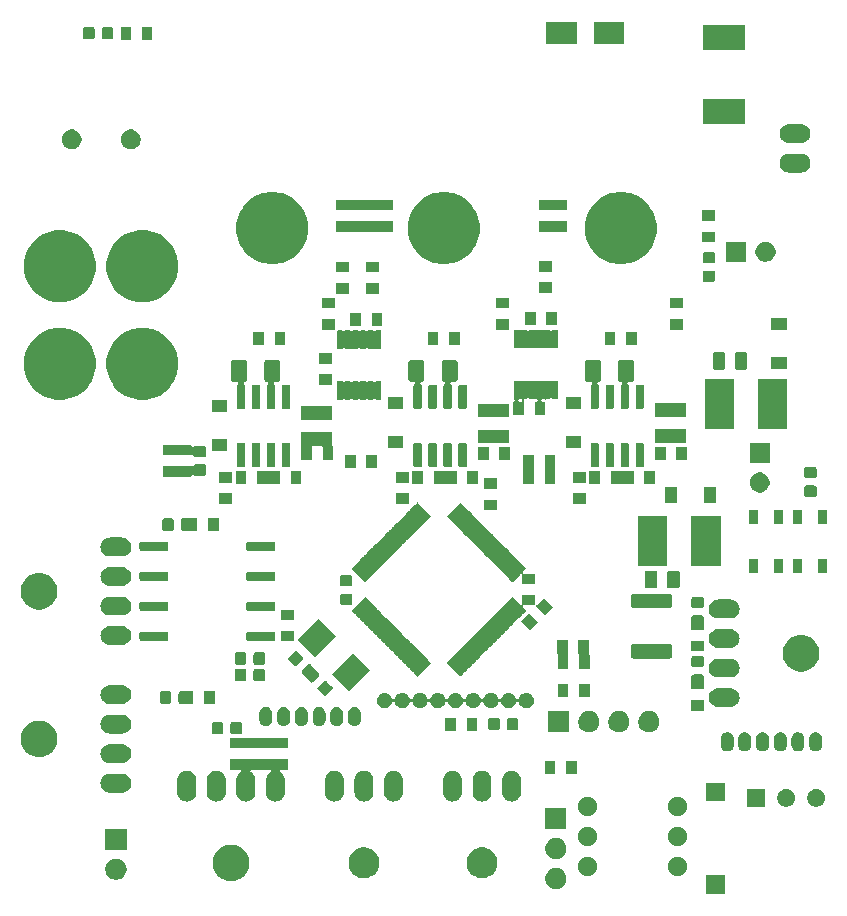
<source format=gbr>
G04 #@! TF.GenerationSoftware,KiCad,Pcbnew,(5.1.5)-3*
G04 #@! TF.CreationDate,2020-03-19T00:28:29+09:00*
G04 #@! TF.ProjectId,CAN_BLDCMD,43414e5f-424c-4444-934d-442e6b696361,rev?*
G04 #@! TF.SameCoordinates,Original*
G04 #@! TF.FileFunction,Soldermask,Top*
G04 #@! TF.FilePolarity,Negative*
%FSLAX46Y46*%
G04 Gerber Fmt 4.6, Leading zero omitted, Abs format (unit mm)*
G04 Created by KiCad (PCBNEW (5.1.5)-3) date 2020-03-19 00:28:29*
%MOMM*%
%LPD*%
G04 APERTURE LIST*
%ADD10C,0.100000*%
G04 APERTURE END LIST*
D10*
G36*
X227801000Y-128851000D02*
G01*
X226199000Y-128851000D01*
X226199000Y-127249000D01*
X227801000Y-127249000D01*
X227801000Y-128851000D01*
G37*
G36*
X213613512Y-126683927D02*
G01*
X213762812Y-126713624D01*
X213926784Y-126781544D01*
X214074354Y-126880147D01*
X214199853Y-127005646D01*
X214298456Y-127153216D01*
X214366376Y-127317188D01*
X214383431Y-127402932D01*
X214400721Y-127489853D01*
X214401000Y-127491259D01*
X214401000Y-127668741D01*
X214366376Y-127842812D01*
X214298456Y-128006784D01*
X214199853Y-128154354D01*
X214074354Y-128279853D01*
X213926784Y-128378456D01*
X213762812Y-128446376D01*
X213613512Y-128476073D01*
X213588742Y-128481000D01*
X213411258Y-128481000D01*
X213386488Y-128476073D01*
X213237188Y-128446376D01*
X213073216Y-128378456D01*
X212925646Y-128279853D01*
X212800147Y-128154354D01*
X212701544Y-128006784D01*
X212633624Y-127842812D01*
X212599000Y-127668741D01*
X212599000Y-127491259D01*
X212599280Y-127489853D01*
X212616569Y-127402932D01*
X212633624Y-127317188D01*
X212701544Y-127153216D01*
X212800147Y-127005646D01*
X212925646Y-126880147D01*
X213073216Y-126781544D01*
X213237188Y-126713624D01*
X213386488Y-126683927D01*
X213411258Y-126679000D01*
X213588742Y-126679000D01*
X213613512Y-126683927D01*
G37*
G36*
X186260702Y-124720471D02*
G01*
X186452410Y-124758604D01*
X186734674Y-124875521D01*
X186988705Y-125045259D01*
X187204741Y-125261295D01*
X187374479Y-125515326D01*
X187491396Y-125797590D01*
X187516466Y-125923624D01*
X187549590Y-126090148D01*
X187551000Y-126097240D01*
X187551000Y-126402760D01*
X187491396Y-126702410D01*
X187374479Y-126984674D01*
X187204741Y-127238705D01*
X186988705Y-127454741D01*
X186734674Y-127624479D01*
X186452410Y-127741396D01*
X186302585Y-127771198D01*
X186152761Y-127801000D01*
X185847239Y-127801000D01*
X185697415Y-127771198D01*
X185547590Y-127741396D01*
X185265326Y-127624479D01*
X185011295Y-127454741D01*
X184795259Y-127238705D01*
X184625521Y-126984674D01*
X184508604Y-126702410D01*
X184449000Y-126402760D01*
X184449000Y-126097240D01*
X184450411Y-126090148D01*
X184483534Y-125923624D01*
X184508604Y-125797590D01*
X184625521Y-125515326D01*
X184795259Y-125261295D01*
X185011295Y-125045259D01*
X185265326Y-124875521D01*
X185547590Y-124758604D01*
X185739298Y-124720471D01*
X185847239Y-124699000D01*
X186152761Y-124699000D01*
X186260702Y-124720471D01*
G37*
G36*
X176363512Y-125893927D02*
G01*
X176512812Y-125923624D01*
X176676784Y-125991544D01*
X176824354Y-126090147D01*
X176949853Y-126215646D01*
X177048456Y-126363216D01*
X177116376Y-126527188D01*
X177136724Y-126629487D01*
X177151000Y-126701258D01*
X177151000Y-126878742D01*
X177150720Y-126880148D01*
X177116376Y-127052812D01*
X177048456Y-127216784D01*
X176949853Y-127364354D01*
X176824354Y-127489853D01*
X176676784Y-127588456D01*
X176512812Y-127656376D01*
X176363512Y-127686073D01*
X176338742Y-127691000D01*
X176161258Y-127691000D01*
X176136488Y-127686073D01*
X175987188Y-127656376D01*
X175823216Y-127588456D01*
X175675646Y-127489853D01*
X175550147Y-127364354D01*
X175451544Y-127216784D01*
X175383624Y-127052812D01*
X175349280Y-126880148D01*
X175349000Y-126878742D01*
X175349000Y-126701258D01*
X175363276Y-126629487D01*
X175383624Y-126527188D01*
X175451544Y-126363216D01*
X175550147Y-126215646D01*
X175675646Y-126090147D01*
X175823216Y-125991544D01*
X175987188Y-125923624D01*
X176136488Y-125893927D01*
X176161258Y-125889000D01*
X176338742Y-125889000D01*
X176363512Y-125893927D01*
G37*
G36*
X207629487Y-124998996D02*
G01*
X207866253Y-125097068D01*
X207866255Y-125097069D01*
X208079339Y-125239447D01*
X208260553Y-125420661D01*
X208389974Y-125614353D01*
X208402932Y-125633747D01*
X208501004Y-125870513D01*
X208551000Y-126121861D01*
X208551000Y-126378139D01*
X208501004Y-126629487D01*
X208402932Y-126866253D01*
X208402931Y-126866255D01*
X208260553Y-127079339D01*
X208079339Y-127260553D01*
X207866255Y-127402931D01*
X207866254Y-127402932D01*
X207866253Y-127402932D01*
X207629487Y-127501004D01*
X207378139Y-127551000D01*
X207121861Y-127551000D01*
X206870513Y-127501004D01*
X206633747Y-127402932D01*
X206633746Y-127402932D01*
X206633745Y-127402931D01*
X206420661Y-127260553D01*
X206239447Y-127079339D01*
X206097069Y-126866255D01*
X206097068Y-126866253D01*
X205998996Y-126629487D01*
X205949000Y-126378139D01*
X205949000Y-126121861D01*
X205998996Y-125870513D01*
X206097068Y-125633747D01*
X206110027Y-125614353D01*
X206239447Y-125420661D01*
X206420661Y-125239447D01*
X206633745Y-125097069D01*
X206633747Y-125097068D01*
X206870513Y-124998996D01*
X207121861Y-124949000D01*
X207378139Y-124949000D01*
X207629487Y-124998996D01*
G37*
G36*
X197629487Y-124998996D02*
G01*
X197866253Y-125097068D01*
X197866255Y-125097069D01*
X198079339Y-125239447D01*
X198260553Y-125420661D01*
X198389974Y-125614353D01*
X198402932Y-125633747D01*
X198501004Y-125870513D01*
X198551000Y-126121861D01*
X198551000Y-126378139D01*
X198501004Y-126629487D01*
X198402932Y-126866253D01*
X198402931Y-126866255D01*
X198260553Y-127079339D01*
X198079339Y-127260553D01*
X197866255Y-127402931D01*
X197866254Y-127402932D01*
X197866253Y-127402932D01*
X197629487Y-127501004D01*
X197378139Y-127551000D01*
X197121861Y-127551000D01*
X196870513Y-127501004D01*
X196633747Y-127402932D01*
X196633746Y-127402932D01*
X196633745Y-127402931D01*
X196420661Y-127260553D01*
X196239447Y-127079339D01*
X196097069Y-126866255D01*
X196097068Y-126866253D01*
X195998996Y-126629487D01*
X195949000Y-126378139D01*
X195949000Y-126121861D01*
X195998996Y-125870513D01*
X196097068Y-125633747D01*
X196110027Y-125614353D01*
X196239447Y-125420661D01*
X196420661Y-125239447D01*
X196633745Y-125097069D01*
X196633747Y-125097068D01*
X196870513Y-124998996D01*
X197121861Y-124949000D01*
X197378139Y-124949000D01*
X197629487Y-124998996D01*
G37*
G36*
X224047142Y-125758242D02*
G01*
X224195101Y-125819529D01*
X224328255Y-125908499D01*
X224441501Y-126021745D01*
X224530471Y-126154899D01*
X224591758Y-126302858D01*
X224623000Y-126459925D01*
X224623000Y-126620075D01*
X224591758Y-126777142D01*
X224530471Y-126925101D01*
X224441501Y-127058255D01*
X224328255Y-127171501D01*
X224195101Y-127260471D01*
X224047142Y-127321758D01*
X223890075Y-127353000D01*
X223729925Y-127353000D01*
X223572858Y-127321758D01*
X223424899Y-127260471D01*
X223291745Y-127171501D01*
X223178499Y-127058255D01*
X223089529Y-126925101D01*
X223028242Y-126777142D01*
X222997000Y-126620075D01*
X222997000Y-126459925D01*
X223028242Y-126302858D01*
X223089529Y-126154899D01*
X223178499Y-126021745D01*
X223291745Y-125908499D01*
X223424899Y-125819529D01*
X223572858Y-125758242D01*
X223729925Y-125727000D01*
X223890075Y-125727000D01*
X224047142Y-125758242D01*
G37*
G36*
X216427142Y-125758242D02*
G01*
X216575101Y-125819529D01*
X216708255Y-125908499D01*
X216821501Y-126021745D01*
X216910471Y-126154899D01*
X216971758Y-126302858D01*
X217003000Y-126459925D01*
X217003000Y-126620075D01*
X216971758Y-126777142D01*
X216910471Y-126925101D01*
X216821501Y-127058255D01*
X216708255Y-127171501D01*
X216575101Y-127260471D01*
X216427142Y-127321758D01*
X216270075Y-127353000D01*
X216109925Y-127353000D01*
X215952858Y-127321758D01*
X215804899Y-127260471D01*
X215671745Y-127171501D01*
X215558499Y-127058255D01*
X215469529Y-126925101D01*
X215408242Y-126777142D01*
X215377000Y-126620075D01*
X215377000Y-126459925D01*
X215408242Y-126302858D01*
X215469529Y-126154899D01*
X215558499Y-126021745D01*
X215671745Y-125908499D01*
X215804899Y-125819529D01*
X215952858Y-125758242D01*
X216109925Y-125727000D01*
X216270075Y-125727000D01*
X216427142Y-125758242D01*
G37*
G36*
X213613512Y-124143927D02*
G01*
X213762812Y-124173624D01*
X213926784Y-124241544D01*
X214074354Y-124340147D01*
X214199853Y-124465646D01*
X214298456Y-124613216D01*
X214366376Y-124777188D01*
X214401000Y-124951259D01*
X214401000Y-125128741D01*
X214366376Y-125302812D01*
X214298456Y-125466784D01*
X214199853Y-125614354D01*
X214074354Y-125739853D01*
X213926784Y-125838456D01*
X213762812Y-125906376D01*
X213613512Y-125936073D01*
X213588742Y-125941000D01*
X213411258Y-125941000D01*
X213386488Y-125936073D01*
X213237188Y-125906376D01*
X213073216Y-125838456D01*
X212925646Y-125739853D01*
X212800147Y-125614354D01*
X212701544Y-125466784D01*
X212633624Y-125302812D01*
X212599000Y-125128741D01*
X212599000Y-124951259D01*
X212633624Y-124777188D01*
X212701544Y-124613216D01*
X212800147Y-124465646D01*
X212925646Y-124340147D01*
X213073216Y-124241544D01*
X213237188Y-124173624D01*
X213386488Y-124143927D01*
X213411258Y-124139000D01*
X213588742Y-124139000D01*
X213613512Y-124143927D01*
G37*
G36*
X177151000Y-125151000D02*
G01*
X175349000Y-125151000D01*
X175349000Y-123349000D01*
X177151000Y-123349000D01*
X177151000Y-125151000D01*
G37*
G36*
X224047142Y-123218242D02*
G01*
X224195101Y-123279529D01*
X224328255Y-123368499D01*
X224441501Y-123481745D01*
X224530471Y-123614899D01*
X224591758Y-123762858D01*
X224623000Y-123919925D01*
X224623000Y-124080075D01*
X224591758Y-124237142D01*
X224530471Y-124385101D01*
X224441501Y-124518255D01*
X224328255Y-124631501D01*
X224195101Y-124720471D01*
X224047142Y-124781758D01*
X223890075Y-124813000D01*
X223729925Y-124813000D01*
X223572858Y-124781758D01*
X223424899Y-124720471D01*
X223291745Y-124631501D01*
X223178499Y-124518255D01*
X223089529Y-124385101D01*
X223028242Y-124237142D01*
X222997000Y-124080075D01*
X222997000Y-123919925D01*
X223028242Y-123762858D01*
X223089529Y-123614899D01*
X223178499Y-123481745D01*
X223291745Y-123368499D01*
X223424899Y-123279529D01*
X223572858Y-123218242D01*
X223729925Y-123187000D01*
X223890075Y-123187000D01*
X224047142Y-123218242D01*
G37*
G36*
X216427142Y-123218242D02*
G01*
X216575101Y-123279529D01*
X216708255Y-123368499D01*
X216821501Y-123481745D01*
X216910471Y-123614899D01*
X216971758Y-123762858D01*
X217003000Y-123919925D01*
X217003000Y-124080075D01*
X216971758Y-124237142D01*
X216910471Y-124385101D01*
X216821501Y-124518255D01*
X216708255Y-124631501D01*
X216575101Y-124720471D01*
X216427142Y-124781758D01*
X216270075Y-124813000D01*
X216109925Y-124813000D01*
X215952858Y-124781758D01*
X215804899Y-124720471D01*
X215671745Y-124631501D01*
X215558499Y-124518255D01*
X215469529Y-124385101D01*
X215408242Y-124237142D01*
X215377000Y-124080075D01*
X215377000Y-123919925D01*
X215408242Y-123762858D01*
X215469529Y-123614899D01*
X215558499Y-123481745D01*
X215671745Y-123368499D01*
X215804899Y-123279529D01*
X215952858Y-123218242D01*
X216109925Y-123187000D01*
X216270075Y-123187000D01*
X216427142Y-123218242D01*
G37*
G36*
X214401000Y-123401000D02*
G01*
X212599000Y-123401000D01*
X212599000Y-121599000D01*
X214401000Y-121599000D01*
X214401000Y-123401000D01*
G37*
G36*
X216427142Y-120678242D02*
G01*
X216575101Y-120739529D01*
X216708255Y-120828499D01*
X216821501Y-120941745D01*
X216910471Y-121074899D01*
X216971758Y-121222858D01*
X217003000Y-121379925D01*
X217003000Y-121540075D01*
X216971758Y-121697142D01*
X216910471Y-121845101D01*
X216821501Y-121978255D01*
X216708255Y-122091501D01*
X216575101Y-122180471D01*
X216427142Y-122241758D01*
X216270075Y-122273000D01*
X216109925Y-122273000D01*
X215952858Y-122241758D01*
X215804899Y-122180471D01*
X215671745Y-122091501D01*
X215558499Y-121978255D01*
X215469529Y-121845101D01*
X215408242Y-121697142D01*
X215377000Y-121540075D01*
X215377000Y-121379925D01*
X215408242Y-121222858D01*
X215469529Y-121074899D01*
X215558499Y-120941745D01*
X215671745Y-120828499D01*
X215804899Y-120739529D01*
X215952858Y-120678242D01*
X216109925Y-120647000D01*
X216270075Y-120647000D01*
X216427142Y-120678242D01*
G37*
G36*
X224047142Y-120678242D02*
G01*
X224195101Y-120739529D01*
X224328255Y-120828499D01*
X224441501Y-120941745D01*
X224530471Y-121074899D01*
X224591758Y-121222858D01*
X224623000Y-121379925D01*
X224623000Y-121540075D01*
X224591758Y-121697142D01*
X224530471Y-121845101D01*
X224441501Y-121978255D01*
X224328255Y-122091501D01*
X224195101Y-122180471D01*
X224047142Y-122241758D01*
X223890075Y-122273000D01*
X223729925Y-122273000D01*
X223572858Y-122241758D01*
X223424899Y-122180471D01*
X223291745Y-122091501D01*
X223178499Y-121978255D01*
X223089529Y-121845101D01*
X223028242Y-121697142D01*
X222997000Y-121540075D01*
X222997000Y-121379925D01*
X223028242Y-121222858D01*
X223089529Y-121074899D01*
X223178499Y-120941745D01*
X223291745Y-120828499D01*
X223424899Y-120739529D01*
X223572858Y-120678242D01*
X223729925Y-120647000D01*
X223890075Y-120647000D01*
X224047142Y-120678242D01*
G37*
G36*
X233094425Y-120004599D02*
G01*
X233218621Y-120029302D01*
X233355022Y-120085801D01*
X233477779Y-120167825D01*
X233582175Y-120272221D01*
X233664199Y-120394978D01*
X233720698Y-120531379D01*
X233749500Y-120676181D01*
X233749500Y-120823819D01*
X233720698Y-120968621D01*
X233664199Y-121105022D01*
X233582175Y-121227779D01*
X233477779Y-121332175D01*
X233355022Y-121414199D01*
X233218621Y-121470698D01*
X233094425Y-121495401D01*
X233073820Y-121499500D01*
X232926180Y-121499500D01*
X232905575Y-121495401D01*
X232781379Y-121470698D01*
X232644978Y-121414199D01*
X232522221Y-121332175D01*
X232417825Y-121227779D01*
X232335801Y-121105022D01*
X232279302Y-120968621D01*
X232250500Y-120823819D01*
X232250500Y-120676181D01*
X232279302Y-120531379D01*
X232335801Y-120394978D01*
X232417825Y-120272221D01*
X232522221Y-120167825D01*
X232644978Y-120085801D01*
X232781379Y-120029302D01*
X232905575Y-120004599D01*
X232926180Y-120000500D01*
X233073820Y-120000500D01*
X233094425Y-120004599D01*
G37*
G36*
X235634425Y-120004599D02*
G01*
X235758621Y-120029302D01*
X235895022Y-120085801D01*
X236017779Y-120167825D01*
X236122175Y-120272221D01*
X236204199Y-120394978D01*
X236260698Y-120531379D01*
X236289500Y-120676181D01*
X236289500Y-120823819D01*
X236260698Y-120968621D01*
X236204199Y-121105022D01*
X236122175Y-121227779D01*
X236017779Y-121332175D01*
X235895022Y-121414199D01*
X235758621Y-121470698D01*
X235634425Y-121495401D01*
X235613820Y-121499500D01*
X235466180Y-121499500D01*
X235445575Y-121495401D01*
X235321379Y-121470698D01*
X235184978Y-121414199D01*
X235062221Y-121332175D01*
X234957825Y-121227779D01*
X234875801Y-121105022D01*
X234819302Y-120968621D01*
X234790500Y-120823819D01*
X234790500Y-120676181D01*
X234819302Y-120531379D01*
X234875801Y-120394978D01*
X234957825Y-120272221D01*
X235062221Y-120167825D01*
X235184978Y-120085801D01*
X235321379Y-120029302D01*
X235445575Y-120004599D01*
X235466180Y-120000500D01*
X235613820Y-120000500D01*
X235634425Y-120004599D01*
G37*
G36*
X231209500Y-121499500D02*
G01*
X229710500Y-121499500D01*
X229710500Y-120000500D01*
X231209500Y-120000500D01*
X231209500Y-121499500D01*
G37*
G36*
X204907022Y-118460590D02*
G01*
X205007681Y-118491125D01*
X205058012Y-118506392D01*
X205166512Y-118564387D01*
X205197164Y-118580771D01*
X205319133Y-118680867D01*
X205381114Y-118756392D01*
X205419229Y-118802835D01*
X205493608Y-118941987D01*
X205508875Y-118992318D01*
X205539410Y-119092977D01*
X205551000Y-119210655D01*
X205551000Y-120289345D01*
X205539410Y-120407023D01*
X205508875Y-120507682D01*
X205493608Y-120558013D01*
X205419229Y-120697165D01*
X205319133Y-120819133D01*
X205197165Y-120919229D01*
X205058013Y-120993608D01*
X205007682Y-121008875D01*
X204907023Y-121039410D01*
X204750000Y-121054875D01*
X204592978Y-121039410D01*
X204492319Y-121008875D01*
X204441988Y-120993608D01*
X204302836Y-120919229D01*
X204180868Y-120819133D01*
X204080772Y-120697165D01*
X204006393Y-120558013D01*
X203991126Y-120507682D01*
X203960591Y-120407023D01*
X203949001Y-120289345D01*
X203949000Y-119210656D01*
X203960590Y-119092978D01*
X204006392Y-118941989D01*
X204006392Y-118941988D01*
X204080771Y-118802836D01*
X204118886Y-118756392D01*
X204180867Y-118680867D01*
X204302835Y-118580771D01*
X204333487Y-118564387D01*
X204441987Y-118506392D01*
X204492318Y-118491125D01*
X204592977Y-118460590D01*
X204750000Y-118445125D01*
X204907022Y-118460590D01*
G37*
G36*
X197407022Y-118460590D02*
G01*
X197507681Y-118491125D01*
X197558012Y-118506392D01*
X197666512Y-118564387D01*
X197697164Y-118580771D01*
X197819133Y-118680867D01*
X197881114Y-118756392D01*
X197919229Y-118802835D01*
X197993608Y-118941987D01*
X198008875Y-118992318D01*
X198039410Y-119092977D01*
X198051000Y-119210655D01*
X198051000Y-120289345D01*
X198039410Y-120407023D01*
X198008875Y-120507682D01*
X197993608Y-120558013D01*
X197919229Y-120697165D01*
X197819133Y-120819133D01*
X197697165Y-120919229D01*
X197558013Y-120993608D01*
X197507682Y-121008875D01*
X197407023Y-121039410D01*
X197250000Y-121054875D01*
X197092978Y-121039410D01*
X196992319Y-121008875D01*
X196941988Y-120993608D01*
X196802836Y-120919229D01*
X196680868Y-120819133D01*
X196580772Y-120697165D01*
X196506393Y-120558013D01*
X196491126Y-120507682D01*
X196460591Y-120407023D01*
X196449001Y-120289345D01*
X196449000Y-119210656D01*
X196460590Y-119092978D01*
X196506392Y-118941989D01*
X196506392Y-118941988D01*
X196580771Y-118802836D01*
X196618886Y-118756392D01*
X196680867Y-118680867D01*
X196802835Y-118580771D01*
X196833487Y-118564387D01*
X196941987Y-118506392D01*
X196992318Y-118491125D01*
X197092977Y-118460590D01*
X197250000Y-118445125D01*
X197407022Y-118460590D01*
G37*
G36*
X194907022Y-118460590D02*
G01*
X195007681Y-118491125D01*
X195058012Y-118506392D01*
X195166512Y-118564387D01*
X195197164Y-118580771D01*
X195319133Y-118680867D01*
X195381114Y-118756392D01*
X195419229Y-118802835D01*
X195493608Y-118941987D01*
X195508875Y-118992318D01*
X195539410Y-119092977D01*
X195551000Y-119210655D01*
X195551000Y-120289345D01*
X195539410Y-120407023D01*
X195508875Y-120507682D01*
X195493608Y-120558013D01*
X195419229Y-120697165D01*
X195319133Y-120819133D01*
X195197165Y-120919229D01*
X195058013Y-120993608D01*
X195007682Y-121008875D01*
X194907023Y-121039410D01*
X194750000Y-121054875D01*
X194592978Y-121039410D01*
X194492319Y-121008875D01*
X194441988Y-120993608D01*
X194302836Y-120919229D01*
X194180868Y-120819133D01*
X194080772Y-120697165D01*
X194006393Y-120558013D01*
X193991126Y-120507682D01*
X193960591Y-120407023D01*
X193949001Y-120289345D01*
X193949000Y-119210656D01*
X193960590Y-119092978D01*
X194006392Y-118941989D01*
X194006392Y-118941988D01*
X194080771Y-118802836D01*
X194118886Y-118756392D01*
X194180867Y-118680867D01*
X194302835Y-118580771D01*
X194333487Y-118564387D01*
X194441987Y-118506392D01*
X194492318Y-118491125D01*
X194592977Y-118460590D01*
X194750000Y-118445125D01*
X194907022Y-118460590D01*
G37*
G36*
X207407022Y-118460590D02*
G01*
X207507681Y-118491125D01*
X207558012Y-118506392D01*
X207666512Y-118564387D01*
X207697164Y-118580771D01*
X207819133Y-118680867D01*
X207881114Y-118756392D01*
X207919229Y-118802835D01*
X207993608Y-118941987D01*
X208008875Y-118992318D01*
X208039410Y-119092977D01*
X208051000Y-119210655D01*
X208051000Y-120289345D01*
X208039410Y-120407023D01*
X208008875Y-120507682D01*
X207993608Y-120558013D01*
X207919229Y-120697165D01*
X207819133Y-120819133D01*
X207697165Y-120919229D01*
X207558013Y-120993608D01*
X207507682Y-121008875D01*
X207407023Y-121039410D01*
X207250000Y-121054875D01*
X207092978Y-121039410D01*
X206992319Y-121008875D01*
X206941988Y-120993608D01*
X206802836Y-120919229D01*
X206680868Y-120819133D01*
X206580772Y-120697165D01*
X206506393Y-120558013D01*
X206491126Y-120507682D01*
X206460591Y-120407023D01*
X206449001Y-120289345D01*
X206449000Y-119210656D01*
X206460590Y-119092978D01*
X206506392Y-118941989D01*
X206506392Y-118941988D01*
X206580771Y-118802836D01*
X206618886Y-118756392D01*
X206680867Y-118680867D01*
X206802835Y-118580771D01*
X206833487Y-118564387D01*
X206941987Y-118506392D01*
X206992318Y-118491125D01*
X207092977Y-118460590D01*
X207250000Y-118445125D01*
X207407022Y-118460590D01*
G37*
G36*
X190801000Y-118351000D02*
G01*
X190266316Y-118351000D01*
X190241930Y-118353402D01*
X190218481Y-118360515D01*
X190196870Y-118372066D01*
X190177928Y-118387611D01*
X190162383Y-118406553D01*
X190150832Y-118428164D01*
X190143719Y-118451613D01*
X190141317Y-118475999D01*
X190143719Y-118500385D01*
X190150832Y-118523834D01*
X190162383Y-118545445D01*
X190177928Y-118564387D01*
X190187940Y-118572604D01*
X190187647Y-118572961D01*
X190197163Y-118580770D01*
X190197164Y-118580771D01*
X190319133Y-118680867D01*
X190381114Y-118756392D01*
X190419229Y-118802835D01*
X190493608Y-118941987D01*
X190508875Y-118992318D01*
X190539410Y-119092977D01*
X190551000Y-119210655D01*
X190551000Y-120289345D01*
X190539410Y-120407023D01*
X190508875Y-120507682D01*
X190493608Y-120558013D01*
X190419229Y-120697165D01*
X190319133Y-120819133D01*
X190197165Y-120919229D01*
X190058013Y-120993608D01*
X190007682Y-121008875D01*
X189907023Y-121039410D01*
X189750000Y-121054875D01*
X189592978Y-121039410D01*
X189492319Y-121008875D01*
X189441988Y-120993608D01*
X189302836Y-120919229D01*
X189180868Y-120819133D01*
X189080772Y-120697165D01*
X189006393Y-120558013D01*
X188991126Y-120507682D01*
X188960591Y-120407023D01*
X188949001Y-120289345D01*
X188949000Y-119210656D01*
X188960590Y-119092978D01*
X189006392Y-118941989D01*
X189006392Y-118941988D01*
X189080771Y-118802836D01*
X189118886Y-118756392D01*
X189180867Y-118680867D01*
X189302835Y-118580771D01*
X189311776Y-118573433D01*
X189312957Y-118572645D01*
X189330288Y-118555322D01*
X189343907Y-118534951D01*
X189353290Y-118512315D01*
X189358077Y-118488283D01*
X189358083Y-118463779D01*
X189353309Y-118439744D01*
X189343937Y-118417103D01*
X189330329Y-118396725D01*
X189313006Y-118379394D01*
X189292635Y-118365775D01*
X189269999Y-118356392D01*
X189245967Y-118351605D01*
X189233683Y-118351000D01*
X187766316Y-118351000D01*
X187741930Y-118353402D01*
X187718481Y-118360515D01*
X187696870Y-118372066D01*
X187677928Y-118387611D01*
X187662383Y-118406553D01*
X187650832Y-118428164D01*
X187643719Y-118451613D01*
X187641317Y-118475999D01*
X187643719Y-118500385D01*
X187650832Y-118523834D01*
X187662383Y-118545445D01*
X187677928Y-118564387D01*
X187687940Y-118572604D01*
X187687647Y-118572961D01*
X187697163Y-118580770D01*
X187697164Y-118580771D01*
X187819133Y-118680867D01*
X187881114Y-118756392D01*
X187919229Y-118802835D01*
X187993608Y-118941987D01*
X188008875Y-118992318D01*
X188039410Y-119092977D01*
X188051000Y-119210655D01*
X188051000Y-120289345D01*
X188039410Y-120407023D01*
X188008875Y-120507682D01*
X187993608Y-120558013D01*
X187919229Y-120697165D01*
X187819133Y-120819133D01*
X187697165Y-120919229D01*
X187558013Y-120993608D01*
X187507682Y-121008875D01*
X187407023Y-121039410D01*
X187250000Y-121054875D01*
X187092978Y-121039410D01*
X186992319Y-121008875D01*
X186941988Y-120993608D01*
X186802836Y-120919229D01*
X186680868Y-120819133D01*
X186580772Y-120697165D01*
X186506393Y-120558013D01*
X186491126Y-120507682D01*
X186460591Y-120407023D01*
X186449001Y-120289345D01*
X186449000Y-119210656D01*
X186460590Y-119092978D01*
X186506392Y-118941989D01*
X186506392Y-118941988D01*
X186580771Y-118802836D01*
X186618886Y-118756392D01*
X186680867Y-118680867D01*
X186802835Y-118580771D01*
X186811776Y-118573433D01*
X186812957Y-118572645D01*
X186830288Y-118555322D01*
X186843907Y-118534951D01*
X186853290Y-118512315D01*
X186858077Y-118488283D01*
X186858083Y-118463779D01*
X186853309Y-118439744D01*
X186843937Y-118417103D01*
X186830329Y-118396725D01*
X186813006Y-118379394D01*
X186792635Y-118365775D01*
X186769999Y-118356392D01*
X186745967Y-118351605D01*
X186733683Y-118351000D01*
X185949000Y-118351000D01*
X185949000Y-117449000D01*
X190801000Y-117449000D01*
X190801000Y-118351000D01*
G37*
G36*
X199907022Y-118460590D02*
G01*
X200007681Y-118491125D01*
X200058012Y-118506392D01*
X200166512Y-118564387D01*
X200197164Y-118580771D01*
X200319133Y-118680867D01*
X200381114Y-118756392D01*
X200419229Y-118802835D01*
X200493608Y-118941987D01*
X200508875Y-118992318D01*
X200539410Y-119092977D01*
X200551000Y-119210655D01*
X200551000Y-120289345D01*
X200539410Y-120407023D01*
X200508875Y-120507682D01*
X200493608Y-120558013D01*
X200419229Y-120697165D01*
X200319133Y-120819133D01*
X200197165Y-120919229D01*
X200058013Y-120993608D01*
X200007682Y-121008875D01*
X199907023Y-121039410D01*
X199750000Y-121054875D01*
X199592978Y-121039410D01*
X199492319Y-121008875D01*
X199441988Y-120993608D01*
X199302836Y-120919229D01*
X199180868Y-120819133D01*
X199080772Y-120697165D01*
X199006393Y-120558013D01*
X198991126Y-120507682D01*
X198960591Y-120407023D01*
X198949001Y-120289345D01*
X198949000Y-119210656D01*
X198960590Y-119092978D01*
X199006392Y-118941989D01*
X199006392Y-118941988D01*
X199080771Y-118802836D01*
X199118886Y-118756392D01*
X199180867Y-118680867D01*
X199302835Y-118580771D01*
X199333487Y-118564387D01*
X199441987Y-118506392D01*
X199492318Y-118491125D01*
X199592977Y-118460590D01*
X199750000Y-118445125D01*
X199907022Y-118460590D01*
G37*
G36*
X209907022Y-118460590D02*
G01*
X210007681Y-118491125D01*
X210058012Y-118506392D01*
X210166512Y-118564387D01*
X210197164Y-118580771D01*
X210319133Y-118680867D01*
X210381114Y-118756392D01*
X210419229Y-118802835D01*
X210493608Y-118941987D01*
X210508875Y-118992318D01*
X210539410Y-119092977D01*
X210551000Y-119210655D01*
X210551000Y-120289345D01*
X210539410Y-120407023D01*
X210508875Y-120507682D01*
X210493608Y-120558013D01*
X210419229Y-120697165D01*
X210319133Y-120819133D01*
X210197165Y-120919229D01*
X210058013Y-120993608D01*
X210007682Y-121008875D01*
X209907023Y-121039410D01*
X209750000Y-121054875D01*
X209592978Y-121039410D01*
X209492319Y-121008875D01*
X209441988Y-120993608D01*
X209302836Y-120919229D01*
X209180868Y-120819133D01*
X209080772Y-120697165D01*
X209006393Y-120558013D01*
X208991126Y-120507682D01*
X208960591Y-120407023D01*
X208949001Y-120289345D01*
X208949000Y-119210656D01*
X208960590Y-119092978D01*
X209006392Y-118941989D01*
X209006392Y-118941988D01*
X209080771Y-118802836D01*
X209118886Y-118756392D01*
X209180867Y-118680867D01*
X209302835Y-118580771D01*
X209333487Y-118564387D01*
X209441987Y-118506392D01*
X209492318Y-118491125D01*
X209592977Y-118460590D01*
X209750000Y-118445125D01*
X209907022Y-118460590D01*
G37*
G36*
X184907022Y-118460590D02*
G01*
X185007681Y-118491125D01*
X185058012Y-118506392D01*
X185166512Y-118564387D01*
X185197164Y-118580771D01*
X185319133Y-118680867D01*
X185381114Y-118756392D01*
X185419229Y-118802835D01*
X185493608Y-118941987D01*
X185508875Y-118992318D01*
X185539410Y-119092977D01*
X185551000Y-119210655D01*
X185551000Y-120289345D01*
X185539410Y-120407023D01*
X185508875Y-120507682D01*
X185493608Y-120558013D01*
X185419229Y-120697165D01*
X185319133Y-120819133D01*
X185197165Y-120919229D01*
X185058013Y-120993608D01*
X185007682Y-121008875D01*
X184907023Y-121039410D01*
X184750000Y-121054875D01*
X184592978Y-121039410D01*
X184492319Y-121008875D01*
X184441988Y-120993608D01*
X184302836Y-120919229D01*
X184180868Y-120819133D01*
X184080772Y-120697165D01*
X184006393Y-120558013D01*
X183991126Y-120507682D01*
X183960591Y-120407023D01*
X183949001Y-120289345D01*
X183949000Y-119210656D01*
X183960590Y-119092978D01*
X184006392Y-118941989D01*
X184006392Y-118941988D01*
X184080771Y-118802836D01*
X184118886Y-118756392D01*
X184180867Y-118680867D01*
X184302835Y-118580771D01*
X184333487Y-118564387D01*
X184441987Y-118506392D01*
X184492318Y-118491125D01*
X184592977Y-118460590D01*
X184750000Y-118445125D01*
X184907022Y-118460590D01*
G37*
G36*
X182407022Y-118460590D02*
G01*
X182507681Y-118491125D01*
X182558012Y-118506392D01*
X182666512Y-118564387D01*
X182697164Y-118580771D01*
X182819133Y-118680867D01*
X182881114Y-118756392D01*
X182919229Y-118802835D01*
X182993608Y-118941987D01*
X183008875Y-118992318D01*
X183039410Y-119092977D01*
X183051000Y-119210655D01*
X183051000Y-120289345D01*
X183039410Y-120407023D01*
X183008875Y-120507682D01*
X182993608Y-120558013D01*
X182919229Y-120697165D01*
X182819133Y-120819133D01*
X182697165Y-120919229D01*
X182558013Y-120993608D01*
X182507682Y-121008875D01*
X182407023Y-121039410D01*
X182250000Y-121054875D01*
X182092978Y-121039410D01*
X181992319Y-121008875D01*
X181941988Y-120993608D01*
X181802836Y-120919229D01*
X181680868Y-120819133D01*
X181580772Y-120697165D01*
X181506393Y-120558013D01*
X181491126Y-120507682D01*
X181460591Y-120407023D01*
X181449001Y-120289345D01*
X181449000Y-119210656D01*
X181460590Y-119092978D01*
X181506392Y-118941989D01*
X181506392Y-118941988D01*
X181580771Y-118802836D01*
X181618886Y-118756392D01*
X181680867Y-118680867D01*
X181802835Y-118580771D01*
X181833487Y-118564387D01*
X181941987Y-118506392D01*
X181992318Y-118491125D01*
X182092977Y-118460590D01*
X182250000Y-118445125D01*
X182407022Y-118460590D01*
G37*
G36*
X227801000Y-121051000D02*
G01*
X226199000Y-121051000D01*
X226199000Y-119449000D01*
X227801000Y-119449000D01*
X227801000Y-121051000D01*
G37*
G36*
X176809652Y-118701000D02*
G01*
X176907023Y-118710590D01*
X177007682Y-118741125D01*
X177058013Y-118756392D01*
X177197165Y-118830771D01*
X177319133Y-118930867D01*
X177419229Y-119052835D01*
X177493608Y-119191987D01*
X177493608Y-119191988D01*
X177539410Y-119342977D01*
X177554875Y-119500000D01*
X177539410Y-119657023D01*
X177508875Y-119757682D01*
X177493608Y-119808013D01*
X177419229Y-119947165D01*
X177319133Y-120069133D01*
X177197165Y-120169229D01*
X177058013Y-120243608D01*
X177007682Y-120258875D01*
X176907023Y-120289410D01*
X176828571Y-120297137D01*
X176789346Y-120301000D01*
X175710654Y-120301000D01*
X175671429Y-120297137D01*
X175592977Y-120289410D01*
X175492318Y-120258875D01*
X175441987Y-120243608D01*
X175302835Y-120169229D01*
X175180867Y-120069133D01*
X175080771Y-119947165D01*
X175006392Y-119808013D01*
X174991125Y-119757682D01*
X174960590Y-119657023D01*
X174945125Y-119500000D01*
X174960590Y-119342977D01*
X175006392Y-119191988D01*
X175006392Y-119191987D01*
X175080771Y-119052835D01*
X175180867Y-118930867D01*
X175302835Y-118830771D01*
X175441987Y-118756392D01*
X175492318Y-118741125D01*
X175592977Y-118710590D01*
X175690348Y-118701000D01*
X175710654Y-118699000D01*
X176789346Y-118699000D01*
X176809652Y-118701000D01*
G37*
G36*
X213451000Y-118701000D02*
G01*
X212549000Y-118701000D01*
X212549000Y-117599000D01*
X213451000Y-117599000D01*
X213451000Y-118701000D01*
G37*
G36*
X215251000Y-118701000D02*
G01*
X214349000Y-118701000D01*
X214349000Y-117599000D01*
X215251000Y-117599000D01*
X215251000Y-118701000D01*
G37*
G36*
X176823958Y-116202409D02*
G01*
X176907023Y-116210590D01*
X177007682Y-116241125D01*
X177058013Y-116256392D01*
X177197165Y-116330771D01*
X177319133Y-116430867D01*
X177419229Y-116552835D01*
X177493608Y-116691987D01*
X177493608Y-116691988D01*
X177539410Y-116842977D01*
X177554875Y-117000000D01*
X177539410Y-117157023D01*
X177513816Y-117241396D01*
X177493608Y-117308013D01*
X177419229Y-117447165D01*
X177319133Y-117569133D01*
X177197165Y-117669229D01*
X177058013Y-117743608D01*
X177007682Y-117758875D01*
X176907023Y-117789410D01*
X176828571Y-117797137D01*
X176789346Y-117801000D01*
X175710654Y-117801000D01*
X175671429Y-117797137D01*
X175592977Y-117789410D01*
X175492318Y-117758875D01*
X175441987Y-117743608D01*
X175302835Y-117669229D01*
X175180867Y-117569133D01*
X175080771Y-117447165D01*
X175006392Y-117308013D01*
X174986184Y-117241396D01*
X174960590Y-117157023D01*
X174945125Y-117000000D01*
X174960590Y-116842977D01*
X175006392Y-116691988D01*
X175006392Y-116691987D01*
X175080771Y-116552835D01*
X175180867Y-116430867D01*
X175302835Y-116330771D01*
X175441987Y-116256392D01*
X175492318Y-116241125D01*
X175592977Y-116210590D01*
X175676042Y-116202409D01*
X175710654Y-116199000D01*
X176789346Y-116199000D01*
X176823958Y-116202409D01*
G37*
G36*
X170008400Y-114220013D02*
G01*
X170202410Y-114258604D01*
X170484674Y-114375521D01*
X170738705Y-114545259D01*
X170954741Y-114761295D01*
X171124479Y-115015326D01*
X171241396Y-115297590D01*
X171301000Y-115597240D01*
X171301000Y-115902760D01*
X171241396Y-116202410D01*
X171124479Y-116484674D01*
X170954741Y-116738705D01*
X170738705Y-116954741D01*
X170484674Y-117124479D01*
X170202410Y-117241396D01*
X170052585Y-117271198D01*
X169902761Y-117301000D01*
X169597239Y-117301000D01*
X169447415Y-117271198D01*
X169297590Y-117241396D01*
X169015326Y-117124479D01*
X168761295Y-116954741D01*
X168545259Y-116738705D01*
X168375521Y-116484674D01*
X168258604Y-116202410D01*
X168199000Y-115902760D01*
X168199000Y-115597240D01*
X168258604Y-115297590D01*
X168375521Y-115015326D01*
X168545259Y-114761295D01*
X168761295Y-114545259D01*
X169015326Y-114375521D01*
X169297590Y-114258604D01*
X169491600Y-114220013D01*
X169597239Y-114199000D01*
X169902761Y-114199000D01*
X170008400Y-114220013D01*
G37*
G36*
X235608014Y-115194973D02*
G01*
X235711878Y-115226479D01*
X235743924Y-115243608D01*
X235807599Y-115277643D01*
X235807601Y-115277644D01*
X235807600Y-115277644D01*
X235891501Y-115346499D01*
X235960356Y-115430400D01*
X236011521Y-115526121D01*
X236043027Y-115629985D01*
X236051000Y-115710933D01*
X236051000Y-116289067D01*
X236043027Y-116370015D01*
X236011521Y-116473879D01*
X236011519Y-116473882D01*
X235960357Y-116569600D01*
X235891501Y-116653501D01*
X235807600Y-116722357D01*
X235739055Y-116758995D01*
X235711879Y-116773521D01*
X235608015Y-116805027D01*
X235500000Y-116815666D01*
X235391986Y-116805027D01*
X235288122Y-116773521D01*
X235260946Y-116758995D01*
X235192401Y-116722357D01*
X235108500Y-116653501D01*
X235039643Y-116569599D01*
X234988481Y-116473882D01*
X234988480Y-116473879D01*
X234956973Y-116370015D01*
X234949000Y-116289067D01*
X234949000Y-115710934D01*
X234956973Y-115629986D01*
X234988479Y-115526122D01*
X235039644Y-115430400D01*
X235108499Y-115346499D01*
X235192400Y-115277644D01*
X235192399Y-115277644D01*
X235192401Y-115277643D01*
X235256076Y-115243608D01*
X235288121Y-115226479D01*
X235391985Y-115194973D01*
X235500000Y-115184334D01*
X235608014Y-115194973D01*
G37*
G36*
X234108014Y-115194973D02*
G01*
X234211878Y-115226479D01*
X234243924Y-115243608D01*
X234307599Y-115277643D01*
X234307601Y-115277644D01*
X234307600Y-115277644D01*
X234391501Y-115346499D01*
X234460356Y-115430400D01*
X234511521Y-115526121D01*
X234543027Y-115629985D01*
X234551000Y-115710933D01*
X234551000Y-116289067D01*
X234543027Y-116370015D01*
X234511521Y-116473879D01*
X234511519Y-116473882D01*
X234460357Y-116569600D01*
X234391501Y-116653501D01*
X234307600Y-116722357D01*
X234239055Y-116758995D01*
X234211879Y-116773521D01*
X234108015Y-116805027D01*
X234000000Y-116815666D01*
X233891986Y-116805027D01*
X233788122Y-116773521D01*
X233760946Y-116758995D01*
X233692401Y-116722357D01*
X233608500Y-116653501D01*
X233539643Y-116569599D01*
X233488481Y-116473882D01*
X233488480Y-116473879D01*
X233456973Y-116370015D01*
X233449000Y-116289067D01*
X233449000Y-115710934D01*
X233456973Y-115629986D01*
X233488479Y-115526122D01*
X233539644Y-115430400D01*
X233608499Y-115346499D01*
X233692400Y-115277644D01*
X233692399Y-115277644D01*
X233692401Y-115277643D01*
X233756076Y-115243608D01*
X233788121Y-115226479D01*
X233891985Y-115194973D01*
X234000000Y-115184334D01*
X234108014Y-115194973D01*
G37*
G36*
X232608014Y-115194973D02*
G01*
X232711878Y-115226479D01*
X232743924Y-115243608D01*
X232807599Y-115277643D01*
X232807601Y-115277644D01*
X232807600Y-115277644D01*
X232891501Y-115346499D01*
X232960356Y-115430400D01*
X233011521Y-115526121D01*
X233043027Y-115629985D01*
X233051000Y-115710933D01*
X233051000Y-116289067D01*
X233043027Y-116370015D01*
X233011521Y-116473879D01*
X233011519Y-116473882D01*
X232960357Y-116569600D01*
X232891501Y-116653501D01*
X232807600Y-116722357D01*
X232739055Y-116758995D01*
X232711879Y-116773521D01*
X232608015Y-116805027D01*
X232500000Y-116815666D01*
X232391986Y-116805027D01*
X232288122Y-116773521D01*
X232260946Y-116758995D01*
X232192401Y-116722357D01*
X232108500Y-116653501D01*
X232039643Y-116569599D01*
X231988481Y-116473882D01*
X231988480Y-116473879D01*
X231956973Y-116370015D01*
X231949000Y-116289067D01*
X231949000Y-115710934D01*
X231956973Y-115629986D01*
X231988479Y-115526122D01*
X232039644Y-115430400D01*
X232108499Y-115346499D01*
X232192400Y-115277644D01*
X232192399Y-115277644D01*
X232192401Y-115277643D01*
X232256076Y-115243608D01*
X232288121Y-115226479D01*
X232391985Y-115194973D01*
X232500000Y-115184334D01*
X232608014Y-115194973D01*
G37*
G36*
X231108014Y-115194973D02*
G01*
X231211878Y-115226479D01*
X231243924Y-115243608D01*
X231307599Y-115277643D01*
X231307601Y-115277644D01*
X231307600Y-115277644D01*
X231391501Y-115346499D01*
X231460356Y-115430400D01*
X231511521Y-115526121D01*
X231543027Y-115629985D01*
X231551000Y-115710933D01*
X231551000Y-116289067D01*
X231543027Y-116370015D01*
X231511521Y-116473879D01*
X231511519Y-116473882D01*
X231460357Y-116569600D01*
X231391501Y-116653501D01*
X231307600Y-116722357D01*
X231239055Y-116758995D01*
X231211879Y-116773521D01*
X231108015Y-116805027D01*
X231000000Y-116815666D01*
X230891986Y-116805027D01*
X230788122Y-116773521D01*
X230760946Y-116758995D01*
X230692401Y-116722357D01*
X230608500Y-116653501D01*
X230539643Y-116569599D01*
X230488481Y-116473882D01*
X230488480Y-116473879D01*
X230456973Y-116370015D01*
X230449000Y-116289067D01*
X230449000Y-115710934D01*
X230456973Y-115629986D01*
X230488479Y-115526122D01*
X230539644Y-115430400D01*
X230608499Y-115346499D01*
X230692400Y-115277644D01*
X230692399Y-115277644D01*
X230692401Y-115277643D01*
X230756076Y-115243608D01*
X230788121Y-115226479D01*
X230891985Y-115194973D01*
X231000000Y-115184334D01*
X231108014Y-115194973D01*
G37*
G36*
X229608014Y-115194973D02*
G01*
X229711878Y-115226479D01*
X229743924Y-115243608D01*
X229807599Y-115277643D01*
X229807601Y-115277644D01*
X229807600Y-115277644D01*
X229891501Y-115346499D01*
X229960356Y-115430400D01*
X230011521Y-115526121D01*
X230043027Y-115629985D01*
X230051000Y-115710933D01*
X230051000Y-116289067D01*
X230043027Y-116370015D01*
X230011521Y-116473879D01*
X230011519Y-116473882D01*
X229960357Y-116569600D01*
X229891501Y-116653501D01*
X229807600Y-116722357D01*
X229739055Y-116758995D01*
X229711879Y-116773521D01*
X229608015Y-116805027D01*
X229500000Y-116815666D01*
X229391986Y-116805027D01*
X229288122Y-116773521D01*
X229260946Y-116758995D01*
X229192401Y-116722357D01*
X229108500Y-116653501D01*
X229039643Y-116569599D01*
X228988481Y-116473882D01*
X228988480Y-116473879D01*
X228956973Y-116370015D01*
X228949000Y-116289067D01*
X228949000Y-115710934D01*
X228956973Y-115629986D01*
X228988479Y-115526122D01*
X229039644Y-115430400D01*
X229108499Y-115346499D01*
X229192400Y-115277644D01*
X229192399Y-115277644D01*
X229192401Y-115277643D01*
X229256076Y-115243608D01*
X229288121Y-115226479D01*
X229391985Y-115194973D01*
X229500000Y-115184334D01*
X229608014Y-115194973D01*
G37*
G36*
X228108014Y-115194973D02*
G01*
X228211878Y-115226479D01*
X228243924Y-115243608D01*
X228307599Y-115277643D01*
X228307601Y-115277644D01*
X228307600Y-115277644D01*
X228391501Y-115346499D01*
X228460356Y-115430400D01*
X228511521Y-115526121D01*
X228543027Y-115629985D01*
X228551000Y-115710933D01*
X228551000Y-116289067D01*
X228543027Y-116370015D01*
X228511521Y-116473879D01*
X228511519Y-116473882D01*
X228460357Y-116569600D01*
X228391501Y-116653501D01*
X228307600Y-116722357D01*
X228239055Y-116758995D01*
X228211879Y-116773521D01*
X228108015Y-116805027D01*
X228000000Y-116815666D01*
X227891986Y-116805027D01*
X227788122Y-116773521D01*
X227760946Y-116758995D01*
X227692401Y-116722357D01*
X227608500Y-116653501D01*
X227539643Y-116569599D01*
X227488481Y-116473882D01*
X227488480Y-116473879D01*
X227456973Y-116370015D01*
X227449000Y-116289067D01*
X227449000Y-115710934D01*
X227456973Y-115629986D01*
X227488479Y-115526122D01*
X227539644Y-115430400D01*
X227608499Y-115346499D01*
X227692400Y-115277644D01*
X227692399Y-115277644D01*
X227692401Y-115277643D01*
X227756076Y-115243608D01*
X227788121Y-115226479D01*
X227891985Y-115194973D01*
X228000000Y-115184334D01*
X228108014Y-115194973D01*
G37*
G36*
X190801000Y-116551000D02*
G01*
X185949000Y-116551000D01*
X185949000Y-115649000D01*
X190801000Y-115649000D01*
X190801000Y-116551000D01*
G37*
G36*
X186779591Y-114328085D02*
G01*
X186813569Y-114338393D01*
X186844890Y-114355134D01*
X186872339Y-114377661D01*
X186894866Y-114405110D01*
X186911607Y-114436431D01*
X186921915Y-114470409D01*
X186926000Y-114511890D01*
X186926000Y-115188110D01*
X186921915Y-115229591D01*
X186911607Y-115263569D01*
X186894866Y-115294890D01*
X186872339Y-115322339D01*
X186844890Y-115344866D01*
X186813569Y-115361607D01*
X186779591Y-115371915D01*
X186738110Y-115376000D01*
X186136890Y-115376000D01*
X186095409Y-115371915D01*
X186061431Y-115361607D01*
X186030110Y-115344866D01*
X186002661Y-115322339D01*
X185980134Y-115294890D01*
X185963393Y-115263569D01*
X185953085Y-115229591D01*
X185949000Y-115188110D01*
X185949000Y-114511890D01*
X185953085Y-114470409D01*
X185963393Y-114436431D01*
X185980134Y-114405110D01*
X186002661Y-114377661D01*
X186030110Y-114355134D01*
X186061431Y-114338393D01*
X186095409Y-114328085D01*
X186136890Y-114324000D01*
X186738110Y-114324000D01*
X186779591Y-114328085D01*
G37*
G36*
X185204591Y-114328085D02*
G01*
X185238569Y-114338393D01*
X185269890Y-114355134D01*
X185297339Y-114377661D01*
X185319866Y-114405110D01*
X185336607Y-114436431D01*
X185346915Y-114470409D01*
X185351000Y-114511890D01*
X185351000Y-115188110D01*
X185346915Y-115229591D01*
X185336607Y-115263569D01*
X185319866Y-115294890D01*
X185297339Y-115322339D01*
X185269890Y-115344866D01*
X185238569Y-115361607D01*
X185204591Y-115371915D01*
X185163110Y-115376000D01*
X184561890Y-115376000D01*
X184520409Y-115371915D01*
X184486431Y-115361607D01*
X184455110Y-115344866D01*
X184427661Y-115322339D01*
X184405134Y-115294890D01*
X184388393Y-115263569D01*
X184378085Y-115229591D01*
X184374000Y-115188110D01*
X184374000Y-114511890D01*
X184378085Y-114470409D01*
X184388393Y-114436431D01*
X184405134Y-114405110D01*
X184427661Y-114377661D01*
X184455110Y-114355134D01*
X184486431Y-114338393D01*
X184520409Y-114328085D01*
X184561890Y-114324000D01*
X185163110Y-114324000D01*
X185204591Y-114328085D01*
G37*
G36*
X176828571Y-113702863D02*
G01*
X176907023Y-113710590D01*
X177007682Y-113741125D01*
X177058013Y-113756392D01*
X177197165Y-113830771D01*
X177319133Y-113930867D01*
X177419229Y-114052835D01*
X177493608Y-114191987D01*
X177502109Y-114220013D01*
X177539410Y-114342977D01*
X177554875Y-114500000D01*
X177539410Y-114657023D01*
X177536788Y-114665665D01*
X177493608Y-114808013D01*
X177419229Y-114947165D01*
X177319133Y-115069133D01*
X177197165Y-115169229D01*
X177058013Y-115243608D01*
X177007682Y-115258875D01*
X176907023Y-115289410D01*
X176851382Y-115294890D01*
X176789346Y-115301000D01*
X175710654Y-115301000D01*
X175648618Y-115294890D01*
X175592977Y-115289410D01*
X175492318Y-115258875D01*
X175441987Y-115243608D01*
X175302835Y-115169229D01*
X175180867Y-115069133D01*
X175080771Y-114947165D01*
X175006392Y-114808013D01*
X174963212Y-114665665D01*
X174960590Y-114657023D01*
X174945125Y-114500000D01*
X174960590Y-114342977D01*
X174997891Y-114220013D01*
X175006392Y-114191987D01*
X175080771Y-114052835D01*
X175180867Y-113930867D01*
X175302835Y-113830771D01*
X175441987Y-113756392D01*
X175492318Y-113741125D01*
X175592977Y-113710590D01*
X175671429Y-113702863D01*
X175710654Y-113699000D01*
X176789346Y-113699000D01*
X176828571Y-113702863D01*
G37*
G36*
X221483512Y-113403927D02*
G01*
X221632812Y-113433624D01*
X221796784Y-113501544D01*
X221944354Y-113600147D01*
X222069853Y-113725646D01*
X222168456Y-113873216D01*
X222236376Y-114037188D01*
X222271000Y-114211259D01*
X222271000Y-114388741D01*
X222236376Y-114562812D01*
X222168456Y-114726784D01*
X222069853Y-114874354D01*
X221944354Y-114999853D01*
X221796784Y-115098456D01*
X221632812Y-115166376D01*
X221483512Y-115196073D01*
X221458742Y-115201000D01*
X221281258Y-115201000D01*
X221256488Y-115196073D01*
X221107188Y-115166376D01*
X220943216Y-115098456D01*
X220795646Y-114999853D01*
X220670147Y-114874354D01*
X220571544Y-114726784D01*
X220503624Y-114562812D01*
X220469000Y-114388741D01*
X220469000Y-114211259D01*
X220503624Y-114037188D01*
X220571544Y-113873216D01*
X220670147Y-113725646D01*
X220795646Y-113600147D01*
X220943216Y-113501544D01*
X221107188Y-113433624D01*
X221256488Y-113403927D01*
X221281258Y-113399000D01*
X221458742Y-113399000D01*
X221483512Y-113403927D01*
G37*
G36*
X218943512Y-113403927D02*
G01*
X219092812Y-113433624D01*
X219256784Y-113501544D01*
X219404354Y-113600147D01*
X219529853Y-113725646D01*
X219628456Y-113873216D01*
X219696376Y-114037188D01*
X219731000Y-114211259D01*
X219731000Y-114388741D01*
X219696376Y-114562812D01*
X219628456Y-114726784D01*
X219529853Y-114874354D01*
X219404354Y-114999853D01*
X219256784Y-115098456D01*
X219092812Y-115166376D01*
X218943512Y-115196073D01*
X218918742Y-115201000D01*
X218741258Y-115201000D01*
X218716488Y-115196073D01*
X218567188Y-115166376D01*
X218403216Y-115098456D01*
X218255646Y-114999853D01*
X218130147Y-114874354D01*
X218031544Y-114726784D01*
X217963624Y-114562812D01*
X217929000Y-114388741D01*
X217929000Y-114211259D01*
X217963624Y-114037188D01*
X218031544Y-113873216D01*
X218130147Y-113725646D01*
X218255646Y-113600147D01*
X218403216Y-113501544D01*
X218567188Y-113433624D01*
X218716488Y-113403927D01*
X218741258Y-113399000D01*
X218918742Y-113399000D01*
X218943512Y-113403927D01*
G37*
G36*
X214651000Y-115201000D02*
G01*
X212849000Y-115201000D01*
X212849000Y-113399000D01*
X214651000Y-113399000D01*
X214651000Y-115201000D01*
G37*
G36*
X216403512Y-113403927D02*
G01*
X216552812Y-113433624D01*
X216716784Y-113501544D01*
X216864354Y-113600147D01*
X216989853Y-113725646D01*
X217088456Y-113873216D01*
X217156376Y-114037188D01*
X217191000Y-114211259D01*
X217191000Y-114388741D01*
X217156376Y-114562812D01*
X217088456Y-114726784D01*
X216989853Y-114874354D01*
X216864354Y-114999853D01*
X216716784Y-115098456D01*
X216552812Y-115166376D01*
X216403512Y-115196073D01*
X216378742Y-115201000D01*
X216201258Y-115201000D01*
X216176488Y-115196073D01*
X216027188Y-115166376D01*
X215863216Y-115098456D01*
X215715646Y-114999853D01*
X215590147Y-114874354D01*
X215491544Y-114726784D01*
X215423624Y-114562812D01*
X215389000Y-114388741D01*
X215389000Y-114211259D01*
X215423624Y-114037188D01*
X215491544Y-113873216D01*
X215590147Y-113725646D01*
X215715646Y-113600147D01*
X215863216Y-113501544D01*
X216027188Y-113433624D01*
X216176488Y-113403927D01*
X216201258Y-113399000D01*
X216378742Y-113399000D01*
X216403512Y-113403927D01*
G37*
G36*
X205051000Y-115051000D02*
G01*
X204149000Y-115051000D01*
X204149000Y-113949000D01*
X205051000Y-113949000D01*
X205051000Y-115051000D01*
G37*
G36*
X206851000Y-115051000D02*
G01*
X205949000Y-115051000D01*
X205949000Y-113949000D01*
X206851000Y-113949000D01*
X206851000Y-115051000D01*
G37*
G36*
X208604591Y-113978085D02*
G01*
X208638569Y-113988393D01*
X208669890Y-114005134D01*
X208697339Y-114027661D01*
X208719866Y-114055110D01*
X208736607Y-114086431D01*
X208746915Y-114120409D01*
X208751000Y-114161890D01*
X208751000Y-114838110D01*
X208746915Y-114879591D01*
X208736607Y-114913569D01*
X208719866Y-114944890D01*
X208697339Y-114972339D01*
X208669890Y-114994866D01*
X208638569Y-115011607D01*
X208604591Y-115021915D01*
X208563110Y-115026000D01*
X207961890Y-115026000D01*
X207920409Y-115021915D01*
X207886431Y-115011607D01*
X207855110Y-114994866D01*
X207827661Y-114972339D01*
X207805134Y-114944890D01*
X207788393Y-114913569D01*
X207778085Y-114879591D01*
X207774000Y-114838110D01*
X207774000Y-114161890D01*
X207778085Y-114120409D01*
X207788393Y-114086431D01*
X207805134Y-114055110D01*
X207827661Y-114027661D01*
X207855110Y-114005134D01*
X207886431Y-113988393D01*
X207920409Y-113978085D01*
X207961890Y-113974000D01*
X208563110Y-113974000D01*
X208604591Y-113978085D01*
G37*
G36*
X210179591Y-113978085D02*
G01*
X210213569Y-113988393D01*
X210244890Y-114005134D01*
X210272339Y-114027661D01*
X210294866Y-114055110D01*
X210311607Y-114086431D01*
X210321915Y-114120409D01*
X210326000Y-114161890D01*
X210326000Y-114838110D01*
X210321915Y-114879591D01*
X210311607Y-114913569D01*
X210294866Y-114944890D01*
X210272339Y-114972339D01*
X210244890Y-114994866D01*
X210213569Y-115011607D01*
X210179591Y-115021915D01*
X210138110Y-115026000D01*
X209536890Y-115026000D01*
X209495409Y-115021915D01*
X209461431Y-115011607D01*
X209430110Y-114994866D01*
X209402661Y-114972339D01*
X209380134Y-114944890D01*
X209363393Y-114913569D01*
X209353085Y-114879591D01*
X209349000Y-114838110D01*
X209349000Y-114161890D01*
X209353085Y-114120409D01*
X209363393Y-114086431D01*
X209380134Y-114055110D01*
X209402661Y-114027661D01*
X209430110Y-114005134D01*
X209461431Y-113988393D01*
X209495409Y-113978085D01*
X209536890Y-113974000D01*
X210138110Y-113974000D01*
X210179591Y-113978085D01*
G37*
G36*
X196558014Y-113044973D02*
G01*
X196661878Y-113076479D01*
X196662682Y-113076909D01*
X196757599Y-113127643D01*
X196757601Y-113127644D01*
X196757600Y-113127644D01*
X196841501Y-113196499D01*
X196910356Y-113280400D01*
X196961521Y-113376121D01*
X196993027Y-113479985D01*
X197001000Y-113560933D01*
X197001000Y-114139067D01*
X196993027Y-114220015D01*
X196961521Y-114323879D01*
X196953763Y-114338393D01*
X196910357Y-114419600D01*
X196841501Y-114503501D01*
X196757600Y-114572357D01*
X196689055Y-114608995D01*
X196661879Y-114623521D01*
X196558015Y-114655027D01*
X196450000Y-114665666D01*
X196341986Y-114655027D01*
X196238122Y-114623521D01*
X196210946Y-114608995D01*
X196142401Y-114572357D01*
X196058500Y-114503501D01*
X195989643Y-114419599D01*
X195938481Y-114323882D01*
X195918679Y-114258604D01*
X195906973Y-114220015D01*
X195899000Y-114139067D01*
X195899000Y-113560934D01*
X195906973Y-113479986D01*
X195938479Y-113376122D01*
X195989644Y-113280400D01*
X196058499Y-113196499D01*
X196142400Y-113127644D01*
X196142399Y-113127644D01*
X196142401Y-113127643D01*
X196237317Y-113076909D01*
X196238121Y-113076479D01*
X196341985Y-113044973D01*
X196450000Y-113034334D01*
X196558014Y-113044973D01*
G37*
G36*
X193558014Y-113044973D02*
G01*
X193661878Y-113076479D01*
X193662682Y-113076909D01*
X193757599Y-113127643D01*
X193757601Y-113127644D01*
X193757600Y-113127644D01*
X193841501Y-113196499D01*
X193910356Y-113280400D01*
X193961521Y-113376121D01*
X193993027Y-113479985D01*
X194001000Y-113560933D01*
X194001000Y-114139067D01*
X193993027Y-114220015D01*
X193961521Y-114323879D01*
X193953763Y-114338393D01*
X193910357Y-114419600D01*
X193841501Y-114503501D01*
X193757600Y-114572357D01*
X193689055Y-114608995D01*
X193661879Y-114623521D01*
X193558015Y-114655027D01*
X193450000Y-114665666D01*
X193341986Y-114655027D01*
X193238122Y-114623521D01*
X193210946Y-114608995D01*
X193142401Y-114572357D01*
X193058500Y-114503501D01*
X192989643Y-114419599D01*
X192938481Y-114323882D01*
X192918679Y-114258604D01*
X192906973Y-114220015D01*
X192899000Y-114139067D01*
X192899000Y-113560934D01*
X192906973Y-113479986D01*
X192938479Y-113376122D01*
X192989644Y-113280400D01*
X193058499Y-113196499D01*
X193142400Y-113127644D01*
X193142399Y-113127644D01*
X193142401Y-113127643D01*
X193237317Y-113076909D01*
X193238121Y-113076479D01*
X193341985Y-113044973D01*
X193450000Y-113034334D01*
X193558014Y-113044973D01*
G37*
G36*
X195058014Y-113044973D02*
G01*
X195161878Y-113076479D01*
X195162682Y-113076909D01*
X195257599Y-113127643D01*
X195257601Y-113127644D01*
X195257600Y-113127644D01*
X195341501Y-113196499D01*
X195410356Y-113280400D01*
X195461521Y-113376121D01*
X195493027Y-113479985D01*
X195501000Y-113560933D01*
X195501000Y-114139067D01*
X195493027Y-114220015D01*
X195461521Y-114323879D01*
X195453763Y-114338393D01*
X195410357Y-114419600D01*
X195341501Y-114503501D01*
X195257600Y-114572357D01*
X195189055Y-114608995D01*
X195161879Y-114623521D01*
X195058015Y-114655027D01*
X194950000Y-114665666D01*
X194841986Y-114655027D01*
X194738122Y-114623521D01*
X194710946Y-114608995D01*
X194642401Y-114572357D01*
X194558500Y-114503501D01*
X194489643Y-114419599D01*
X194438481Y-114323882D01*
X194418679Y-114258604D01*
X194406973Y-114220015D01*
X194399000Y-114139067D01*
X194399000Y-113560934D01*
X194406973Y-113479986D01*
X194438479Y-113376122D01*
X194489644Y-113280400D01*
X194558499Y-113196499D01*
X194642400Y-113127644D01*
X194642399Y-113127644D01*
X194642401Y-113127643D01*
X194737317Y-113076909D01*
X194738121Y-113076479D01*
X194841985Y-113044973D01*
X194950000Y-113034334D01*
X195058014Y-113044973D01*
G37*
G36*
X192058014Y-113044973D02*
G01*
X192161878Y-113076479D01*
X192162682Y-113076909D01*
X192257599Y-113127643D01*
X192257601Y-113127644D01*
X192257600Y-113127644D01*
X192341501Y-113196499D01*
X192410356Y-113280400D01*
X192461521Y-113376121D01*
X192493027Y-113479985D01*
X192501000Y-113560933D01*
X192501000Y-114139067D01*
X192493027Y-114220015D01*
X192461521Y-114323879D01*
X192453763Y-114338393D01*
X192410357Y-114419600D01*
X192341501Y-114503501D01*
X192257600Y-114572357D01*
X192189055Y-114608995D01*
X192161879Y-114623521D01*
X192058015Y-114655027D01*
X191950000Y-114665666D01*
X191841986Y-114655027D01*
X191738122Y-114623521D01*
X191710946Y-114608995D01*
X191642401Y-114572357D01*
X191558500Y-114503501D01*
X191489643Y-114419599D01*
X191438481Y-114323882D01*
X191418679Y-114258604D01*
X191406973Y-114220015D01*
X191399000Y-114139067D01*
X191399000Y-113560934D01*
X191406973Y-113479986D01*
X191438479Y-113376122D01*
X191489644Y-113280400D01*
X191558499Y-113196499D01*
X191642400Y-113127644D01*
X191642399Y-113127644D01*
X191642401Y-113127643D01*
X191737317Y-113076909D01*
X191738121Y-113076479D01*
X191841985Y-113044973D01*
X191950000Y-113034334D01*
X192058014Y-113044973D01*
G37*
G36*
X190558014Y-113044973D02*
G01*
X190661878Y-113076479D01*
X190662682Y-113076909D01*
X190757599Y-113127643D01*
X190757601Y-113127644D01*
X190757600Y-113127644D01*
X190841501Y-113196499D01*
X190910356Y-113280400D01*
X190961521Y-113376121D01*
X190993027Y-113479985D01*
X191001000Y-113560933D01*
X191001000Y-114139067D01*
X190993027Y-114220015D01*
X190961521Y-114323879D01*
X190953763Y-114338393D01*
X190910357Y-114419600D01*
X190841501Y-114503501D01*
X190757600Y-114572357D01*
X190689055Y-114608995D01*
X190661879Y-114623521D01*
X190558015Y-114655027D01*
X190450000Y-114665666D01*
X190341986Y-114655027D01*
X190238122Y-114623521D01*
X190210946Y-114608995D01*
X190142401Y-114572357D01*
X190058500Y-114503501D01*
X189989643Y-114419599D01*
X189938481Y-114323882D01*
X189918679Y-114258604D01*
X189906973Y-114220015D01*
X189899000Y-114139067D01*
X189899000Y-113560934D01*
X189906973Y-113479986D01*
X189938479Y-113376122D01*
X189989644Y-113280400D01*
X190058499Y-113196499D01*
X190142400Y-113127644D01*
X190142399Y-113127644D01*
X190142401Y-113127643D01*
X190237317Y-113076909D01*
X190238121Y-113076479D01*
X190341985Y-113044973D01*
X190450000Y-113034334D01*
X190558014Y-113044973D01*
G37*
G36*
X189058014Y-113044973D02*
G01*
X189161878Y-113076479D01*
X189162682Y-113076909D01*
X189257599Y-113127643D01*
X189257601Y-113127644D01*
X189257600Y-113127644D01*
X189341501Y-113196499D01*
X189410356Y-113280400D01*
X189461521Y-113376121D01*
X189493027Y-113479985D01*
X189501000Y-113560933D01*
X189501000Y-114139067D01*
X189493027Y-114220015D01*
X189461521Y-114323879D01*
X189453763Y-114338393D01*
X189410357Y-114419600D01*
X189341501Y-114503501D01*
X189257600Y-114572357D01*
X189189055Y-114608995D01*
X189161879Y-114623521D01*
X189058015Y-114655027D01*
X188950000Y-114665666D01*
X188841986Y-114655027D01*
X188738122Y-114623521D01*
X188710946Y-114608995D01*
X188642401Y-114572357D01*
X188558500Y-114503501D01*
X188489643Y-114419599D01*
X188438481Y-114323882D01*
X188418679Y-114258604D01*
X188406973Y-114220015D01*
X188399000Y-114139067D01*
X188399000Y-113560934D01*
X188406973Y-113479986D01*
X188438479Y-113376122D01*
X188489644Y-113280400D01*
X188558499Y-113196499D01*
X188642400Y-113127644D01*
X188642399Y-113127644D01*
X188642401Y-113127643D01*
X188737317Y-113076909D01*
X188738121Y-113076479D01*
X188841985Y-113044973D01*
X188950000Y-113034334D01*
X189058014Y-113044973D01*
G37*
G36*
X226051000Y-113351000D02*
G01*
X224949000Y-113351000D01*
X224949000Y-112449000D01*
X226051000Y-112449000D01*
X226051000Y-113351000D01*
G37*
G36*
X199171751Y-111870409D02*
G01*
X199189890Y-111874017D01*
X199308364Y-111923091D01*
X199336645Y-111941988D01*
X199414988Y-111994335D01*
X199505665Y-112085012D01*
X199576910Y-112191638D01*
X199625983Y-112310111D01*
X199627403Y-112317249D01*
X199634516Y-112340698D01*
X199646067Y-112362309D01*
X199661612Y-112381251D01*
X199680554Y-112396797D01*
X199702164Y-112408348D01*
X199725613Y-112415461D01*
X199749999Y-112417863D01*
X199774385Y-112415461D01*
X199797834Y-112408348D01*
X199819445Y-112396797D01*
X199838387Y-112381252D01*
X199853933Y-112362310D01*
X199865484Y-112340700D01*
X199872597Y-112317249D01*
X199874017Y-112310111D01*
X199923090Y-112191638D01*
X199994335Y-112085012D01*
X200085012Y-111994335D01*
X200163355Y-111941988D01*
X200191636Y-111923091D01*
X200310110Y-111874017D01*
X200328249Y-111870409D01*
X200435881Y-111849000D01*
X200564119Y-111849000D01*
X200671751Y-111870409D01*
X200689890Y-111874017D01*
X200808364Y-111923091D01*
X200836645Y-111941988D01*
X200914988Y-111994335D01*
X201005665Y-112085012D01*
X201076910Y-112191638D01*
X201125983Y-112310111D01*
X201127403Y-112317249D01*
X201134516Y-112340698D01*
X201146067Y-112362309D01*
X201161612Y-112381251D01*
X201180554Y-112396797D01*
X201202164Y-112408348D01*
X201225613Y-112415461D01*
X201249999Y-112417863D01*
X201274385Y-112415461D01*
X201297834Y-112408348D01*
X201319445Y-112396797D01*
X201338387Y-112381252D01*
X201353933Y-112362310D01*
X201365484Y-112340700D01*
X201372597Y-112317249D01*
X201374017Y-112310111D01*
X201423090Y-112191638D01*
X201494335Y-112085012D01*
X201585012Y-111994335D01*
X201663355Y-111941988D01*
X201691636Y-111923091D01*
X201810110Y-111874017D01*
X201828249Y-111870409D01*
X201935881Y-111849000D01*
X202064119Y-111849000D01*
X202171751Y-111870409D01*
X202189890Y-111874017D01*
X202308364Y-111923091D01*
X202336645Y-111941988D01*
X202414988Y-111994335D01*
X202505665Y-112085012D01*
X202576910Y-112191638D01*
X202625983Y-112310111D01*
X202627403Y-112317249D01*
X202634516Y-112340698D01*
X202646067Y-112362309D01*
X202661612Y-112381251D01*
X202680554Y-112396797D01*
X202702164Y-112408348D01*
X202725613Y-112415461D01*
X202749999Y-112417863D01*
X202774385Y-112415461D01*
X202797834Y-112408348D01*
X202819445Y-112396797D01*
X202838387Y-112381252D01*
X202853933Y-112362310D01*
X202865484Y-112340700D01*
X202872597Y-112317249D01*
X202874017Y-112310111D01*
X202923090Y-112191638D01*
X202994335Y-112085012D01*
X203085012Y-111994335D01*
X203163355Y-111941988D01*
X203191636Y-111923091D01*
X203310110Y-111874017D01*
X203328249Y-111870409D01*
X203435881Y-111849000D01*
X203564119Y-111849000D01*
X203671751Y-111870409D01*
X203689890Y-111874017D01*
X203808364Y-111923091D01*
X203836645Y-111941988D01*
X203914988Y-111994335D01*
X204005665Y-112085012D01*
X204076910Y-112191638D01*
X204125983Y-112310111D01*
X204127403Y-112317249D01*
X204134516Y-112340698D01*
X204146067Y-112362309D01*
X204161612Y-112381251D01*
X204180554Y-112396797D01*
X204202164Y-112408348D01*
X204225613Y-112415461D01*
X204249999Y-112417863D01*
X204274385Y-112415461D01*
X204297834Y-112408348D01*
X204319445Y-112396797D01*
X204338387Y-112381252D01*
X204353933Y-112362310D01*
X204365484Y-112340700D01*
X204372597Y-112317249D01*
X204374017Y-112310111D01*
X204423090Y-112191638D01*
X204494335Y-112085012D01*
X204585012Y-111994335D01*
X204663355Y-111941988D01*
X204691636Y-111923091D01*
X204810110Y-111874017D01*
X204828249Y-111870409D01*
X204935881Y-111849000D01*
X205064119Y-111849000D01*
X205171751Y-111870409D01*
X205189890Y-111874017D01*
X205308364Y-111923091D01*
X205336645Y-111941988D01*
X205414988Y-111994335D01*
X205505665Y-112085012D01*
X205576910Y-112191638D01*
X205625983Y-112310111D01*
X205627403Y-112317249D01*
X205634516Y-112340698D01*
X205646067Y-112362309D01*
X205661612Y-112381251D01*
X205680554Y-112396797D01*
X205702164Y-112408348D01*
X205725613Y-112415461D01*
X205749999Y-112417863D01*
X205774385Y-112415461D01*
X205797834Y-112408348D01*
X205819445Y-112396797D01*
X205838387Y-112381252D01*
X205853933Y-112362310D01*
X205865484Y-112340700D01*
X205872597Y-112317249D01*
X205874017Y-112310111D01*
X205923090Y-112191638D01*
X205994335Y-112085012D01*
X206085012Y-111994335D01*
X206163355Y-111941988D01*
X206191636Y-111923091D01*
X206310110Y-111874017D01*
X206328249Y-111870409D01*
X206435881Y-111849000D01*
X206564119Y-111849000D01*
X206671751Y-111870409D01*
X206689890Y-111874017D01*
X206808364Y-111923091D01*
X206836645Y-111941988D01*
X206914988Y-111994335D01*
X207005665Y-112085012D01*
X207076910Y-112191638D01*
X207125983Y-112310111D01*
X207127403Y-112317249D01*
X207134516Y-112340698D01*
X207146067Y-112362309D01*
X207161612Y-112381251D01*
X207180554Y-112396797D01*
X207202164Y-112408348D01*
X207225613Y-112415461D01*
X207249999Y-112417863D01*
X207274385Y-112415461D01*
X207297834Y-112408348D01*
X207319445Y-112396797D01*
X207338387Y-112381252D01*
X207353933Y-112362310D01*
X207365484Y-112340700D01*
X207372597Y-112317249D01*
X207374017Y-112310111D01*
X207423090Y-112191638D01*
X207494335Y-112085012D01*
X207585012Y-111994335D01*
X207663355Y-111941988D01*
X207691636Y-111923091D01*
X207810110Y-111874017D01*
X207828249Y-111870409D01*
X207935881Y-111849000D01*
X208064119Y-111849000D01*
X208171751Y-111870409D01*
X208189890Y-111874017D01*
X208308364Y-111923091D01*
X208336645Y-111941988D01*
X208414988Y-111994335D01*
X208505665Y-112085012D01*
X208576910Y-112191638D01*
X208625983Y-112310111D01*
X208627403Y-112317249D01*
X208634516Y-112340698D01*
X208646067Y-112362309D01*
X208661612Y-112381251D01*
X208680554Y-112396797D01*
X208702164Y-112408348D01*
X208725613Y-112415461D01*
X208749999Y-112417863D01*
X208774385Y-112415461D01*
X208797834Y-112408348D01*
X208819445Y-112396797D01*
X208838387Y-112381252D01*
X208853933Y-112362310D01*
X208865484Y-112340700D01*
X208872597Y-112317249D01*
X208874017Y-112310111D01*
X208923090Y-112191638D01*
X208994335Y-112085012D01*
X209085012Y-111994335D01*
X209163355Y-111941988D01*
X209191636Y-111923091D01*
X209310110Y-111874017D01*
X209328249Y-111870409D01*
X209435881Y-111849000D01*
X209564119Y-111849000D01*
X209671751Y-111870409D01*
X209689890Y-111874017D01*
X209808364Y-111923091D01*
X209836645Y-111941988D01*
X209914988Y-111994335D01*
X210005665Y-112085012D01*
X210076910Y-112191638D01*
X210125983Y-112310111D01*
X210127403Y-112317249D01*
X210134516Y-112340698D01*
X210146067Y-112362309D01*
X210161612Y-112381251D01*
X210180554Y-112396797D01*
X210202164Y-112408348D01*
X210225613Y-112415461D01*
X210249999Y-112417863D01*
X210274385Y-112415461D01*
X210297834Y-112408348D01*
X210319445Y-112396797D01*
X210338387Y-112381252D01*
X210353933Y-112362310D01*
X210365484Y-112340700D01*
X210372597Y-112317249D01*
X210374017Y-112310111D01*
X210423090Y-112191638D01*
X210494335Y-112085012D01*
X210585012Y-111994335D01*
X210663355Y-111941988D01*
X210691636Y-111923091D01*
X210810110Y-111874017D01*
X210828249Y-111870409D01*
X210935881Y-111849000D01*
X211064119Y-111849000D01*
X211171751Y-111870409D01*
X211189890Y-111874017D01*
X211308364Y-111923091D01*
X211336645Y-111941988D01*
X211414988Y-111994335D01*
X211505665Y-112085012D01*
X211576910Y-112191638D01*
X211625983Y-112310110D01*
X211651000Y-112435881D01*
X211651000Y-112564119D01*
X211625983Y-112689890D01*
X211586374Y-112785515D01*
X211576909Y-112808364D01*
X211505665Y-112914988D01*
X211414988Y-113005665D01*
X211308364Y-113076909D01*
X211308363Y-113076910D01*
X211308362Y-113076910D01*
X211189890Y-113125983D01*
X211064119Y-113151000D01*
X210935881Y-113151000D01*
X210810110Y-113125983D01*
X210691638Y-113076910D01*
X210691637Y-113076910D01*
X210691636Y-113076909D01*
X210585012Y-113005665D01*
X210494335Y-112914988D01*
X210423091Y-112808364D01*
X210413627Y-112785515D01*
X210396268Y-112743608D01*
X210374017Y-112689890D01*
X210372597Y-112682751D01*
X210365484Y-112659302D01*
X210353933Y-112637691D01*
X210338388Y-112618749D01*
X210319446Y-112603203D01*
X210297836Y-112591652D01*
X210274387Y-112584539D01*
X210250001Y-112582137D01*
X210225615Y-112584539D01*
X210202166Y-112591652D01*
X210180555Y-112603203D01*
X210161613Y-112618748D01*
X210146067Y-112637690D01*
X210134516Y-112659300D01*
X210127403Y-112682751D01*
X210125983Y-112689890D01*
X210103732Y-112743608D01*
X210086374Y-112785515D01*
X210076909Y-112808364D01*
X210005665Y-112914988D01*
X209914988Y-113005665D01*
X209808364Y-113076909D01*
X209808363Y-113076910D01*
X209808362Y-113076910D01*
X209689890Y-113125983D01*
X209564119Y-113151000D01*
X209435881Y-113151000D01*
X209310110Y-113125983D01*
X209191638Y-113076910D01*
X209191637Y-113076910D01*
X209191636Y-113076909D01*
X209085012Y-113005665D01*
X208994335Y-112914988D01*
X208923091Y-112808364D01*
X208913627Y-112785515D01*
X208896268Y-112743608D01*
X208874017Y-112689890D01*
X208872597Y-112682751D01*
X208865484Y-112659302D01*
X208853933Y-112637691D01*
X208838388Y-112618749D01*
X208819446Y-112603203D01*
X208797836Y-112591652D01*
X208774387Y-112584539D01*
X208750001Y-112582137D01*
X208725615Y-112584539D01*
X208702166Y-112591652D01*
X208680555Y-112603203D01*
X208661613Y-112618748D01*
X208646067Y-112637690D01*
X208634516Y-112659300D01*
X208627403Y-112682751D01*
X208625983Y-112689890D01*
X208603732Y-112743608D01*
X208586374Y-112785515D01*
X208576909Y-112808364D01*
X208505665Y-112914988D01*
X208414988Y-113005665D01*
X208308364Y-113076909D01*
X208308363Y-113076910D01*
X208308362Y-113076910D01*
X208189890Y-113125983D01*
X208064119Y-113151000D01*
X207935881Y-113151000D01*
X207810110Y-113125983D01*
X207691638Y-113076910D01*
X207691637Y-113076910D01*
X207691636Y-113076909D01*
X207585012Y-113005665D01*
X207494335Y-112914988D01*
X207423091Y-112808364D01*
X207413627Y-112785515D01*
X207396268Y-112743608D01*
X207374017Y-112689890D01*
X207372597Y-112682751D01*
X207365484Y-112659302D01*
X207353933Y-112637691D01*
X207338388Y-112618749D01*
X207319446Y-112603203D01*
X207297836Y-112591652D01*
X207274387Y-112584539D01*
X207250001Y-112582137D01*
X207225615Y-112584539D01*
X207202166Y-112591652D01*
X207180555Y-112603203D01*
X207161613Y-112618748D01*
X207146067Y-112637690D01*
X207134516Y-112659300D01*
X207127403Y-112682751D01*
X207125983Y-112689890D01*
X207103732Y-112743608D01*
X207086374Y-112785515D01*
X207076909Y-112808364D01*
X207005665Y-112914988D01*
X206914988Y-113005665D01*
X206808364Y-113076909D01*
X206808363Y-113076910D01*
X206808362Y-113076910D01*
X206689890Y-113125983D01*
X206564119Y-113151000D01*
X206435881Y-113151000D01*
X206310110Y-113125983D01*
X206191638Y-113076910D01*
X206191637Y-113076910D01*
X206191636Y-113076909D01*
X206085012Y-113005665D01*
X205994335Y-112914988D01*
X205923091Y-112808364D01*
X205913627Y-112785515D01*
X205896268Y-112743608D01*
X205874017Y-112689890D01*
X205872597Y-112682751D01*
X205865484Y-112659302D01*
X205853933Y-112637691D01*
X205838388Y-112618749D01*
X205819446Y-112603203D01*
X205797836Y-112591652D01*
X205774387Y-112584539D01*
X205750001Y-112582137D01*
X205725615Y-112584539D01*
X205702166Y-112591652D01*
X205680555Y-112603203D01*
X205661613Y-112618748D01*
X205646067Y-112637690D01*
X205634516Y-112659300D01*
X205627403Y-112682751D01*
X205625983Y-112689890D01*
X205603732Y-112743608D01*
X205586374Y-112785515D01*
X205576909Y-112808364D01*
X205505665Y-112914988D01*
X205414988Y-113005665D01*
X205308364Y-113076909D01*
X205308363Y-113076910D01*
X205308362Y-113076910D01*
X205189890Y-113125983D01*
X205064119Y-113151000D01*
X204935881Y-113151000D01*
X204810110Y-113125983D01*
X204691638Y-113076910D01*
X204691637Y-113076910D01*
X204691636Y-113076909D01*
X204585012Y-113005665D01*
X204494335Y-112914988D01*
X204423091Y-112808364D01*
X204413627Y-112785515D01*
X204396268Y-112743608D01*
X204374017Y-112689890D01*
X204372597Y-112682751D01*
X204365484Y-112659302D01*
X204353933Y-112637691D01*
X204338388Y-112618749D01*
X204319446Y-112603203D01*
X204297836Y-112591652D01*
X204274387Y-112584539D01*
X204250001Y-112582137D01*
X204225615Y-112584539D01*
X204202166Y-112591652D01*
X204180555Y-112603203D01*
X204161613Y-112618748D01*
X204146067Y-112637690D01*
X204134516Y-112659300D01*
X204127403Y-112682751D01*
X204125983Y-112689890D01*
X204103732Y-112743608D01*
X204086374Y-112785515D01*
X204076909Y-112808364D01*
X204005665Y-112914988D01*
X203914988Y-113005665D01*
X203808364Y-113076909D01*
X203808363Y-113076910D01*
X203808362Y-113076910D01*
X203689890Y-113125983D01*
X203564119Y-113151000D01*
X203435881Y-113151000D01*
X203310110Y-113125983D01*
X203191638Y-113076910D01*
X203191637Y-113076910D01*
X203191636Y-113076909D01*
X203085012Y-113005665D01*
X202994335Y-112914988D01*
X202923091Y-112808364D01*
X202913627Y-112785515D01*
X202896268Y-112743608D01*
X202874017Y-112689890D01*
X202872597Y-112682751D01*
X202865484Y-112659302D01*
X202853933Y-112637691D01*
X202838388Y-112618749D01*
X202819446Y-112603203D01*
X202797836Y-112591652D01*
X202774387Y-112584539D01*
X202750001Y-112582137D01*
X202725615Y-112584539D01*
X202702166Y-112591652D01*
X202680555Y-112603203D01*
X202661613Y-112618748D01*
X202646067Y-112637690D01*
X202634516Y-112659300D01*
X202627403Y-112682751D01*
X202625983Y-112689890D01*
X202603732Y-112743608D01*
X202586374Y-112785515D01*
X202576909Y-112808364D01*
X202505665Y-112914988D01*
X202414988Y-113005665D01*
X202308364Y-113076909D01*
X202308363Y-113076910D01*
X202308362Y-113076910D01*
X202189890Y-113125983D01*
X202064119Y-113151000D01*
X201935881Y-113151000D01*
X201810110Y-113125983D01*
X201691638Y-113076910D01*
X201691637Y-113076910D01*
X201691636Y-113076909D01*
X201585012Y-113005665D01*
X201494335Y-112914988D01*
X201423091Y-112808364D01*
X201413627Y-112785515D01*
X201396268Y-112743608D01*
X201374017Y-112689890D01*
X201372597Y-112682751D01*
X201365484Y-112659302D01*
X201353933Y-112637691D01*
X201338388Y-112618749D01*
X201319446Y-112603203D01*
X201297836Y-112591652D01*
X201274387Y-112584539D01*
X201250001Y-112582137D01*
X201225615Y-112584539D01*
X201202166Y-112591652D01*
X201180555Y-112603203D01*
X201161613Y-112618748D01*
X201146067Y-112637690D01*
X201134516Y-112659300D01*
X201127403Y-112682751D01*
X201125983Y-112689890D01*
X201103732Y-112743608D01*
X201086374Y-112785515D01*
X201076909Y-112808364D01*
X201005665Y-112914988D01*
X200914988Y-113005665D01*
X200808364Y-113076909D01*
X200808363Y-113076910D01*
X200808362Y-113076910D01*
X200689890Y-113125983D01*
X200564119Y-113151000D01*
X200435881Y-113151000D01*
X200310110Y-113125983D01*
X200191638Y-113076910D01*
X200191637Y-113076910D01*
X200191636Y-113076909D01*
X200085012Y-113005665D01*
X199994335Y-112914988D01*
X199923091Y-112808364D01*
X199913627Y-112785515D01*
X199896268Y-112743608D01*
X199874017Y-112689890D01*
X199872597Y-112682751D01*
X199865484Y-112659302D01*
X199853933Y-112637691D01*
X199838388Y-112618749D01*
X199819446Y-112603203D01*
X199797836Y-112591652D01*
X199774387Y-112584539D01*
X199750001Y-112582137D01*
X199725615Y-112584539D01*
X199702166Y-112591652D01*
X199680555Y-112603203D01*
X199661613Y-112618748D01*
X199646067Y-112637690D01*
X199634516Y-112659300D01*
X199627403Y-112682751D01*
X199625983Y-112689890D01*
X199603732Y-112743608D01*
X199586374Y-112785515D01*
X199576909Y-112808364D01*
X199505665Y-112914988D01*
X199414988Y-113005665D01*
X199308364Y-113076909D01*
X199308363Y-113076910D01*
X199308362Y-113076910D01*
X199189890Y-113125983D01*
X199064119Y-113151000D01*
X198935881Y-113151000D01*
X198810110Y-113125983D01*
X198691638Y-113076910D01*
X198691637Y-113076910D01*
X198691636Y-113076909D01*
X198585012Y-113005665D01*
X198494335Y-112914988D01*
X198423091Y-112808364D01*
X198413627Y-112785515D01*
X198374017Y-112689890D01*
X198349000Y-112564119D01*
X198349000Y-112435881D01*
X198374017Y-112310110D01*
X198423090Y-112191638D01*
X198494335Y-112085012D01*
X198585012Y-111994335D01*
X198663355Y-111941988D01*
X198691636Y-111923091D01*
X198810110Y-111874017D01*
X198828249Y-111870409D01*
X198935881Y-111849000D01*
X199064119Y-111849000D01*
X199171751Y-111870409D01*
G37*
G36*
X228328571Y-111452863D02*
G01*
X228407023Y-111460590D01*
X228507682Y-111491125D01*
X228558013Y-111506392D01*
X228697165Y-111580771D01*
X228819133Y-111680867D01*
X228919229Y-111802835D01*
X228993608Y-111941987D01*
X229008875Y-111992318D01*
X229039410Y-112092977D01*
X229054875Y-112250000D01*
X229039410Y-112407023D01*
X229027233Y-112447165D01*
X228993608Y-112558013D01*
X228919229Y-112697165D01*
X228819133Y-112819133D01*
X228697165Y-112919229D01*
X228558013Y-112993608D01*
X228507682Y-113008875D01*
X228407023Y-113039410D01*
X228328571Y-113047137D01*
X228289346Y-113051000D01*
X227210654Y-113051000D01*
X227171429Y-113047137D01*
X227092977Y-113039410D01*
X226992318Y-113008875D01*
X226941987Y-112993608D01*
X226802835Y-112919229D01*
X226680867Y-112819133D01*
X226580771Y-112697165D01*
X226506392Y-112558013D01*
X226472767Y-112447165D01*
X226460590Y-112407023D01*
X226445125Y-112250000D01*
X226460590Y-112092977D01*
X226491125Y-111992318D01*
X226506392Y-111941987D01*
X226580771Y-111802835D01*
X226680867Y-111680867D01*
X226802835Y-111580771D01*
X226941987Y-111506392D01*
X226992318Y-111491125D01*
X227092977Y-111460590D01*
X227171429Y-111452863D01*
X227210654Y-111449000D01*
X228289346Y-111449000D01*
X228328571Y-111452863D01*
G37*
G36*
X184601000Y-112801000D02*
G01*
X183699000Y-112801000D01*
X183699000Y-111699000D01*
X184601000Y-111699000D01*
X184601000Y-112801000D01*
G37*
G36*
X176828571Y-111202863D02*
G01*
X176907023Y-111210590D01*
X176986951Y-111234836D01*
X177058013Y-111256392D01*
X177197165Y-111330771D01*
X177319133Y-111430867D01*
X177419229Y-111552835D01*
X177493608Y-111691987D01*
X177502590Y-111721598D01*
X177539410Y-111842977D01*
X177554875Y-112000000D01*
X177539410Y-112157023D01*
X177511206Y-112250000D01*
X177493608Y-112308013D01*
X177419229Y-112447165D01*
X177319133Y-112569133D01*
X177197165Y-112669229D01*
X177058013Y-112743608D01*
X177007682Y-112758875D01*
X176907023Y-112789410D01*
X176828571Y-112797137D01*
X176789346Y-112801000D01*
X175710654Y-112801000D01*
X175671429Y-112797137D01*
X175592977Y-112789410D01*
X175492318Y-112758875D01*
X175441987Y-112743608D01*
X175302835Y-112669229D01*
X175180867Y-112569133D01*
X175080771Y-112447165D01*
X175006392Y-112308013D01*
X174988794Y-112250000D01*
X174960590Y-112157023D01*
X174945125Y-112000000D01*
X174960590Y-111842977D01*
X174997410Y-111721598D01*
X175006392Y-111691987D01*
X175080771Y-111552835D01*
X175180867Y-111430867D01*
X175302835Y-111330771D01*
X175441987Y-111256392D01*
X175513049Y-111234836D01*
X175592977Y-111210590D01*
X175671429Y-111202863D01*
X175710654Y-111199000D01*
X176789346Y-111199000D01*
X176828571Y-111202863D01*
G37*
G36*
X182801000Y-112801000D02*
G01*
X181848241Y-112801000D01*
X181843447Y-112797066D01*
X181821836Y-112785515D01*
X181798387Y-112778402D01*
X181774001Y-112776000D01*
X181736890Y-112776000D01*
X181695409Y-112771915D01*
X181661431Y-112761607D01*
X181630110Y-112744866D01*
X181602661Y-112722339D01*
X181580134Y-112694890D01*
X181563393Y-112663569D01*
X181553085Y-112629591D01*
X181549000Y-112588110D01*
X181549000Y-111911890D01*
X181553085Y-111870409D01*
X181563393Y-111836431D01*
X181580134Y-111805110D01*
X181602661Y-111777661D01*
X181630110Y-111755134D01*
X181661431Y-111738393D01*
X181695409Y-111728085D01*
X181736890Y-111724000D01*
X181774001Y-111724000D01*
X181798387Y-111721598D01*
X181821836Y-111714485D01*
X181843447Y-111702934D01*
X181848241Y-111699000D01*
X182801000Y-111699000D01*
X182801000Y-112801000D01*
G37*
G36*
X180804591Y-111728085D02*
G01*
X180838569Y-111738393D01*
X180869890Y-111755134D01*
X180897339Y-111777661D01*
X180919866Y-111805110D01*
X180936607Y-111836431D01*
X180946915Y-111870409D01*
X180951000Y-111911890D01*
X180951000Y-112588110D01*
X180946915Y-112629591D01*
X180936607Y-112663569D01*
X180919866Y-112694890D01*
X180897339Y-112722339D01*
X180869890Y-112744866D01*
X180838569Y-112761607D01*
X180804591Y-112771915D01*
X180763110Y-112776000D01*
X180161890Y-112776000D01*
X180120409Y-112771915D01*
X180086431Y-112761607D01*
X180055110Y-112744866D01*
X180027661Y-112722339D01*
X180005134Y-112694890D01*
X179988393Y-112663569D01*
X179978085Y-112629591D01*
X179974000Y-112588110D01*
X179974000Y-111911890D01*
X179978085Y-111870409D01*
X179988393Y-111836431D01*
X180005134Y-111805110D01*
X180027661Y-111777661D01*
X180055110Y-111755134D01*
X180086431Y-111738393D01*
X180120409Y-111728085D01*
X180161890Y-111724000D01*
X180763110Y-111724000D01*
X180804591Y-111728085D01*
G37*
G36*
X214551000Y-112201000D02*
G01*
X213649000Y-112201000D01*
X213649000Y-111099000D01*
X214551000Y-111099000D01*
X214551000Y-112201000D01*
G37*
G36*
X216351000Y-112201000D02*
G01*
X215449000Y-112201000D01*
X215449000Y-111099000D01*
X216351000Y-111099000D01*
X216351000Y-112201000D01*
G37*
G36*
X194018705Y-110818855D02*
G01*
X194052683Y-110829163D01*
X194084004Y-110845904D01*
X194116218Y-110872342D01*
X194156069Y-110912193D01*
X194156075Y-110912198D01*
X194501496Y-111257619D01*
X194501501Y-111257625D01*
X194541352Y-111297476D01*
X194567790Y-111329690D01*
X194584531Y-111361011D01*
X194594839Y-111394989D01*
X194598319Y-111430330D01*
X194594839Y-111465671D01*
X194584531Y-111499649D01*
X194567790Y-111530970D01*
X194541352Y-111563184D01*
X194501501Y-111603035D01*
X194501496Y-111603041D01*
X194103041Y-112001496D01*
X194103035Y-112001501D01*
X194063184Y-112041352D01*
X194030970Y-112067790D01*
X193999649Y-112084531D01*
X193965671Y-112094839D01*
X193930330Y-112098319D01*
X193894989Y-112094839D01*
X193861011Y-112084531D01*
X193829690Y-112067790D01*
X193797476Y-112041352D01*
X193757625Y-112001501D01*
X193757619Y-112001496D01*
X193412198Y-111656075D01*
X193412193Y-111656069D01*
X193372342Y-111616218D01*
X193345904Y-111584004D01*
X193329163Y-111552683D01*
X193318855Y-111518705D01*
X193315375Y-111483364D01*
X193318855Y-111448023D01*
X193329163Y-111414045D01*
X193345904Y-111382724D01*
X193372342Y-111350510D01*
X193412193Y-111310659D01*
X193412198Y-111310653D01*
X193810653Y-110912198D01*
X193810659Y-110912193D01*
X193850510Y-110872342D01*
X193882724Y-110845904D01*
X193914045Y-110829163D01*
X193948023Y-110818855D01*
X193983364Y-110815375D01*
X194018705Y-110818855D01*
G37*
G36*
X197777329Y-109958148D02*
G01*
X196008148Y-111727329D01*
X194521809Y-110240990D01*
X196290990Y-108471809D01*
X197777329Y-109958148D01*
G37*
G36*
X225879591Y-110303085D02*
G01*
X225913569Y-110313393D01*
X225944890Y-110330134D01*
X225972339Y-110352661D01*
X225994866Y-110380110D01*
X226011607Y-110411431D01*
X226021915Y-110445409D01*
X226026000Y-110486890D01*
X226026000Y-110524001D01*
X226028402Y-110548387D01*
X226035515Y-110571836D01*
X226047066Y-110593447D01*
X226051000Y-110598241D01*
X226051000Y-111551000D01*
X224949000Y-111551000D01*
X224949000Y-110598241D01*
X224952934Y-110593447D01*
X224964485Y-110571836D01*
X224971598Y-110548387D01*
X224974000Y-110524001D01*
X224974000Y-110486890D01*
X224978085Y-110445409D01*
X224988393Y-110411431D01*
X225005134Y-110380110D01*
X225027661Y-110352661D01*
X225055110Y-110330134D01*
X225086431Y-110313393D01*
X225120409Y-110303085D01*
X225161890Y-110299000D01*
X225838110Y-110299000D01*
X225879591Y-110303085D01*
G37*
G36*
X192668705Y-109418855D02*
G01*
X192702683Y-109429163D01*
X192734004Y-109445904D01*
X192766218Y-109472342D01*
X192806069Y-109512193D01*
X192806075Y-109512198D01*
X193151496Y-109857619D01*
X193151501Y-109857625D01*
X193191352Y-109897476D01*
X193217790Y-109929690D01*
X193234530Y-109961008D01*
X193238349Y-109973599D01*
X193247726Y-109996237D01*
X193261340Y-110016612D01*
X193269568Y-110025691D01*
X193387802Y-110143925D01*
X193387807Y-110143931D01*
X193427658Y-110183782D01*
X193454096Y-110215996D01*
X193470837Y-110247317D01*
X193481145Y-110281295D01*
X193484625Y-110316636D01*
X193481145Y-110351977D01*
X193470837Y-110385955D01*
X193454096Y-110417276D01*
X193427658Y-110449490D01*
X193387807Y-110489341D01*
X193387802Y-110489347D01*
X192989347Y-110887802D01*
X192989341Y-110887807D01*
X192949490Y-110927658D01*
X192917276Y-110954096D01*
X192885955Y-110970837D01*
X192851977Y-110981145D01*
X192816636Y-110984625D01*
X192781295Y-110981145D01*
X192747317Y-110970837D01*
X192715996Y-110954096D01*
X192683782Y-110927658D01*
X192643931Y-110887807D01*
X192643925Y-110887802D01*
X192298504Y-110542381D01*
X192298499Y-110542375D01*
X192258648Y-110502524D01*
X192232210Y-110470310D01*
X192215470Y-110438992D01*
X192211651Y-110426401D01*
X192202274Y-110403763D01*
X192188660Y-110383388D01*
X192180432Y-110374309D01*
X192062198Y-110256075D01*
X192062193Y-110256069D01*
X192022342Y-110216218D01*
X191995904Y-110184004D01*
X191979163Y-110152683D01*
X191968855Y-110118705D01*
X191965375Y-110083364D01*
X191968855Y-110048023D01*
X191979163Y-110014045D01*
X191995904Y-109982724D01*
X192022342Y-109950510D01*
X192062193Y-109910659D01*
X192062198Y-109910653D01*
X192460653Y-109512198D01*
X192460659Y-109512193D01*
X192500510Y-109472342D01*
X192532724Y-109445904D01*
X192564045Y-109429163D01*
X192598023Y-109418855D01*
X192633364Y-109415375D01*
X192668705Y-109418855D01*
G37*
G36*
X188729591Y-109828085D02*
G01*
X188763569Y-109838393D01*
X188794890Y-109855134D01*
X188822339Y-109877661D01*
X188844866Y-109905110D01*
X188861607Y-109936431D01*
X188871915Y-109970409D01*
X188876000Y-110011890D01*
X188876000Y-110688110D01*
X188871915Y-110729591D01*
X188861607Y-110763569D01*
X188844866Y-110794890D01*
X188822339Y-110822339D01*
X188794890Y-110844866D01*
X188763569Y-110861607D01*
X188729591Y-110871915D01*
X188688110Y-110876000D01*
X188086890Y-110876000D01*
X188045409Y-110871915D01*
X188011431Y-110861607D01*
X187980110Y-110844866D01*
X187952661Y-110822339D01*
X187930134Y-110794890D01*
X187913393Y-110763569D01*
X187903085Y-110729591D01*
X187899000Y-110688110D01*
X187899000Y-110011890D01*
X187903085Y-109970409D01*
X187913393Y-109936431D01*
X187930134Y-109905110D01*
X187952661Y-109877661D01*
X187980110Y-109855134D01*
X188011431Y-109838393D01*
X188045409Y-109828085D01*
X188086890Y-109824000D01*
X188688110Y-109824000D01*
X188729591Y-109828085D01*
G37*
G36*
X187154591Y-109828085D02*
G01*
X187188569Y-109838393D01*
X187219890Y-109855134D01*
X187247339Y-109877661D01*
X187269866Y-109905110D01*
X187286607Y-109936431D01*
X187296915Y-109970409D01*
X187301000Y-110011890D01*
X187301000Y-110688110D01*
X187296915Y-110729591D01*
X187286607Y-110763569D01*
X187269866Y-110794890D01*
X187247339Y-110822339D01*
X187219890Y-110844866D01*
X187188569Y-110861607D01*
X187154591Y-110871915D01*
X187113110Y-110876000D01*
X186511890Y-110876000D01*
X186470409Y-110871915D01*
X186436431Y-110861607D01*
X186405110Y-110844866D01*
X186377661Y-110822339D01*
X186355134Y-110794890D01*
X186338393Y-110763569D01*
X186328085Y-110729591D01*
X186324000Y-110688110D01*
X186324000Y-110011890D01*
X186328085Y-109970409D01*
X186338393Y-109936431D01*
X186355134Y-109905110D01*
X186377661Y-109877661D01*
X186405110Y-109855134D01*
X186436431Y-109838393D01*
X186470409Y-109828085D01*
X186511890Y-109824000D01*
X187113110Y-109824000D01*
X187154591Y-109828085D01*
G37*
G36*
X228309652Y-108951000D02*
G01*
X228407023Y-108960590D01*
X228507682Y-108991125D01*
X228558013Y-109006392D01*
X228697165Y-109080771D01*
X228819133Y-109180867D01*
X228919229Y-109302835D01*
X228993608Y-109441987D01*
X229003941Y-109476051D01*
X229039410Y-109592977D01*
X229054875Y-109750000D01*
X229039410Y-109907023D01*
X229030489Y-109936431D01*
X228993608Y-110058013D01*
X228919229Y-110197165D01*
X228819133Y-110319133D01*
X228697165Y-110419229D01*
X228558013Y-110493608D01*
X228507682Y-110508875D01*
X228407023Y-110539410D01*
X228328571Y-110547137D01*
X228289346Y-110551000D01*
X227210654Y-110551000D01*
X227171429Y-110547137D01*
X227092977Y-110539410D01*
X226992318Y-110508875D01*
X226941987Y-110493608D01*
X226802835Y-110419229D01*
X226680867Y-110319133D01*
X226580771Y-110197165D01*
X226506392Y-110058013D01*
X226469511Y-109936431D01*
X226460590Y-109907023D01*
X226445125Y-109750000D01*
X226460590Y-109592977D01*
X226496059Y-109476051D01*
X226506392Y-109441987D01*
X226580771Y-109302835D01*
X226680867Y-109180867D01*
X226802835Y-109080771D01*
X226941987Y-109006392D01*
X226992318Y-108991125D01*
X227092977Y-108960590D01*
X227190348Y-108951000D01*
X227210654Y-108949000D01*
X228289346Y-108949000D01*
X228309652Y-108951000D01*
G37*
G36*
X197384756Y-103752045D02*
G01*
X197391771Y-103754173D01*
X197398237Y-103757630D01*
X197408671Y-103766192D01*
X197630508Y-103988029D01*
X197639070Y-103998463D01*
X197642527Y-104004929D01*
X197647058Y-104019866D01*
X197656436Y-104042505D01*
X197670050Y-104062879D01*
X197687377Y-104080206D01*
X197707752Y-104093819D01*
X197730387Y-104103195D01*
X197745324Y-104107726D01*
X197751790Y-104111183D01*
X197762224Y-104119745D01*
X197984061Y-104341582D01*
X197992623Y-104352016D01*
X197996080Y-104358482D01*
X198000611Y-104373419D01*
X198009989Y-104396058D01*
X198023603Y-104416432D01*
X198040930Y-104433759D01*
X198061305Y-104447372D01*
X198083940Y-104456748D01*
X198098877Y-104461279D01*
X198105343Y-104464736D01*
X198115777Y-104473298D01*
X198337614Y-104695135D01*
X198346176Y-104705569D01*
X198349633Y-104712036D01*
X198354164Y-104726972D01*
X198363541Y-104749611D01*
X198377155Y-104769985D01*
X198394482Y-104787312D01*
X198414857Y-104800926D01*
X198437494Y-104810302D01*
X198452430Y-104814833D01*
X198458897Y-104818290D01*
X198469331Y-104826852D01*
X198691168Y-105048689D01*
X198699730Y-105059123D01*
X198703187Y-105065589D01*
X198707718Y-105080526D01*
X198717096Y-105103165D01*
X198730710Y-105123539D01*
X198748037Y-105140866D01*
X198768412Y-105154479D01*
X198791047Y-105163855D01*
X198805984Y-105168386D01*
X198812450Y-105171843D01*
X198822884Y-105180405D01*
X199044721Y-105402242D01*
X199053283Y-105412676D01*
X199056740Y-105419143D01*
X199061271Y-105434079D01*
X199070648Y-105456718D01*
X199084262Y-105477092D01*
X199101589Y-105494419D01*
X199121964Y-105508033D01*
X199144601Y-105517409D01*
X199159537Y-105521940D01*
X199166004Y-105525397D01*
X199176438Y-105533959D01*
X199398275Y-105755796D01*
X199406837Y-105766230D01*
X199410294Y-105772696D01*
X199414825Y-105787633D01*
X199424203Y-105810272D01*
X199437817Y-105830646D01*
X199455144Y-105847973D01*
X199475519Y-105861586D01*
X199498154Y-105870962D01*
X199513091Y-105875493D01*
X199519557Y-105878950D01*
X199529991Y-105887512D01*
X199751828Y-106109349D01*
X199760390Y-106119783D01*
X199763847Y-106126249D01*
X199768378Y-106141186D01*
X199777756Y-106163825D01*
X199791370Y-106184199D01*
X199808697Y-106201526D01*
X199829072Y-106215139D01*
X199851707Y-106224515D01*
X199866644Y-106229046D01*
X199873110Y-106232503D01*
X199883544Y-106241065D01*
X200105381Y-106462902D01*
X200113943Y-106473336D01*
X200117400Y-106479803D01*
X200121931Y-106494739D01*
X200131308Y-106517378D01*
X200144922Y-106537752D01*
X200162249Y-106555079D01*
X200182624Y-106568693D01*
X200205261Y-106578069D01*
X200220197Y-106582600D01*
X200226664Y-106586057D01*
X200237098Y-106594619D01*
X200458935Y-106816456D01*
X200467497Y-106826890D01*
X200470954Y-106833356D01*
X200475485Y-106848293D01*
X200484863Y-106870932D01*
X200498477Y-106891306D01*
X200515804Y-106908633D01*
X200536179Y-106922246D01*
X200558814Y-106931622D01*
X200573751Y-106936153D01*
X200580217Y-106939610D01*
X200590651Y-106948172D01*
X200812488Y-107170009D01*
X200821050Y-107180443D01*
X200824507Y-107186909D01*
X200829038Y-107201846D01*
X200838416Y-107224485D01*
X200852030Y-107244859D01*
X200869357Y-107262186D01*
X200889732Y-107275799D01*
X200912367Y-107285175D01*
X200927304Y-107289706D01*
X200933770Y-107293163D01*
X200944204Y-107301725D01*
X201166041Y-107523562D01*
X201174603Y-107533996D01*
X201178060Y-107540463D01*
X201182591Y-107555399D01*
X201191968Y-107578038D01*
X201205582Y-107598412D01*
X201222909Y-107615739D01*
X201243284Y-107629353D01*
X201265921Y-107638729D01*
X201280857Y-107643260D01*
X201287324Y-107646717D01*
X201297758Y-107655279D01*
X201519595Y-107877116D01*
X201528157Y-107887550D01*
X201531614Y-107894016D01*
X201536145Y-107908953D01*
X201545523Y-107931592D01*
X201559137Y-107951966D01*
X201576464Y-107969293D01*
X201596839Y-107982906D01*
X201619474Y-107992282D01*
X201634411Y-107996813D01*
X201640877Y-108000270D01*
X201651311Y-108008832D01*
X201873148Y-108230669D01*
X201881710Y-108241103D01*
X201885167Y-108247570D01*
X201889698Y-108262506D01*
X201899075Y-108285145D01*
X201912689Y-108305519D01*
X201930016Y-108322846D01*
X201950391Y-108336460D01*
X201973028Y-108345836D01*
X201987964Y-108350367D01*
X201994431Y-108353824D01*
X202004865Y-108362386D01*
X202226702Y-108584223D01*
X202235264Y-108594657D01*
X202238721Y-108601123D01*
X202243252Y-108616060D01*
X202252630Y-108638699D01*
X202266244Y-108659073D01*
X202283571Y-108676400D01*
X202303946Y-108690013D01*
X202326581Y-108699389D01*
X202341518Y-108703920D01*
X202347984Y-108707377D01*
X202358418Y-108715939D01*
X202580255Y-108937776D01*
X202588817Y-108948210D01*
X202592274Y-108954676D01*
X202596805Y-108969613D01*
X202606183Y-108992252D01*
X202619797Y-109012626D01*
X202637124Y-109029953D01*
X202657499Y-109043566D01*
X202680134Y-109052942D01*
X202695071Y-109057473D01*
X202701537Y-109060930D01*
X202711971Y-109069492D01*
X202933808Y-109291329D01*
X202942370Y-109301763D01*
X202945827Y-109308229D01*
X202947955Y-109315244D01*
X202948673Y-109322539D01*
X202947955Y-109329834D01*
X202945827Y-109336849D01*
X202942370Y-109343315D01*
X202933808Y-109353749D01*
X201828087Y-110459470D01*
X201817653Y-110468032D01*
X201811187Y-110471489D01*
X201804172Y-110473617D01*
X201796877Y-110474335D01*
X201789582Y-110473617D01*
X201782567Y-110471489D01*
X201776101Y-110468032D01*
X201765667Y-110459470D01*
X201543830Y-110237633D01*
X201535268Y-110227199D01*
X201531811Y-110220733D01*
X201527280Y-110205796D01*
X201517902Y-110183157D01*
X201504288Y-110162783D01*
X201486961Y-110145456D01*
X201466586Y-110131843D01*
X201443951Y-110122467D01*
X201429014Y-110117936D01*
X201422548Y-110114479D01*
X201412114Y-110105917D01*
X201190277Y-109884080D01*
X201181715Y-109873646D01*
X201178258Y-109867180D01*
X201173727Y-109852243D01*
X201164349Y-109829604D01*
X201150735Y-109809230D01*
X201133408Y-109791903D01*
X201113033Y-109778290D01*
X201090398Y-109768914D01*
X201075461Y-109764383D01*
X201068995Y-109760926D01*
X201058561Y-109752364D01*
X200836724Y-109530527D01*
X200828162Y-109520093D01*
X200824705Y-109513626D01*
X200820174Y-109498690D01*
X200810797Y-109476051D01*
X200797183Y-109455677D01*
X200779856Y-109438350D01*
X200759481Y-109424736D01*
X200736844Y-109415360D01*
X200721908Y-109410829D01*
X200715441Y-109407372D01*
X200705007Y-109398810D01*
X200483170Y-109176973D01*
X200474608Y-109166539D01*
X200471151Y-109160073D01*
X200466620Y-109145136D01*
X200457242Y-109122497D01*
X200443628Y-109102123D01*
X200426301Y-109084796D01*
X200405926Y-109071183D01*
X200383291Y-109061807D01*
X200368354Y-109057276D01*
X200361888Y-109053819D01*
X200351454Y-109045257D01*
X200129617Y-108823420D01*
X200121055Y-108812986D01*
X200117598Y-108806519D01*
X200113067Y-108791583D01*
X200103690Y-108768944D01*
X200090076Y-108748570D01*
X200072749Y-108731243D01*
X200052374Y-108717629D01*
X200029737Y-108708253D01*
X200014801Y-108703722D01*
X200008334Y-108700265D01*
X199997900Y-108691703D01*
X199776063Y-108469866D01*
X199767501Y-108459432D01*
X199764044Y-108452966D01*
X199759513Y-108438029D01*
X199750135Y-108415390D01*
X199736521Y-108395016D01*
X199719194Y-108377689D01*
X199698819Y-108364076D01*
X199676184Y-108354700D01*
X199661247Y-108350169D01*
X199654781Y-108346712D01*
X199644347Y-108338150D01*
X199422510Y-108116313D01*
X199413948Y-108105879D01*
X199410491Y-108099413D01*
X199405960Y-108084476D01*
X199396582Y-108061837D01*
X199382968Y-108041463D01*
X199365641Y-108024136D01*
X199345266Y-108010523D01*
X199322631Y-108001147D01*
X199307694Y-107996616D01*
X199301228Y-107993159D01*
X199290794Y-107984597D01*
X199068957Y-107762760D01*
X199060395Y-107752326D01*
X199056938Y-107745859D01*
X199052407Y-107730923D01*
X199043030Y-107708284D01*
X199029416Y-107687910D01*
X199012089Y-107670583D01*
X198991714Y-107656969D01*
X198969077Y-107647593D01*
X198954141Y-107643062D01*
X198947674Y-107639605D01*
X198937240Y-107631043D01*
X198715403Y-107409206D01*
X198706841Y-107398772D01*
X198703384Y-107392306D01*
X198698853Y-107377369D01*
X198689475Y-107354730D01*
X198675861Y-107334356D01*
X198658534Y-107317029D01*
X198638159Y-107303416D01*
X198615524Y-107294040D01*
X198600587Y-107289509D01*
X198594121Y-107286052D01*
X198583687Y-107277490D01*
X198361850Y-107055653D01*
X198353288Y-107045219D01*
X198349831Y-107038753D01*
X198345300Y-107023816D01*
X198335922Y-107001177D01*
X198322308Y-106980803D01*
X198304981Y-106963476D01*
X198284606Y-106949863D01*
X198261971Y-106940487D01*
X198247034Y-106935956D01*
X198240568Y-106932499D01*
X198230134Y-106923937D01*
X198008297Y-106702100D01*
X197999735Y-106691666D01*
X197996278Y-106685199D01*
X197991747Y-106670263D01*
X197982370Y-106647624D01*
X197968756Y-106627250D01*
X197951429Y-106609923D01*
X197931054Y-106596309D01*
X197908417Y-106586933D01*
X197893481Y-106582402D01*
X197887014Y-106578945D01*
X197876580Y-106570383D01*
X197654743Y-106348546D01*
X197646181Y-106338112D01*
X197642724Y-106331646D01*
X197638193Y-106316709D01*
X197628815Y-106294070D01*
X197615201Y-106273696D01*
X197597874Y-106256369D01*
X197577499Y-106242756D01*
X197554864Y-106233380D01*
X197539927Y-106228849D01*
X197533461Y-106225392D01*
X197523027Y-106216830D01*
X197301190Y-105994993D01*
X197292628Y-105984559D01*
X197289171Y-105978092D01*
X197284640Y-105963156D01*
X197275263Y-105940517D01*
X197261649Y-105920143D01*
X197244322Y-105902816D01*
X197223947Y-105889202D01*
X197201310Y-105879826D01*
X197186374Y-105875295D01*
X197179907Y-105871838D01*
X197169473Y-105863276D01*
X196947636Y-105641439D01*
X196939074Y-105631005D01*
X196935617Y-105624539D01*
X196931086Y-105609602D01*
X196921708Y-105586963D01*
X196908094Y-105566589D01*
X196890767Y-105549262D01*
X196870392Y-105535649D01*
X196847757Y-105526273D01*
X196832820Y-105521742D01*
X196826354Y-105518285D01*
X196815920Y-105509723D01*
X196594083Y-105287886D01*
X196585521Y-105277452D01*
X196582064Y-105270986D01*
X196577533Y-105256049D01*
X196568155Y-105233410D01*
X196554541Y-105213036D01*
X196537214Y-105195709D01*
X196516839Y-105182096D01*
X196494204Y-105172720D01*
X196479267Y-105168189D01*
X196472801Y-105164732D01*
X196462367Y-105156170D01*
X196240530Y-104934333D01*
X196231968Y-104923899D01*
X196228511Y-104917433D01*
X196226383Y-104910418D01*
X196225665Y-104903123D01*
X196226383Y-104895828D01*
X196228511Y-104888813D01*
X196231968Y-104882347D01*
X196240530Y-104871913D01*
X197346251Y-103766192D01*
X197356685Y-103757630D01*
X197363151Y-103754173D01*
X197370166Y-103752045D01*
X197377461Y-103751327D01*
X197384756Y-103752045D01*
G37*
G36*
X211738500Y-104280494D02*
G01*
X211740902Y-104304880D01*
X211748015Y-104328329D01*
X211759566Y-104349940D01*
X211775111Y-104368882D01*
X211794053Y-104384427D01*
X211815664Y-104395978D01*
X211839113Y-104403091D01*
X211863499Y-104405493D01*
X211887885Y-104403091D01*
X211911334Y-104395978D01*
X211932945Y-104384427D01*
X211951881Y-104368887D01*
X212465685Y-103855083D01*
X213244917Y-104634315D01*
X212607107Y-105272125D01*
X211827875Y-104492893D01*
X211827876Y-104492893D01*
X211810094Y-104475111D01*
X211791152Y-104459566D01*
X211769541Y-104448015D01*
X211746092Y-104440902D01*
X211721706Y-104438500D01*
X210827832Y-104438500D01*
X210803446Y-104440902D01*
X210779997Y-104448015D01*
X210758386Y-104459566D01*
X210739444Y-104475111D01*
X210723899Y-104494053D01*
X210712348Y-104515664D01*
X210705235Y-104539113D01*
X210702833Y-104563499D01*
X210705235Y-104587885D01*
X210712348Y-104611334D01*
X210723899Y-104632945D01*
X210739444Y-104651887D01*
X210959470Y-104871913D01*
X210968032Y-104882347D01*
X210971489Y-104888813D01*
X210973617Y-104895828D01*
X210974335Y-104903123D01*
X210973617Y-104910418D01*
X210971489Y-104917433D01*
X210968032Y-104923899D01*
X210959470Y-104934333D01*
X210737633Y-105156170D01*
X210727199Y-105164732D01*
X210720733Y-105168189D01*
X210705796Y-105172720D01*
X210683157Y-105182098D01*
X210662783Y-105195712D01*
X210645456Y-105213039D01*
X210631843Y-105233414D01*
X210622467Y-105256049D01*
X210617936Y-105270986D01*
X210614479Y-105277452D01*
X210605917Y-105287886D01*
X210384080Y-105509723D01*
X210373646Y-105518285D01*
X210367180Y-105521742D01*
X210352243Y-105526273D01*
X210329604Y-105535651D01*
X210309230Y-105549265D01*
X210291903Y-105566592D01*
X210278290Y-105586967D01*
X210268914Y-105609602D01*
X210264383Y-105624539D01*
X210260926Y-105631005D01*
X210252364Y-105641439D01*
X210030527Y-105863276D01*
X210020093Y-105871838D01*
X210013626Y-105875295D01*
X209998690Y-105879826D01*
X209976051Y-105889203D01*
X209955677Y-105902817D01*
X209938350Y-105920144D01*
X209924736Y-105940519D01*
X209915360Y-105963156D01*
X209910829Y-105978092D01*
X209907372Y-105984559D01*
X209898810Y-105994993D01*
X209676973Y-106216830D01*
X209666539Y-106225392D01*
X209660073Y-106228849D01*
X209645136Y-106233380D01*
X209622497Y-106242758D01*
X209602123Y-106256372D01*
X209584796Y-106273699D01*
X209571183Y-106294074D01*
X209561807Y-106316709D01*
X209557276Y-106331646D01*
X209553819Y-106338112D01*
X209545257Y-106348546D01*
X209323420Y-106570383D01*
X209312986Y-106578945D01*
X209306519Y-106582402D01*
X209291583Y-106586933D01*
X209268944Y-106596310D01*
X209248570Y-106609924D01*
X209231243Y-106627251D01*
X209217629Y-106647626D01*
X209208253Y-106670263D01*
X209203722Y-106685199D01*
X209200265Y-106691666D01*
X209191703Y-106702100D01*
X208969866Y-106923937D01*
X208959432Y-106932499D01*
X208952966Y-106935956D01*
X208938029Y-106940487D01*
X208915390Y-106949865D01*
X208895016Y-106963479D01*
X208877689Y-106980806D01*
X208864076Y-107001181D01*
X208854700Y-107023816D01*
X208850169Y-107038753D01*
X208846712Y-107045219D01*
X208838150Y-107055653D01*
X208616313Y-107277490D01*
X208605879Y-107286052D01*
X208599413Y-107289509D01*
X208584476Y-107294040D01*
X208561837Y-107303418D01*
X208541463Y-107317032D01*
X208524136Y-107334359D01*
X208510523Y-107354734D01*
X208501147Y-107377369D01*
X208496616Y-107392306D01*
X208493159Y-107398772D01*
X208484597Y-107409206D01*
X208262760Y-107631043D01*
X208252326Y-107639605D01*
X208245859Y-107643062D01*
X208230923Y-107647593D01*
X208208284Y-107656970D01*
X208187910Y-107670584D01*
X208170583Y-107687911D01*
X208156969Y-107708286D01*
X208147593Y-107730923D01*
X208143062Y-107745859D01*
X208139605Y-107752326D01*
X208131043Y-107762760D01*
X207909206Y-107984597D01*
X207898772Y-107993159D01*
X207892306Y-107996616D01*
X207877369Y-108001147D01*
X207854730Y-108010525D01*
X207834356Y-108024139D01*
X207817029Y-108041466D01*
X207803416Y-108061841D01*
X207794040Y-108084476D01*
X207789509Y-108099413D01*
X207786052Y-108105879D01*
X207777490Y-108116313D01*
X207555653Y-108338150D01*
X207545219Y-108346712D01*
X207538753Y-108350169D01*
X207523816Y-108354700D01*
X207501177Y-108364078D01*
X207480803Y-108377692D01*
X207463476Y-108395019D01*
X207449863Y-108415394D01*
X207440487Y-108438029D01*
X207435956Y-108452966D01*
X207432499Y-108459432D01*
X207423937Y-108469866D01*
X207202100Y-108691703D01*
X207191666Y-108700265D01*
X207185199Y-108703722D01*
X207170263Y-108708253D01*
X207147624Y-108717630D01*
X207127250Y-108731244D01*
X207109923Y-108748571D01*
X207096309Y-108768946D01*
X207086933Y-108791583D01*
X207082402Y-108806519D01*
X207078945Y-108812986D01*
X207070383Y-108823420D01*
X206848546Y-109045257D01*
X206838112Y-109053819D01*
X206831646Y-109057276D01*
X206816709Y-109061807D01*
X206794070Y-109071185D01*
X206773696Y-109084799D01*
X206756369Y-109102126D01*
X206742756Y-109122501D01*
X206733380Y-109145136D01*
X206728849Y-109160073D01*
X206725392Y-109166539D01*
X206716830Y-109176973D01*
X206494993Y-109398810D01*
X206484559Y-109407372D01*
X206478092Y-109410829D01*
X206463156Y-109415360D01*
X206440517Y-109424737D01*
X206420143Y-109438351D01*
X206402816Y-109455678D01*
X206389202Y-109476053D01*
X206379826Y-109498690D01*
X206375295Y-109513626D01*
X206371838Y-109520093D01*
X206363276Y-109530527D01*
X206141439Y-109752364D01*
X206131005Y-109760926D01*
X206124539Y-109764383D01*
X206109602Y-109768914D01*
X206086963Y-109778292D01*
X206066589Y-109791906D01*
X206049262Y-109809233D01*
X206035649Y-109829608D01*
X206026273Y-109852243D01*
X206021742Y-109867180D01*
X206018285Y-109873646D01*
X206009723Y-109884080D01*
X205787886Y-110105917D01*
X205777452Y-110114479D01*
X205770986Y-110117936D01*
X205756049Y-110122467D01*
X205733410Y-110131845D01*
X205713036Y-110145459D01*
X205695709Y-110162786D01*
X205682096Y-110183161D01*
X205672720Y-110205796D01*
X205668189Y-110220733D01*
X205664732Y-110227199D01*
X205656170Y-110237633D01*
X205434333Y-110459470D01*
X205423899Y-110468032D01*
X205417433Y-110471489D01*
X205410418Y-110473617D01*
X205403123Y-110474335D01*
X205395828Y-110473617D01*
X205388813Y-110471489D01*
X205382347Y-110468032D01*
X205371913Y-110459470D01*
X204266192Y-109353749D01*
X204257630Y-109343315D01*
X204254173Y-109336849D01*
X204252045Y-109329834D01*
X204251327Y-109322539D01*
X204252045Y-109315244D01*
X204254173Y-109308229D01*
X204257630Y-109301763D01*
X204266192Y-109291329D01*
X204488029Y-109069492D01*
X204498463Y-109060930D01*
X204504929Y-109057473D01*
X204519866Y-109052942D01*
X204542505Y-109043564D01*
X204562879Y-109029950D01*
X204580206Y-109012623D01*
X204593819Y-108992248D01*
X204603195Y-108969613D01*
X204607726Y-108954676D01*
X204611183Y-108948210D01*
X204619745Y-108937776D01*
X204841582Y-108715939D01*
X204852016Y-108707377D01*
X204858482Y-108703920D01*
X204873419Y-108699389D01*
X204896058Y-108690011D01*
X204916432Y-108676397D01*
X204933759Y-108659070D01*
X204947372Y-108638695D01*
X204956748Y-108616060D01*
X204961279Y-108601123D01*
X204964736Y-108594657D01*
X204973298Y-108584223D01*
X205195135Y-108362386D01*
X205205569Y-108353824D01*
X205212036Y-108350367D01*
X205226972Y-108345836D01*
X205249611Y-108336459D01*
X205269985Y-108322845D01*
X205287312Y-108305518D01*
X205300926Y-108285143D01*
X205310302Y-108262506D01*
X205314833Y-108247570D01*
X205318290Y-108241103D01*
X205326852Y-108230669D01*
X205548689Y-108008832D01*
X205559123Y-108000270D01*
X205565589Y-107996813D01*
X205580526Y-107992282D01*
X205603165Y-107982904D01*
X205623539Y-107969290D01*
X205640866Y-107951963D01*
X205654479Y-107931588D01*
X205663855Y-107908953D01*
X205668386Y-107894016D01*
X205671843Y-107887550D01*
X205680405Y-107877116D01*
X205902242Y-107655279D01*
X205912676Y-107646717D01*
X205919143Y-107643260D01*
X205934079Y-107638729D01*
X205956718Y-107629352D01*
X205977092Y-107615738D01*
X205994419Y-107598411D01*
X206008033Y-107578036D01*
X206017409Y-107555399D01*
X206021940Y-107540463D01*
X206025397Y-107533996D01*
X206033959Y-107523562D01*
X206255796Y-107301725D01*
X206266230Y-107293163D01*
X206272696Y-107289706D01*
X206287633Y-107285175D01*
X206310272Y-107275797D01*
X206330646Y-107262183D01*
X206347973Y-107244856D01*
X206361586Y-107224481D01*
X206370962Y-107201846D01*
X206375493Y-107186909D01*
X206378950Y-107180443D01*
X206387512Y-107170009D01*
X206609349Y-106948172D01*
X206619783Y-106939610D01*
X206626249Y-106936153D01*
X206641186Y-106931622D01*
X206663825Y-106922244D01*
X206684199Y-106908630D01*
X206701526Y-106891303D01*
X206715139Y-106870928D01*
X206724515Y-106848293D01*
X206729046Y-106833356D01*
X206732503Y-106826890D01*
X206741065Y-106816456D01*
X206962902Y-106594619D01*
X206973336Y-106586057D01*
X206979803Y-106582600D01*
X206994739Y-106578069D01*
X207017378Y-106568692D01*
X207037752Y-106555078D01*
X207055079Y-106537751D01*
X207068693Y-106517376D01*
X207078069Y-106494739D01*
X207082600Y-106479803D01*
X207086057Y-106473336D01*
X207094619Y-106462902D01*
X207316456Y-106241065D01*
X207326890Y-106232503D01*
X207333356Y-106229046D01*
X207348293Y-106224515D01*
X207370932Y-106215137D01*
X207391306Y-106201523D01*
X207408633Y-106184196D01*
X207422246Y-106163821D01*
X207431622Y-106141186D01*
X207436153Y-106126249D01*
X207439610Y-106119783D01*
X207448172Y-106109349D01*
X207670009Y-105887512D01*
X207680443Y-105878950D01*
X207686909Y-105875493D01*
X207701846Y-105870962D01*
X207724485Y-105861584D01*
X207744859Y-105847970D01*
X207762186Y-105830643D01*
X207775799Y-105810268D01*
X207785175Y-105787633D01*
X207789706Y-105772696D01*
X207793163Y-105766230D01*
X207801725Y-105755796D01*
X208023562Y-105533959D01*
X208033996Y-105525397D01*
X208040463Y-105521940D01*
X208055399Y-105517409D01*
X208078038Y-105508032D01*
X208098412Y-105494418D01*
X208115739Y-105477091D01*
X208129353Y-105456716D01*
X208138729Y-105434079D01*
X208143260Y-105419143D01*
X208146717Y-105412676D01*
X208155279Y-105402242D01*
X208377116Y-105180405D01*
X208387550Y-105171843D01*
X208394016Y-105168386D01*
X208408953Y-105163855D01*
X208431592Y-105154477D01*
X208451966Y-105140863D01*
X208469293Y-105123536D01*
X208482906Y-105103161D01*
X208492282Y-105080526D01*
X208496813Y-105065589D01*
X208500270Y-105059123D01*
X208508832Y-105048689D01*
X208730669Y-104826852D01*
X208741103Y-104818290D01*
X208747570Y-104814833D01*
X208762506Y-104810302D01*
X208785145Y-104800925D01*
X208805519Y-104787311D01*
X208822846Y-104769984D01*
X208836460Y-104749609D01*
X208845836Y-104726972D01*
X208850367Y-104712036D01*
X208853824Y-104705569D01*
X208862386Y-104695135D01*
X209084223Y-104473298D01*
X209094657Y-104464736D01*
X209101123Y-104461279D01*
X209116060Y-104456748D01*
X209138699Y-104447370D01*
X209159073Y-104433756D01*
X209176400Y-104416429D01*
X209190013Y-104396054D01*
X209199389Y-104373419D01*
X209203920Y-104358482D01*
X209207377Y-104352016D01*
X209215939Y-104341582D01*
X209437776Y-104119745D01*
X209448210Y-104111183D01*
X209454676Y-104107726D01*
X209469613Y-104103195D01*
X209492252Y-104093817D01*
X209512626Y-104080203D01*
X209529953Y-104062876D01*
X209543566Y-104042501D01*
X209552942Y-104019866D01*
X209557473Y-104004929D01*
X209560930Y-103998463D01*
X209569492Y-103988029D01*
X209791329Y-103766192D01*
X209801763Y-103757630D01*
X209808229Y-103754173D01*
X209815244Y-103752045D01*
X209822539Y-103751327D01*
X209829834Y-103752045D01*
X209836849Y-103754173D01*
X209843315Y-103757630D01*
X209853749Y-103766192D01*
X210448113Y-104360556D01*
X210467055Y-104376101D01*
X210488666Y-104387652D01*
X210512115Y-104394765D01*
X210536501Y-104397167D01*
X210560887Y-104394765D01*
X210584336Y-104387652D01*
X210605947Y-104376101D01*
X210624889Y-104360556D01*
X210640434Y-104341614D01*
X210651985Y-104320003D01*
X210659098Y-104296554D01*
X210661500Y-104272168D01*
X210661500Y-103561500D01*
X211738500Y-103561500D01*
X211738500Y-104280494D01*
G37*
G36*
X234552585Y-106978802D02*
G01*
X234702410Y-107008604D01*
X234984674Y-107125521D01*
X235238705Y-107295259D01*
X235454741Y-107511295D01*
X235624479Y-107765326D01*
X235741396Y-108047590D01*
X235741396Y-108047591D01*
X235801000Y-108347239D01*
X235801000Y-108652761D01*
X235777890Y-108768944D01*
X235741396Y-108952410D01*
X235624479Y-109234674D01*
X235454741Y-109488705D01*
X235238705Y-109704741D01*
X234984674Y-109874479D01*
X234702410Y-109991396D01*
X234575640Y-110016612D01*
X234402761Y-110051000D01*
X234097239Y-110051000D01*
X233924360Y-110016612D01*
X233797590Y-109991396D01*
X233515326Y-109874479D01*
X233261295Y-109704741D01*
X233045259Y-109488705D01*
X232875521Y-109234674D01*
X232758604Y-108952410D01*
X232722110Y-108768944D01*
X232699000Y-108652761D01*
X232699000Y-108347239D01*
X232758604Y-108047591D01*
X232758604Y-108047590D01*
X232875521Y-107765326D01*
X233045259Y-107511295D01*
X233261295Y-107295259D01*
X233515326Y-107125521D01*
X233797590Y-107008604D01*
X233947415Y-106978802D01*
X234097239Y-106949000D01*
X234402761Y-106949000D01*
X234552585Y-106978802D01*
G37*
G36*
X216301000Y-108574001D02*
G01*
X216303402Y-108598387D01*
X216310515Y-108621836D01*
X216322066Y-108643447D01*
X216337611Y-108662389D01*
X216351000Y-108673377D01*
X216351000Y-109801000D01*
X215449000Y-109801000D01*
X215449000Y-108625999D01*
X215446598Y-108601613D01*
X215439485Y-108578164D01*
X215427934Y-108556553D01*
X215412389Y-108537611D01*
X215399000Y-108526623D01*
X215399000Y-107399000D01*
X216301000Y-107399000D01*
X216301000Y-108574001D01*
G37*
G36*
X214501000Y-108574001D02*
G01*
X214503402Y-108598387D01*
X214510515Y-108621836D01*
X214522066Y-108643447D01*
X214537611Y-108662389D01*
X214551000Y-108673377D01*
X214551000Y-109801000D01*
X213649000Y-109801000D01*
X213649000Y-108625999D01*
X213646598Y-108601613D01*
X213639485Y-108578164D01*
X213627934Y-108556553D01*
X213612389Y-108537611D01*
X213599000Y-108526623D01*
X213599000Y-107399000D01*
X214501000Y-107399000D01*
X214501000Y-108574001D01*
G37*
G36*
X225879591Y-108728085D02*
G01*
X225913569Y-108738393D01*
X225944890Y-108755134D01*
X225972339Y-108777661D01*
X225994866Y-108805110D01*
X226011607Y-108836431D01*
X226021915Y-108870409D01*
X226026000Y-108911890D01*
X226026000Y-109513110D01*
X226021915Y-109554591D01*
X226011607Y-109588569D01*
X225994866Y-109619890D01*
X225972339Y-109647339D01*
X225944890Y-109669866D01*
X225913569Y-109686607D01*
X225879591Y-109696915D01*
X225838110Y-109701000D01*
X225161890Y-109701000D01*
X225120409Y-109696915D01*
X225086431Y-109686607D01*
X225055110Y-109669866D01*
X225027661Y-109647339D01*
X225005134Y-109619890D01*
X224988393Y-109588569D01*
X224978085Y-109554591D01*
X224974000Y-109513110D01*
X224974000Y-108911890D01*
X224978085Y-108870409D01*
X224988393Y-108836431D01*
X225005134Y-108805110D01*
X225027661Y-108777661D01*
X225055110Y-108755134D01*
X225086431Y-108738393D01*
X225120409Y-108728085D01*
X225161890Y-108724000D01*
X225838110Y-108724000D01*
X225879591Y-108728085D01*
G37*
G36*
X191555011Y-108305161D02*
G01*
X191588989Y-108315469D01*
X191620310Y-108332210D01*
X191652524Y-108358648D01*
X191692375Y-108398499D01*
X191692381Y-108398504D01*
X192037802Y-108743925D01*
X192037807Y-108743931D01*
X192077658Y-108783782D01*
X192104096Y-108815996D01*
X192120837Y-108847317D01*
X192131145Y-108881295D01*
X192134625Y-108916636D01*
X192131145Y-108951977D01*
X192120837Y-108985955D01*
X192104096Y-109017276D01*
X192077658Y-109049490D01*
X192037807Y-109089341D01*
X192037802Y-109089347D01*
X191639347Y-109487802D01*
X191639341Y-109487807D01*
X191599490Y-109527658D01*
X191567276Y-109554096D01*
X191535955Y-109570837D01*
X191501977Y-109581145D01*
X191466636Y-109584625D01*
X191431295Y-109581145D01*
X191397317Y-109570837D01*
X191365996Y-109554096D01*
X191333782Y-109527658D01*
X191293931Y-109487807D01*
X191293925Y-109487802D01*
X190948504Y-109142381D01*
X190948499Y-109142375D01*
X190908648Y-109102524D01*
X190882210Y-109070310D01*
X190865469Y-109038989D01*
X190855161Y-109005011D01*
X190851681Y-108969670D01*
X190855161Y-108934329D01*
X190865469Y-108900351D01*
X190882210Y-108869030D01*
X190908648Y-108836816D01*
X190948499Y-108796965D01*
X190948504Y-108796959D01*
X191346959Y-108398504D01*
X191346965Y-108398499D01*
X191386816Y-108358648D01*
X191419030Y-108332210D01*
X191450351Y-108315469D01*
X191484329Y-108305161D01*
X191519670Y-108301681D01*
X191555011Y-108305161D01*
G37*
G36*
X187154591Y-108428085D02*
G01*
X187188569Y-108438393D01*
X187219890Y-108455134D01*
X187247339Y-108477661D01*
X187269866Y-108505110D01*
X187286607Y-108536431D01*
X187296915Y-108570409D01*
X187301000Y-108611890D01*
X187301000Y-109288110D01*
X187296915Y-109329591D01*
X187286607Y-109363569D01*
X187269866Y-109394890D01*
X187247339Y-109422339D01*
X187219890Y-109444866D01*
X187188569Y-109461607D01*
X187154591Y-109471915D01*
X187113110Y-109476000D01*
X186511890Y-109476000D01*
X186470409Y-109471915D01*
X186436431Y-109461607D01*
X186405110Y-109444866D01*
X186377661Y-109422339D01*
X186355134Y-109394890D01*
X186338393Y-109363569D01*
X186328085Y-109329591D01*
X186324000Y-109288110D01*
X186324000Y-108611890D01*
X186328085Y-108570409D01*
X186338393Y-108536431D01*
X186355134Y-108505110D01*
X186377661Y-108477661D01*
X186405110Y-108455134D01*
X186436431Y-108438393D01*
X186470409Y-108428085D01*
X186511890Y-108424000D01*
X187113110Y-108424000D01*
X187154591Y-108428085D01*
G37*
G36*
X188729591Y-108428085D02*
G01*
X188763569Y-108438393D01*
X188794890Y-108455134D01*
X188822339Y-108477661D01*
X188844866Y-108505110D01*
X188861607Y-108536431D01*
X188871915Y-108570409D01*
X188876000Y-108611890D01*
X188876000Y-109288110D01*
X188871915Y-109329591D01*
X188861607Y-109363569D01*
X188844866Y-109394890D01*
X188822339Y-109422339D01*
X188794890Y-109444866D01*
X188763569Y-109461607D01*
X188729591Y-109471915D01*
X188688110Y-109476000D01*
X188086890Y-109476000D01*
X188045409Y-109471915D01*
X188011431Y-109461607D01*
X187980110Y-109444866D01*
X187952661Y-109422339D01*
X187930134Y-109394890D01*
X187913393Y-109363569D01*
X187903085Y-109329591D01*
X187899000Y-109288110D01*
X187899000Y-108611890D01*
X187903085Y-108570409D01*
X187913393Y-108536431D01*
X187930134Y-108505110D01*
X187952661Y-108477661D01*
X187980110Y-108455134D01*
X188011431Y-108438393D01*
X188045409Y-108428085D01*
X188086890Y-108424000D01*
X188688110Y-108424000D01*
X188729591Y-108428085D01*
G37*
G36*
X223187307Y-107728498D02*
G01*
X223225318Y-107740029D01*
X223260342Y-107758749D01*
X223291049Y-107783951D01*
X223316251Y-107814658D01*
X223334971Y-107849682D01*
X223346502Y-107887693D01*
X223351000Y-107933363D01*
X223351000Y-108741637D01*
X223346502Y-108787307D01*
X223334971Y-108825318D01*
X223316251Y-108860342D01*
X223291049Y-108891049D01*
X223260342Y-108916251D01*
X223225318Y-108934971D01*
X223187307Y-108946502D01*
X223141637Y-108951000D01*
X220058363Y-108951000D01*
X220012693Y-108946502D01*
X219974682Y-108934971D01*
X219939658Y-108916251D01*
X219908951Y-108891049D01*
X219883749Y-108860342D01*
X219865029Y-108825318D01*
X219853498Y-108787307D01*
X219849000Y-108741637D01*
X219849000Y-107933363D01*
X219853498Y-107887693D01*
X219865029Y-107849682D01*
X219883749Y-107814658D01*
X219908951Y-107783951D01*
X219939658Y-107758749D01*
X219974682Y-107740029D01*
X220012693Y-107728498D01*
X220058363Y-107724000D01*
X223141637Y-107724000D01*
X223187307Y-107728498D01*
G37*
G36*
X194878191Y-107059010D02*
G01*
X193109010Y-108828191D01*
X191622671Y-107341852D01*
X193391852Y-105572671D01*
X194878191Y-107059010D01*
G37*
G36*
X226051000Y-108351000D02*
G01*
X224949000Y-108351000D01*
X224949000Y-107449000D01*
X226051000Y-107449000D01*
X226051000Y-108351000D01*
G37*
G36*
X228328571Y-106452863D02*
G01*
X228407023Y-106460590D01*
X228507682Y-106491125D01*
X228558013Y-106506392D01*
X228697165Y-106580771D01*
X228819133Y-106680867D01*
X228919229Y-106802835D01*
X228993608Y-106941987D01*
X228999230Y-106960522D01*
X229039410Y-107092977D01*
X229054875Y-107250000D01*
X229039410Y-107407023D01*
X229027233Y-107447165D01*
X228993608Y-107558013D01*
X228919229Y-107697165D01*
X228819133Y-107819133D01*
X228697165Y-107919229D01*
X228558013Y-107993608D01*
X228507825Y-108008832D01*
X228407023Y-108039410D01*
X228333583Y-108046643D01*
X228289346Y-108051000D01*
X227210654Y-108051000D01*
X227166417Y-108046643D01*
X227092977Y-108039410D01*
X226992175Y-108008832D01*
X226941987Y-107993608D01*
X226802835Y-107919229D01*
X226680867Y-107819133D01*
X226580771Y-107697165D01*
X226506392Y-107558013D01*
X226472767Y-107447165D01*
X226460590Y-107407023D01*
X226445125Y-107250000D01*
X226460590Y-107092977D01*
X226500770Y-106960522D01*
X226506392Y-106941987D01*
X226580771Y-106802835D01*
X226680867Y-106680867D01*
X226802835Y-106580771D01*
X226941987Y-106506392D01*
X226992318Y-106491125D01*
X227092977Y-106460590D01*
X227171429Y-106452863D01*
X227210654Y-106449000D01*
X228289346Y-106449000D01*
X228328571Y-106452863D01*
G37*
G36*
X176814962Y-106201523D02*
G01*
X176907023Y-106210590D01*
X176986951Y-106234836D01*
X177058013Y-106256392D01*
X177197165Y-106330771D01*
X177319133Y-106430867D01*
X177419229Y-106552835D01*
X177493608Y-106691987D01*
X177497754Y-106705654D01*
X177539410Y-106842977D01*
X177554875Y-107000000D01*
X177539410Y-107157023D01*
X177512766Y-107244856D01*
X177493608Y-107308013D01*
X177419229Y-107447165D01*
X177319133Y-107569133D01*
X177197165Y-107669229D01*
X177058013Y-107743608D01*
X177029273Y-107752326D01*
X176907023Y-107789410D01*
X176828571Y-107797137D01*
X176789346Y-107801000D01*
X175710654Y-107801000D01*
X175671429Y-107797137D01*
X175592977Y-107789410D01*
X175470727Y-107752326D01*
X175441987Y-107743608D01*
X175302835Y-107669229D01*
X175180867Y-107569133D01*
X175080771Y-107447165D01*
X175006392Y-107308013D01*
X174987234Y-107244856D01*
X174960590Y-107157023D01*
X174945125Y-107000000D01*
X174960590Y-106842977D01*
X175002246Y-106705654D01*
X175006392Y-106691987D01*
X175080771Y-106552835D01*
X175180867Y-106430867D01*
X175302835Y-106330771D01*
X175441987Y-106256392D01*
X175513049Y-106234836D01*
X175592977Y-106210590D01*
X175685038Y-106201523D01*
X175710654Y-106199000D01*
X176789346Y-106199000D01*
X176814962Y-106201523D01*
G37*
G36*
X191351000Y-107311749D02*
G01*
X191353402Y-107336135D01*
X191355136Y-107341852D01*
X191353402Y-107347569D01*
X191351000Y-107371955D01*
X191351000Y-107501000D01*
X190249000Y-107501000D01*
X190249000Y-106599000D01*
X191351000Y-106599000D01*
X191351000Y-107311749D01*
G37*
G36*
X189649867Y-106687004D02*
G01*
X189673292Y-106694110D01*
X189694889Y-106705654D01*
X189713814Y-106721186D01*
X189729346Y-106740111D01*
X189740890Y-106761708D01*
X189747996Y-106785133D01*
X189751000Y-106815638D01*
X189751000Y-107304362D01*
X189747996Y-107334867D01*
X189740890Y-107358292D01*
X189729346Y-107379889D01*
X189713814Y-107398814D01*
X189694889Y-107414346D01*
X189673292Y-107425890D01*
X189649867Y-107432996D01*
X189619362Y-107436000D01*
X187430638Y-107436000D01*
X187400133Y-107432996D01*
X187376708Y-107425890D01*
X187355111Y-107414346D01*
X187336186Y-107398814D01*
X187320654Y-107379889D01*
X187309110Y-107358292D01*
X187302004Y-107334867D01*
X187299000Y-107304362D01*
X187299000Y-106815638D01*
X187302004Y-106785133D01*
X187309110Y-106761708D01*
X187320654Y-106740111D01*
X187336186Y-106721186D01*
X187355111Y-106705654D01*
X187376708Y-106694110D01*
X187400133Y-106687004D01*
X187430638Y-106684000D01*
X189619362Y-106684000D01*
X189649867Y-106687004D01*
G37*
G36*
X180599867Y-106687004D02*
G01*
X180623292Y-106694110D01*
X180644889Y-106705654D01*
X180663814Y-106721186D01*
X180679346Y-106740111D01*
X180690890Y-106761708D01*
X180697996Y-106785133D01*
X180701000Y-106815638D01*
X180701000Y-107304362D01*
X180697996Y-107334867D01*
X180690890Y-107358292D01*
X180679346Y-107379889D01*
X180663814Y-107398814D01*
X180644889Y-107414346D01*
X180623292Y-107425890D01*
X180599867Y-107432996D01*
X180569362Y-107436000D01*
X178380638Y-107436000D01*
X178350133Y-107432996D01*
X178326708Y-107425890D01*
X178305111Y-107414346D01*
X178286186Y-107398814D01*
X178270654Y-107379889D01*
X178259110Y-107358292D01*
X178252004Y-107334867D01*
X178249000Y-107304362D01*
X178249000Y-106815638D01*
X178252004Y-106785133D01*
X178259110Y-106761708D01*
X178270654Y-106740111D01*
X178286186Y-106721186D01*
X178305111Y-106705654D01*
X178326708Y-106694110D01*
X178350133Y-106687004D01*
X178380638Y-106684000D01*
X180569362Y-106684000D01*
X180599867Y-106687004D01*
G37*
G36*
X225879591Y-105303085D02*
G01*
X225913569Y-105313393D01*
X225944890Y-105330134D01*
X225972339Y-105352661D01*
X225994866Y-105380110D01*
X226011607Y-105411431D01*
X226021915Y-105445409D01*
X226026000Y-105486890D01*
X226026000Y-105524001D01*
X226028402Y-105548387D01*
X226035515Y-105571836D01*
X226047066Y-105593447D01*
X226051000Y-105598241D01*
X226051000Y-106551000D01*
X224949000Y-106551000D01*
X224949000Y-105598241D01*
X224952934Y-105593447D01*
X224964485Y-105571836D01*
X224971598Y-105548387D01*
X224974000Y-105524001D01*
X224974000Y-105486890D01*
X224978085Y-105445409D01*
X224988393Y-105411431D01*
X225005134Y-105380110D01*
X225027661Y-105352661D01*
X225055110Y-105330134D01*
X225086431Y-105313393D01*
X225120409Y-105303085D01*
X225161890Y-105299000D01*
X225838110Y-105299000D01*
X225879591Y-105303085D01*
G37*
G36*
X211972125Y-105907107D02*
G01*
X211334315Y-106544917D01*
X210555083Y-105765685D01*
X211192893Y-105127875D01*
X211972125Y-105907107D01*
G37*
G36*
X191351000Y-105701000D02*
G01*
X190249000Y-105701000D01*
X190249000Y-104799000D01*
X191351000Y-104799000D01*
X191351000Y-105701000D01*
G37*
G36*
X228328571Y-103952863D02*
G01*
X228407023Y-103960590D01*
X228486417Y-103984674D01*
X228558013Y-104006392D01*
X228697165Y-104080771D01*
X228819133Y-104180867D01*
X228919229Y-104302835D01*
X228993608Y-104441987D01*
X228998086Y-104456750D01*
X229039410Y-104592977D01*
X229054875Y-104750000D01*
X229039410Y-104907023D01*
X229019036Y-104974187D01*
X228993608Y-105058013D01*
X228919229Y-105197165D01*
X228819133Y-105319133D01*
X228697165Y-105419229D01*
X228558013Y-105493608D01*
X228539235Y-105499304D01*
X228407023Y-105539410D01*
X228328571Y-105547137D01*
X228289346Y-105551000D01*
X227210654Y-105551000D01*
X227171429Y-105547137D01*
X227092977Y-105539410D01*
X226960765Y-105499304D01*
X226941987Y-105493608D01*
X226802835Y-105419229D01*
X226680867Y-105319133D01*
X226580771Y-105197165D01*
X226506392Y-105058013D01*
X226480964Y-104974187D01*
X226460590Y-104907023D01*
X226445125Y-104750000D01*
X226460590Y-104592977D01*
X226501914Y-104456750D01*
X226506392Y-104441987D01*
X226580771Y-104302835D01*
X226680867Y-104180867D01*
X226802835Y-104080771D01*
X226941987Y-104006392D01*
X227013583Y-103984674D01*
X227092977Y-103960590D01*
X227171429Y-103952863D01*
X227210654Y-103949000D01*
X228289346Y-103949000D01*
X228328571Y-103952863D01*
G37*
G36*
X176823958Y-103702409D02*
G01*
X176907023Y-103710590D01*
X176998677Y-103738393D01*
X177058013Y-103756392D01*
X177197165Y-103830771D01*
X177319133Y-103930867D01*
X177419229Y-104052835D01*
X177493608Y-104191987D01*
X177504397Y-104227553D01*
X177539410Y-104342977D01*
X177554875Y-104500000D01*
X177539410Y-104657023D01*
X177524329Y-104706738D01*
X177493608Y-104808013D01*
X177419229Y-104947165D01*
X177319133Y-105069133D01*
X177197165Y-105169229D01*
X177058013Y-105243608D01*
X177017000Y-105256049D01*
X176907023Y-105289410D01*
X176828571Y-105297137D01*
X176789346Y-105301000D01*
X175710654Y-105301000D01*
X175671429Y-105297137D01*
X175592977Y-105289410D01*
X175483000Y-105256049D01*
X175441987Y-105243608D01*
X175302835Y-105169229D01*
X175180867Y-105069133D01*
X175080771Y-104947165D01*
X175006392Y-104808013D01*
X174975671Y-104706738D01*
X174960590Y-104657023D01*
X174945125Y-104500000D01*
X174960590Y-104342977D01*
X174995603Y-104227553D01*
X175006392Y-104191987D01*
X175080771Y-104052835D01*
X175180867Y-103930867D01*
X175302835Y-103830771D01*
X175441987Y-103756392D01*
X175501323Y-103738393D01*
X175592977Y-103710590D01*
X175676042Y-103702409D01*
X175710654Y-103699000D01*
X176789346Y-103699000D01*
X176823958Y-103702409D01*
G37*
G36*
X189649867Y-104147004D02*
G01*
X189673292Y-104154110D01*
X189694889Y-104165654D01*
X189713814Y-104181186D01*
X189729346Y-104200111D01*
X189740890Y-104221708D01*
X189747996Y-104245133D01*
X189751000Y-104275638D01*
X189751000Y-104764362D01*
X189747996Y-104794867D01*
X189740890Y-104818292D01*
X189729346Y-104839889D01*
X189713814Y-104858814D01*
X189694889Y-104874346D01*
X189673292Y-104885890D01*
X189649867Y-104892996D01*
X189619362Y-104896000D01*
X187430638Y-104896000D01*
X187400133Y-104892996D01*
X187376708Y-104885890D01*
X187355111Y-104874346D01*
X187336186Y-104858814D01*
X187320654Y-104839889D01*
X187309110Y-104818292D01*
X187302004Y-104794867D01*
X187299000Y-104764362D01*
X187299000Y-104275638D01*
X187302004Y-104245133D01*
X187309110Y-104221708D01*
X187320654Y-104200111D01*
X187336186Y-104181186D01*
X187355111Y-104165654D01*
X187376708Y-104154110D01*
X187400133Y-104147004D01*
X187430638Y-104144000D01*
X189619362Y-104144000D01*
X189649867Y-104147004D01*
G37*
G36*
X180599867Y-104147004D02*
G01*
X180623292Y-104154110D01*
X180644889Y-104165654D01*
X180663814Y-104181186D01*
X180679346Y-104200111D01*
X180690890Y-104221708D01*
X180697996Y-104245133D01*
X180701000Y-104275638D01*
X180701000Y-104764362D01*
X180697996Y-104794867D01*
X180690890Y-104818292D01*
X180679346Y-104839889D01*
X180663814Y-104858814D01*
X180644889Y-104874346D01*
X180623292Y-104885890D01*
X180599867Y-104892996D01*
X180569362Y-104896000D01*
X178380638Y-104896000D01*
X178350133Y-104892996D01*
X178326708Y-104885890D01*
X178305111Y-104874346D01*
X178286186Y-104858814D01*
X178270654Y-104839889D01*
X178259110Y-104818292D01*
X178252004Y-104794867D01*
X178249000Y-104764362D01*
X178249000Y-104275638D01*
X178252004Y-104245133D01*
X178259110Y-104221708D01*
X178270654Y-104200111D01*
X178286186Y-104181186D01*
X178305111Y-104165654D01*
X178326708Y-104154110D01*
X178350133Y-104147004D01*
X178380638Y-104144000D01*
X180569362Y-104144000D01*
X180599867Y-104147004D01*
G37*
G36*
X169989648Y-101716283D02*
G01*
X170202410Y-101758604D01*
X170484674Y-101875521D01*
X170738705Y-102045259D01*
X170954741Y-102261295D01*
X171124479Y-102515326D01*
X171241292Y-102797339D01*
X171241396Y-102797591D01*
X171301000Y-103097239D01*
X171301000Y-103402761D01*
X171279877Y-103508951D01*
X171241396Y-103702410D01*
X171124479Y-103984674D01*
X170954741Y-104238705D01*
X170738705Y-104454741D01*
X170484674Y-104624479D01*
X170202410Y-104741396D01*
X170086952Y-104764362D01*
X169902761Y-104801000D01*
X169597239Y-104801000D01*
X169413048Y-104764362D01*
X169297590Y-104741396D01*
X169015326Y-104624479D01*
X168761295Y-104454741D01*
X168545259Y-104238705D01*
X168375521Y-103984674D01*
X168258604Y-103702410D01*
X168220123Y-103508951D01*
X168199000Y-103402761D01*
X168199000Y-103097239D01*
X168258604Y-102797591D01*
X168258708Y-102797339D01*
X168375521Y-102515326D01*
X168545259Y-102261295D01*
X168761295Y-102045259D01*
X169015326Y-101875521D01*
X169297590Y-101758604D01*
X169510352Y-101716283D01*
X169597239Y-101699000D01*
X169902761Y-101699000D01*
X169989648Y-101716283D01*
G37*
G36*
X225879591Y-103728085D02*
G01*
X225913569Y-103738393D01*
X225944890Y-103755134D01*
X225972339Y-103777661D01*
X225994866Y-103805110D01*
X226011607Y-103836431D01*
X226021915Y-103870409D01*
X226026000Y-103911890D01*
X226026000Y-104513110D01*
X226021915Y-104554591D01*
X226011607Y-104588569D01*
X225994866Y-104619890D01*
X225972339Y-104647339D01*
X225944890Y-104669866D01*
X225913569Y-104686607D01*
X225879591Y-104696915D01*
X225838110Y-104701000D01*
X225161890Y-104701000D01*
X225120409Y-104696915D01*
X225086431Y-104686607D01*
X225055110Y-104669866D01*
X225027661Y-104647339D01*
X225005134Y-104619890D01*
X224988393Y-104588569D01*
X224978085Y-104554591D01*
X224974000Y-104513110D01*
X224974000Y-103911890D01*
X224978085Y-103870409D01*
X224988393Y-103836431D01*
X225005134Y-103805110D01*
X225027661Y-103777661D01*
X225055110Y-103755134D01*
X225086431Y-103738393D01*
X225120409Y-103728085D01*
X225161890Y-103724000D01*
X225838110Y-103724000D01*
X225879591Y-103728085D01*
G37*
G36*
X223187307Y-103453498D02*
G01*
X223225318Y-103465029D01*
X223260342Y-103483749D01*
X223291049Y-103508951D01*
X223316251Y-103539658D01*
X223334971Y-103574682D01*
X223346502Y-103612693D01*
X223351000Y-103658363D01*
X223351000Y-104466637D01*
X223346502Y-104512307D01*
X223334971Y-104550318D01*
X223316251Y-104585342D01*
X223291049Y-104616049D01*
X223260342Y-104641251D01*
X223225318Y-104659971D01*
X223187307Y-104671502D01*
X223141637Y-104676000D01*
X220058363Y-104676000D01*
X220012693Y-104671502D01*
X219974682Y-104659971D01*
X219939658Y-104641251D01*
X219908951Y-104616049D01*
X219883749Y-104585342D01*
X219865029Y-104550318D01*
X219853498Y-104512307D01*
X219849000Y-104466637D01*
X219849000Y-103658363D01*
X219853498Y-103612693D01*
X219865029Y-103574682D01*
X219883749Y-103539658D01*
X219908951Y-103508951D01*
X219939658Y-103483749D01*
X219974682Y-103465029D01*
X220012693Y-103453498D01*
X220058363Y-103449000D01*
X223141637Y-103449000D01*
X223187307Y-103453498D01*
G37*
G36*
X196129591Y-103453085D02*
G01*
X196163569Y-103463393D01*
X196194890Y-103480134D01*
X196222339Y-103502661D01*
X196244866Y-103530110D01*
X196261607Y-103561431D01*
X196271915Y-103595409D01*
X196276000Y-103636890D01*
X196276000Y-104238110D01*
X196271915Y-104279591D01*
X196261607Y-104313569D01*
X196244866Y-104344890D01*
X196222339Y-104372339D01*
X196194890Y-104394866D01*
X196163569Y-104411607D01*
X196129591Y-104421915D01*
X196088110Y-104426000D01*
X195411890Y-104426000D01*
X195370409Y-104421915D01*
X195336431Y-104411607D01*
X195305110Y-104394866D01*
X195277661Y-104372339D01*
X195255134Y-104344890D01*
X195238393Y-104313569D01*
X195228085Y-104279591D01*
X195224000Y-104238110D01*
X195224000Y-103636890D01*
X195228085Y-103595409D01*
X195238393Y-103561431D01*
X195255134Y-103530110D01*
X195277661Y-103502661D01*
X195305110Y-103480134D01*
X195336431Y-103463393D01*
X195370409Y-103453085D01*
X195411890Y-103449000D01*
X196088110Y-103449000D01*
X196129591Y-103453085D01*
G37*
G36*
X223809468Y-101503565D02*
G01*
X223848138Y-101515296D01*
X223883777Y-101534346D01*
X223915017Y-101559983D01*
X223940654Y-101591223D01*
X223959704Y-101626862D01*
X223971435Y-101665532D01*
X223976000Y-101711888D01*
X223976000Y-102788112D01*
X223971435Y-102834468D01*
X223959704Y-102873138D01*
X223940654Y-102908777D01*
X223915017Y-102940017D01*
X223883777Y-102965654D01*
X223848138Y-102984704D01*
X223809468Y-102996435D01*
X223763112Y-103001000D01*
X223111888Y-103001000D01*
X223065532Y-102996435D01*
X223026862Y-102984704D01*
X222991223Y-102965654D01*
X222959983Y-102940017D01*
X222934346Y-102908777D01*
X222915296Y-102873138D01*
X222903565Y-102834468D01*
X222899000Y-102788112D01*
X222899000Y-101711888D01*
X222903565Y-101665532D01*
X222915296Y-101626862D01*
X222934346Y-101591223D01*
X222959983Y-101559983D01*
X222991223Y-101534346D01*
X223026862Y-101515296D01*
X223065532Y-101503565D01*
X223111888Y-101499000D01*
X223763112Y-101499000D01*
X223809468Y-101503565D01*
G37*
G36*
X221934468Y-101503565D02*
G01*
X221973138Y-101515296D01*
X222008777Y-101534346D01*
X222040017Y-101559983D01*
X222065654Y-101591223D01*
X222084704Y-101626862D01*
X222096435Y-101665532D01*
X222101000Y-101711888D01*
X222101000Y-102788112D01*
X222096435Y-102834468D01*
X222084704Y-102873138D01*
X222065654Y-102908777D01*
X222040017Y-102940017D01*
X222008777Y-102965654D01*
X221973138Y-102984704D01*
X221934468Y-102996435D01*
X221888112Y-103001000D01*
X221236888Y-103001000D01*
X221190532Y-102996435D01*
X221151862Y-102984704D01*
X221116223Y-102965654D01*
X221084983Y-102940017D01*
X221059346Y-102908777D01*
X221040296Y-102873138D01*
X221028565Y-102834468D01*
X221024000Y-102788112D01*
X221024000Y-101711888D01*
X221028565Y-101665532D01*
X221040296Y-101626862D01*
X221059346Y-101591223D01*
X221084983Y-101559983D01*
X221116223Y-101534346D01*
X221151862Y-101515296D01*
X221190532Y-101503565D01*
X221236888Y-101499000D01*
X221888112Y-101499000D01*
X221934468Y-101503565D01*
G37*
G36*
X196129591Y-101878085D02*
G01*
X196163569Y-101888393D01*
X196194890Y-101905134D01*
X196222339Y-101927661D01*
X196244866Y-101955110D01*
X196261607Y-101986431D01*
X196271915Y-102020409D01*
X196276000Y-102061890D01*
X196276000Y-102663110D01*
X196271915Y-102704591D01*
X196261607Y-102738569D01*
X196244866Y-102769890D01*
X196222339Y-102797339D01*
X196194890Y-102819866D01*
X196163569Y-102836607D01*
X196129591Y-102846915D01*
X196088110Y-102851000D01*
X195411890Y-102851000D01*
X195370409Y-102846915D01*
X195336431Y-102836607D01*
X195305110Y-102819866D01*
X195277661Y-102797339D01*
X195255134Y-102769890D01*
X195238393Y-102738569D01*
X195228085Y-102704591D01*
X195224000Y-102663110D01*
X195224000Y-102061890D01*
X195228085Y-102020409D01*
X195238393Y-101986431D01*
X195255134Y-101955110D01*
X195277661Y-101927661D01*
X195305110Y-101905134D01*
X195336431Y-101888393D01*
X195370409Y-101878085D01*
X195411890Y-101874000D01*
X196088110Y-101874000D01*
X196129591Y-101878085D01*
G37*
G36*
X176828571Y-101202863D02*
G01*
X176907023Y-101210590D01*
X177007410Y-101241042D01*
X177058013Y-101256392D01*
X177197165Y-101330771D01*
X177319133Y-101430867D01*
X177419229Y-101552835D01*
X177493608Y-101691987D01*
X177504138Y-101726702D01*
X177539410Y-101842977D01*
X177554875Y-102000000D01*
X177539410Y-102157023D01*
X177520542Y-102219221D01*
X177493608Y-102308013D01*
X177419229Y-102447165D01*
X177319133Y-102569133D01*
X177197165Y-102669229D01*
X177058013Y-102743608D01*
X177007682Y-102758875D01*
X176907023Y-102789410D01*
X176828571Y-102797137D01*
X176789346Y-102801000D01*
X175710654Y-102801000D01*
X175671429Y-102797137D01*
X175592977Y-102789410D01*
X175492318Y-102758875D01*
X175441987Y-102743608D01*
X175302835Y-102669229D01*
X175180867Y-102569133D01*
X175080771Y-102447165D01*
X175006392Y-102308013D01*
X174979458Y-102219221D01*
X174960590Y-102157023D01*
X174945125Y-102000000D01*
X174960590Y-101842977D01*
X174995862Y-101726702D01*
X175006392Y-101691987D01*
X175080771Y-101552835D01*
X175180867Y-101430867D01*
X175302835Y-101330771D01*
X175441987Y-101256392D01*
X175492590Y-101241042D01*
X175592977Y-101210590D01*
X175671429Y-101202863D01*
X175710654Y-101199000D01*
X176789346Y-101199000D01*
X176828571Y-101202863D01*
G37*
G36*
X205410418Y-95726383D02*
G01*
X205417433Y-95728511D01*
X205423899Y-95731968D01*
X205434333Y-95740530D01*
X205656170Y-95962367D01*
X205664732Y-95972801D01*
X205668189Y-95979267D01*
X205672720Y-95994204D01*
X205682098Y-96016843D01*
X205695712Y-96037217D01*
X205713039Y-96054544D01*
X205733414Y-96068157D01*
X205756049Y-96077533D01*
X205770986Y-96082064D01*
X205777452Y-96085521D01*
X205787886Y-96094083D01*
X206009723Y-96315920D01*
X206018285Y-96326354D01*
X206021742Y-96332820D01*
X206026273Y-96347757D01*
X206035651Y-96370396D01*
X206049265Y-96390770D01*
X206066592Y-96408097D01*
X206086967Y-96421710D01*
X206109602Y-96431086D01*
X206124539Y-96435617D01*
X206131005Y-96439074D01*
X206141439Y-96447636D01*
X206363276Y-96669473D01*
X206371838Y-96679907D01*
X206375295Y-96686374D01*
X206379826Y-96701310D01*
X206389203Y-96723949D01*
X206402817Y-96744323D01*
X206420144Y-96761650D01*
X206440519Y-96775264D01*
X206463156Y-96784640D01*
X206478092Y-96789171D01*
X206484559Y-96792628D01*
X206494993Y-96801190D01*
X206716830Y-97023027D01*
X206725392Y-97033461D01*
X206728849Y-97039927D01*
X206733380Y-97054864D01*
X206742758Y-97077503D01*
X206756372Y-97097877D01*
X206773699Y-97115204D01*
X206794074Y-97128817D01*
X206816709Y-97138193D01*
X206831646Y-97142724D01*
X206838112Y-97146181D01*
X206848546Y-97154743D01*
X207070383Y-97376580D01*
X207078945Y-97387014D01*
X207082402Y-97393481D01*
X207086933Y-97408417D01*
X207096310Y-97431056D01*
X207109924Y-97451430D01*
X207127251Y-97468757D01*
X207147626Y-97482371D01*
X207170263Y-97491747D01*
X207185199Y-97496278D01*
X207191666Y-97499735D01*
X207202100Y-97508297D01*
X207423937Y-97730134D01*
X207432499Y-97740568D01*
X207435956Y-97747034D01*
X207440487Y-97761971D01*
X207449865Y-97784610D01*
X207463479Y-97804984D01*
X207480806Y-97822311D01*
X207501181Y-97835924D01*
X207523816Y-97845300D01*
X207538753Y-97849831D01*
X207545219Y-97853288D01*
X207555653Y-97861850D01*
X207777490Y-98083687D01*
X207786052Y-98094121D01*
X207789509Y-98100587D01*
X207794040Y-98115524D01*
X207803418Y-98138163D01*
X207817032Y-98158537D01*
X207834359Y-98175864D01*
X207854734Y-98189477D01*
X207877369Y-98198853D01*
X207892306Y-98203384D01*
X207898772Y-98206841D01*
X207909206Y-98215403D01*
X208131043Y-98437240D01*
X208139605Y-98447674D01*
X208143062Y-98454141D01*
X208147593Y-98469077D01*
X208156970Y-98491716D01*
X208170584Y-98512090D01*
X208187911Y-98529417D01*
X208208286Y-98543031D01*
X208230923Y-98552407D01*
X208245859Y-98556938D01*
X208252326Y-98560395D01*
X208262760Y-98568957D01*
X208484597Y-98790794D01*
X208493159Y-98801228D01*
X208496616Y-98807694D01*
X208501147Y-98822631D01*
X208510525Y-98845270D01*
X208524139Y-98865644D01*
X208541466Y-98882971D01*
X208561841Y-98896584D01*
X208584476Y-98905960D01*
X208599413Y-98910491D01*
X208605879Y-98913948D01*
X208616313Y-98922510D01*
X208838150Y-99144347D01*
X208846712Y-99154781D01*
X208850169Y-99161247D01*
X208854700Y-99176184D01*
X208864078Y-99198823D01*
X208877692Y-99219197D01*
X208895019Y-99236524D01*
X208915394Y-99250137D01*
X208938029Y-99259513D01*
X208952966Y-99264044D01*
X208959432Y-99267501D01*
X208969866Y-99276063D01*
X209191703Y-99497900D01*
X209200265Y-99508334D01*
X209203722Y-99514801D01*
X209208253Y-99529737D01*
X209217630Y-99552376D01*
X209231244Y-99572750D01*
X209248571Y-99590077D01*
X209268946Y-99603691D01*
X209291583Y-99613067D01*
X209306519Y-99617598D01*
X209312986Y-99621055D01*
X209323420Y-99629617D01*
X209545257Y-99851454D01*
X209553819Y-99861888D01*
X209557276Y-99868354D01*
X209561807Y-99883291D01*
X209571185Y-99905930D01*
X209584799Y-99926304D01*
X209602126Y-99943631D01*
X209622501Y-99957244D01*
X209645136Y-99966620D01*
X209660073Y-99971151D01*
X209666539Y-99974608D01*
X209676973Y-99983170D01*
X209898810Y-100205007D01*
X209907372Y-100215441D01*
X209910829Y-100221908D01*
X209915360Y-100236844D01*
X209924737Y-100259483D01*
X209938351Y-100279857D01*
X209955678Y-100297184D01*
X209976053Y-100310798D01*
X209998690Y-100320174D01*
X210013626Y-100324705D01*
X210020093Y-100328162D01*
X210030527Y-100336724D01*
X210252364Y-100558561D01*
X210260926Y-100568995D01*
X210264383Y-100575461D01*
X210268914Y-100590398D01*
X210278292Y-100613037D01*
X210291906Y-100633411D01*
X210309233Y-100650738D01*
X210329608Y-100664351D01*
X210352243Y-100673727D01*
X210367180Y-100678258D01*
X210373646Y-100681715D01*
X210384080Y-100690277D01*
X210605917Y-100912114D01*
X210614479Y-100922548D01*
X210617936Y-100929014D01*
X210622467Y-100943951D01*
X210631845Y-100966590D01*
X210645459Y-100986964D01*
X210662786Y-101004291D01*
X210683161Y-101017904D01*
X210705796Y-101027280D01*
X210720733Y-101031811D01*
X210727199Y-101035268D01*
X210737633Y-101043830D01*
X210959470Y-101265667D01*
X210968032Y-101276101D01*
X210971489Y-101282567D01*
X210973617Y-101289582D01*
X210974335Y-101296877D01*
X210973617Y-101304172D01*
X210971489Y-101311187D01*
X210968032Y-101317653D01*
X210959470Y-101328087D01*
X210739444Y-101548113D01*
X210723899Y-101567055D01*
X210712348Y-101588666D01*
X210705235Y-101612115D01*
X210702833Y-101636501D01*
X210705235Y-101660887D01*
X210712348Y-101684336D01*
X210723899Y-101705947D01*
X210739444Y-101724889D01*
X210758386Y-101740434D01*
X210779997Y-101751985D01*
X210803446Y-101759098D01*
X210827832Y-101761500D01*
X211738500Y-101761500D01*
X211738500Y-102638500D01*
X210661500Y-102638500D01*
X210661500Y-101927832D01*
X210659098Y-101903446D01*
X210651985Y-101879997D01*
X210640434Y-101858386D01*
X210624889Y-101839444D01*
X210605947Y-101823899D01*
X210584336Y-101812348D01*
X210560887Y-101805235D01*
X210536501Y-101802833D01*
X210512115Y-101805235D01*
X210488666Y-101812348D01*
X210467055Y-101823899D01*
X210448113Y-101839444D01*
X209853749Y-102433808D01*
X209843315Y-102442370D01*
X209836849Y-102445827D01*
X209829834Y-102447955D01*
X209822539Y-102448673D01*
X209815244Y-102447955D01*
X209808229Y-102445827D01*
X209801763Y-102442370D01*
X209791329Y-102433808D01*
X209569492Y-102211971D01*
X209560930Y-102201537D01*
X209557473Y-102195071D01*
X209552942Y-102180134D01*
X209543564Y-102157495D01*
X209529950Y-102137121D01*
X209512623Y-102119794D01*
X209492248Y-102106181D01*
X209469613Y-102096805D01*
X209454676Y-102092274D01*
X209448210Y-102088817D01*
X209437776Y-102080255D01*
X209215939Y-101858418D01*
X209207377Y-101847984D01*
X209203920Y-101841518D01*
X209199389Y-101826581D01*
X209190011Y-101803942D01*
X209176397Y-101783568D01*
X209159070Y-101766241D01*
X209138695Y-101752628D01*
X209116060Y-101743252D01*
X209101123Y-101738721D01*
X209094657Y-101735264D01*
X209084223Y-101726702D01*
X208862386Y-101504865D01*
X208853824Y-101494431D01*
X208850367Y-101487964D01*
X208845836Y-101473028D01*
X208836459Y-101450389D01*
X208822845Y-101430015D01*
X208805518Y-101412688D01*
X208785143Y-101399074D01*
X208762506Y-101389698D01*
X208747570Y-101385167D01*
X208741103Y-101381710D01*
X208730669Y-101373148D01*
X208508832Y-101151311D01*
X208500270Y-101140877D01*
X208496813Y-101134411D01*
X208492282Y-101119474D01*
X208482904Y-101096835D01*
X208469290Y-101076461D01*
X208451963Y-101059134D01*
X208431588Y-101045521D01*
X208408953Y-101036145D01*
X208394016Y-101031614D01*
X208387550Y-101028157D01*
X208377116Y-101019595D01*
X208155279Y-100797758D01*
X208146717Y-100787324D01*
X208143260Y-100780857D01*
X208138729Y-100765921D01*
X208129352Y-100743282D01*
X208115738Y-100722908D01*
X208098411Y-100705581D01*
X208078036Y-100691967D01*
X208055399Y-100682591D01*
X208040463Y-100678060D01*
X208033996Y-100674603D01*
X208023562Y-100666041D01*
X207801725Y-100444204D01*
X207793163Y-100433770D01*
X207789706Y-100427304D01*
X207785175Y-100412367D01*
X207775797Y-100389728D01*
X207762183Y-100369354D01*
X207744856Y-100352027D01*
X207724481Y-100338414D01*
X207701846Y-100329038D01*
X207686909Y-100324507D01*
X207680443Y-100321050D01*
X207670009Y-100312488D01*
X207448172Y-100090651D01*
X207439610Y-100080217D01*
X207436153Y-100073751D01*
X207431622Y-100058814D01*
X207422244Y-100036175D01*
X207408630Y-100015801D01*
X207391303Y-99998474D01*
X207370928Y-99984861D01*
X207348293Y-99975485D01*
X207333356Y-99970954D01*
X207326890Y-99967497D01*
X207316456Y-99958935D01*
X207094619Y-99737098D01*
X207086057Y-99726664D01*
X207082600Y-99720197D01*
X207078069Y-99705261D01*
X207068692Y-99682622D01*
X207055078Y-99662248D01*
X207037751Y-99644921D01*
X207017376Y-99631307D01*
X206994739Y-99621931D01*
X206979803Y-99617400D01*
X206973336Y-99613943D01*
X206962902Y-99605381D01*
X206741065Y-99383544D01*
X206732503Y-99373110D01*
X206729046Y-99366644D01*
X206724515Y-99351707D01*
X206715137Y-99329068D01*
X206701523Y-99308694D01*
X206684196Y-99291367D01*
X206663821Y-99277754D01*
X206641186Y-99268378D01*
X206626249Y-99263847D01*
X206619783Y-99260390D01*
X206609349Y-99251828D01*
X206387512Y-99029991D01*
X206378950Y-99019557D01*
X206375493Y-99013091D01*
X206370962Y-98998154D01*
X206361584Y-98975515D01*
X206347970Y-98955141D01*
X206330643Y-98937814D01*
X206310268Y-98924201D01*
X206287633Y-98914825D01*
X206272696Y-98910294D01*
X206266230Y-98906837D01*
X206255796Y-98898275D01*
X206033959Y-98676438D01*
X206025397Y-98666004D01*
X206021940Y-98659537D01*
X206017409Y-98644601D01*
X206008032Y-98621962D01*
X205994418Y-98601588D01*
X205977091Y-98584261D01*
X205956716Y-98570647D01*
X205934079Y-98561271D01*
X205919143Y-98556740D01*
X205912676Y-98553283D01*
X205902242Y-98544721D01*
X205680405Y-98322884D01*
X205671843Y-98312450D01*
X205668386Y-98305984D01*
X205663855Y-98291047D01*
X205654477Y-98268408D01*
X205640863Y-98248034D01*
X205623536Y-98230707D01*
X205603161Y-98217094D01*
X205580526Y-98207718D01*
X205565589Y-98203187D01*
X205559123Y-98199730D01*
X205548689Y-98191168D01*
X205326852Y-97969331D01*
X205318290Y-97958897D01*
X205314833Y-97952430D01*
X205310302Y-97937494D01*
X205300925Y-97914855D01*
X205287311Y-97894481D01*
X205269984Y-97877154D01*
X205249609Y-97863540D01*
X205226972Y-97854164D01*
X205212036Y-97849633D01*
X205205569Y-97846176D01*
X205195135Y-97837614D01*
X204973298Y-97615777D01*
X204964736Y-97605343D01*
X204961279Y-97598877D01*
X204956748Y-97583940D01*
X204947370Y-97561301D01*
X204933756Y-97540927D01*
X204916429Y-97523600D01*
X204896054Y-97509987D01*
X204873419Y-97500611D01*
X204858482Y-97496080D01*
X204852016Y-97492623D01*
X204841582Y-97484061D01*
X204619745Y-97262224D01*
X204611183Y-97251790D01*
X204607726Y-97245324D01*
X204603195Y-97230387D01*
X204593817Y-97207748D01*
X204580203Y-97187374D01*
X204562876Y-97170047D01*
X204542501Y-97156434D01*
X204519866Y-97147058D01*
X204504929Y-97142527D01*
X204498463Y-97139070D01*
X204488029Y-97130508D01*
X204266192Y-96908671D01*
X204257630Y-96898237D01*
X204254173Y-96891771D01*
X204252045Y-96884756D01*
X204251327Y-96877461D01*
X204252045Y-96870166D01*
X204254173Y-96863151D01*
X204257630Y-96856685D01*
X204266192Y-96846251D01*
X205371913Y-95740530D01*
X205382347Y-95731968D01*
X205388813Y-95728511D01*
X205395828Y-95726383D01*
X205403123Y-95725665D01*
X205410418Y-95726383D01*
G37*
G36*
X201804172Y-95726383D02*
G01*
X201811187Y-95728511D01*
X201817653Y-95731968D01*
X201828087Y-95740530D01*
X202933808Y-96846251D01*
X202942370Y-96856685D01*
X202945827Y-96863151D01*
X202947955Y-96870166D01*
X202948673Y-96877461D01*
X202947955Y-96884756D01*
X202945827Y-96891771D01*
X202942370Y-96898237D01*
X202933808Y-96908671D01*
X202711971Y-97130508D01*
X202701537Y-97139070D01*
X202695071Y-97142527D01*
X202680134Y-97147058D01*
X202657495Y-97156436D01*
X202637121Y-97170050D01*
X202619794Y-97187377D01*
X202606181Y-97207752D01*
X202596805Y-97230387D01*
X202592274Y-97245324D01*
X202588817Y-97251790D01*
X202580255Y-97262224D01*
X202358418Y-97484061D01*
X202347984Y-97492623D01*
X202341518Y-97496080D01*
X202326581Y-97500611D01*
X202303942Y-97509989D01*
X202283568Y-97523603D01*
X202266241Y-97540930D01*
X202252628Y-97561305D01*
X202243252Y-97583940D01*
X202238721Y-97598877D01*
X202235264Y-97605343D01*
X202226702Y-97615777D01*
X202004865Y-97837614D01*
X201994431Y-97846176D01*
X201987964Y-97849633D01*
X201973028Y-97854164D01*
X201950389Y-97863541D01*
X201930015Y-97877155D01*
X201912688Y-97894482D01*
X201899074Y-97914857D01*
X201889698Y-97937494D01*
X201885167Y-97952430D01*
X201881710Y-97958897D01*
X201873148Y-97969331D01*
X201651311Y-98191168D01*
X201640877Y-98199730D01*
X201634411Y-98203187D01*
X201619474Y-98207718D01*
X201596835Y-98217096D01*
X201576461Y-98230710D01*
X201559134Y-98248037D01*
X201545521Y-98268412D01*
X201536145Y-98291047D01*
X201531614Y-98305984D01*
X201528157Y-98312450D01*
X201519595Y-98322884D01*
X201297758Y-98544721D01*
X201287324Y-98553283D01*
X201280857Y-98556740D01*
X201265921Y-98561271D01*
X201243282Y-98570648D01*
X201222908Y-98584262D01*
X201205581Y-98601589D01*
X201191967Y-98621964D01*
X201182591Y-98644601D01*
X201178060Y-98659537D01*
X201174603Y-98666004D01*
X201166041Y-98676438D01*
X200944204Y-98898275D01*
X200933770Y-98906837D01*
X200927304Y-98910294D01*
X200912367Y-98914825D01*
X200889728Y-98924203D01*
X200869354Y-98937817D01*
X200852027Y-98955144D01*
X200838414Y-98975519D01*
X200829038Y-98998154D01*
X200824507Y-99013091D01*
X200821050Y-99019557D01*
X200812488Y-99029991D01*
X200590651Y-99251828D01*
X200580217Y-99260390D01*
X200573751Y-99263847D01*
X200558814Y-99268378D01*
X200536175Y-99277756D01*
X200515801Y-99291370D01*
X200498474Y-99308697D01*
X200484861Y-99329072D01*
X200475485Y-99351707D01*
X200470954Y-99366644D01*
X200467497Y-99373110D01*
X200458935Y-99383544D01*
X200237098Y-99605381D01*
X200226664Y-99613943D01*
X200220197Y-99617400D01*
X200205261Y-99621931D01*
X200182622Y-99631308D01*
X200162248Y-99644922D01*
X200144921Y-99662249D01*
X200131307Y-99682624D01*
X200121931Y-99705261D01*
X200117400Y-99720197D01*
X200113943Y-99726664D01*
X200105381Y-99737098D01*
X199883544Y-99958935D01*
X199873110Y-99967497D01*
X199866644Y-99970954D01*
X199851707Y-99975485D01*
X199829068Y-99984863D01*
X199808694Y-99998477D01*
X199791367Y-100015804D01*
X199777754Y-100036179D01*
X199768378Y-100058814D01*
X199763847Y-100073751D01*
X199760390Y-100080217D01*
X199751828Y-100090651D01*
X199529991Y-100312488D01*
X199519557Y-100321050D01*
X199513091Y-100324507D01*
X199498154Y-100329038D01*
X199475515Y-100338416D01*
X199455141Y-100352030D01*
X199437814Y-100369357D01*
X199424201Y-100389732D01*
X199414825Y-100412367D01*
X199410294Y-100427304D01*
X199406837Y-100433770D01*
X199398275Y-100444204D01*
X199176438Y-100666041D01*
X199166004Y-100674603D01*
X199159537Y-100678060D01*
X199144601Y-100682591D01*
X199121962Y-100691968D01*
X199101588Y-100705582D01*
X199084261Y-100722909D01*
X199070647Y-100743284D01*
X199061271Y-100765921D01*
X199056740Y-100780857D01*
X199053283Y-100787324D01*
X199044721Y-100797758D01*
X198822884Y-101019595D01*
X198812450Y-101028157D01*
X198805984Y-101031614D01*
X198791047Y-101036145D01*
X198768408Y-101045523D01*
X198748034Y-101059137D01*
X198730707Y-101076464D01*
X198717094Y-101096839D01*
X198707718Y-101119474D01*
X198703187Y-101134411D01*
X198699730Y-101140877D01*
X198691168Y-101151311D01*
X198469331Y-101373148D01*
X198458897Y-101381710D01*
X198452430Y-101385167D01*
X198437494Y-101389698D01*
X198414855Y-101399075D01*
X198394481Y-101412689D01*
X198377154Y-101430016D01*
X198363540Y-101450391D01*
X198354164Y-101473028D01*
X198349633Y-101487964D01*
X198346176Y-101494431D01*
X198337614Y-101504865D01*
X198115777Y-101726702D01*
X198105343Y-101735264D01*
X198098877Y-101738721D01*
X198083940Y-101743252D01*
X198061301Y-101752630D01*
X198040927Y-101766244D01*
X198023600Y-101783571D01*
X198009987Y-101803946D01*
X198000611Y-101826581D01*
X197996080Y-101841518D01*
X197992623Y-101847984D01*
X197984061Y-101858418D01*
X197762224Y-102080255D01*
X197751790Y-102088817D01*
X197745324Y-102092274D01*
X197730387Y-102096805D01*
X197707748Y-102106183D01*
X197687374Y-102119797D01*
X197670047Y-102137124D01*
X197656434Y-102157499D01*
X197647058Y-102180134D01*
X197642527Y-102195071D01*
X197639070Y-102201537D01*
X197630508Y-102211971D01*
X197408671Y-102433808D01*
X197398237Y-102442370D01*
X197391771Y-102445827D01*
X197384756Y-102447955D01*
X197377461Y-102448673D01*
X197370166Y-102447955D01*
X197363151Y-102445827D01*
X197356685Y-102442370D01*
X197346251Y-102433808D01*
X196240530Y-101328087D01*
X196231968Y-101317653D01*
X196228511Y-101311187D01*
X196226383Y-101304172D01*
X196225665Y-101296877D01*
X196226383Y-101289582D01*
X196228511Y-101282567D01*
X196231968Y-101276101D01*
X196240530Y-101265667D01*
X196462367Y-101043830D01*
X196472801Y-101035268D01*
X196479267Y-101031811D01*
X196494204Y-101027280D01*
X196516843Y-101017902D01*
X196537217Y-101004288D01*
X196554544Y-100986961D01*
X196568157Y-100966586D01*
X196577533Y-100943951D01*
X196582064Y-100929014D01*
X196585521Y-100922548D01*
X196594083Y-100912114D01*
X196815920Y-100690277D01*
X196826354Y-100681715D01*
X196832820Y-100678258D01*
X196847757Y-100673727D01*
X196870396Y-100664349D01*
X196890770Y-100650735D01*
X196908097Y-100633408D01*
X196921710Y-100613033D01*
X196931086Y-100590398D01*
X196935617Y-100575461D01*
X196939074Y-100568995D01*
X196947636Y-100558561D01*
X197169473Y-100336724D01*
X197179907Y-100328162D01*
X197186374Y-100324705D01*
X197201310Y-100320174D01*
X197223949Y-100310797D01*
X197244323Y-100297183D01*
X197261650Y-100279856D01*
X197275264Y-100259481D01*
X197284640Y-100236844D01*
X197289171Y-100221908D01*
X197292628Y-100215441D01*
X197301190Y-100205007D01*
X197523027Y-99983170D01*
X197533461Y-99974608D01*
X197539927Y-99971151D01*
X197554864Y-99966620D01*
X197577503Y-99957242D01*
X197597877Y-99943628D01*
X197615204Y-99926301D01*
X197628817Y-99905926D01*
X197638193Y-99883291D01*
X197642724Y-99868354D01*
X197646181Y-99861888D01*
X197654743Y-99851454D01*
X197876580Y-99629617D01*
X197887014Y-99621055D01*
X197893481Y-99617598D01*
X197908417Y-99613067D01*
X197931056Y-99603690D01*
X197951430Y-99590076D01*
X197968757Y-99572749D01*
X197982371Y-99552374D01*
X197991747Y-99529737D01*
X197996278Y-99514801D01*
X197999735Y-99508334D01*
X198008297Y-99497900D01*
X198230134Y-99276063D01*
X198240568Y-99267501D01*
X198247034Y-99264044D01*
X198261971Y-99259513D01*
X198284610Y-99250135D01*
X198304984Y-99236521D01*
X198322311Y-99219194D01*
X198335924Y-99198819D01*
X198345300Y-99176184D01*
X198349831Y-99161247D01*
X198353288Y-99154781D01*
X198361850Y-99144347D01*
X198583687Y-98922510D01*
X198594121Y-98913948D01*
X198600587Y-98910491D01*
X198615524Y-98905960D01*
X198638163Y-98896582D01*
X198658537Y-98882968D01*
X198675864Y-98865641D01*
X198689477Y-98845266D01*
X198698853Y-98822631D01*
X198703384Y-98807694D01*
X198706841Y-98801228D01*
X198715403Y-98790794D01*
X198937240Y-98568957D01*
X198947674Y-98560395D01*
X198954141Y-98556938D01*
X198969077Y-98552407D01*
X198991716Y-98543030D01*
X199012090Y-98529416D01*
X199029417Y-98512089D01*
X199043031Y-98491714D01*
X199052407Y-98469077D01*
X199056938Y-98454141D01*
X199060395Y-98447674D01*
X199068957Y-98437240D01*
X199290794Y-98215403D01*
X199301228Y-98206841D01*
X199307694Y-98203384D01*
X199322631Y-98198853D01*
X199345270Y-98189475D01*
X199365644Y-98175861D01*
X199382971Y-98158534D01*
X199396584Y-98138159D01*
X199405960Y-98115524D01*
X199410491Y-98100587D01*
X199413948Y-98094121D01*
X199422510Y-98083687D01*
X199644347Y-97861850D01*
X199654781Y-97853288D01*
X199661247Y-97849831D01*
X199676184Y-97845300D01*
X199698823Y-97835922D01*
X199719197Y-97822308D01*
X199736524Y-97804981D01*
X199750137Y-97784606D01*
X199759513Y-97761971D01*
X199764044Y-97747034D01*
X199767501Y-97740568D01*
X199776063Y-97730134D01*
X199997900Y-97508297D01*
X200008334Y-97499735D01*
X200014801Y-97496278D01*
X200029737Y-97491747D01*
X200052376Y-97482370D01*
X200072750Y-97468756D01*
X200090077Y-97451429D01*
X200103691Y-97431054D01*
X200113067Y-97408417D01*
X200117598Y-97393481D01*
X200121055Y-97387014D01*
X200129617Y-97376580D01*
X200351454Y-97154743D01*
X200361888Y-97146181D01*
X200368354Y-97142724D01*
X200383291Y-97138193D01*
X200405930Y-97128815D01*
X200426304Y-97115201D01*
X200443631Y-97097874D01*
X200457244Y-97077499D01*
X200466620Y-97054864D01*
X200471151Y-97039927D01*
X200474608Y-97033461D01*
X200483170Y-97023027D01*
X200705007Y-96801190D01*
X200715441Y-96792628D01*
X200721908Y-96789171D01*
X200736844Y-96784640D01*
X200759483Y-96775263D01*
X200779857Y-96761649D01*
X200797184Y-96744322D01*
X200810798Y-96723947D01*
X200820174Y-96701310D01*
X200824705Y-96686374D01*
X200828162Y-96679907D01*
X200836724Y-96669473D01*
X201058561Y-96447636D01*
X201068995Y-96439074D01*
X201075461Y-96435617D01*
X201090398Y-96431086D01*
X201113037Y-96421708D01*
X201133411Y-96408094D01*
X201150738Y-96390767D01*
X201164351Y-96370392D01*
X201173727Y-96347757D01*
X201178258Y-96332820D01*
X201181715Y-96326354D01*
X201190277Y-96315920D01*
X201412114Y-96094083D01*
X201422548Y-96085521D01*
X201429014Y-96082064D01*
X201443951Y-96077533D01*
X201466590Y-96068155D01*
X201486964Y-96054541D01*
X201504291Y-96037214D01*
X201517904Y-96016839D01*
X201527280Y-95994204D01*
X201531811Y-95979267D01*
X201535268Y-95972801D01*
X201543830Y-95962367D01*
X201765667Y-95740530D01*
X201776101Y-95731968D01*
X201782567Y-95728511D01*
X201789582Y-95726383D01*
X201796877Y-95725665D01*
X201804172Y-95726383D01*
G37*
G36*
X180599867Y-101607004D02*
G01*
X180623292Y-101614110D01*
X180644889Y-101625654D01*
X180663814Y-101641186D01*
X180679346Y-101660111D01*
X180690890Y-101681708D01*
X180697996Y-101705133D01*
X180701000Y-101735638D01*
X180701000Y-102224362D01*
X180697996Y-102254867D01*
X180690890Y-102278292D01*
X180679346Y-102299889D01*
X180663814Y-102318814D01*
X180644889Y-102334346D01*
X180623292Y-102345890D01*
X180599867Y-102352996D01*
X180569362Y-102356000D01*
X178380638Y-102356000D01*
X178350133Y-102352996D01*
X178326708Y-102345890D01*
X178305111Y-102334346D01*
X178286186Y-102318814D01*
X178270654Y-102299889D01*
X178259110Y-102278292D01*
X178252004Y-102254867D01*
X178249000Y-102224362D01*
X178249000Y-101735638D01*
X178252004Y-101705133D01*
X178259110Y-101681708D01*
X178270654Y-101660111D01*
X178286186Y-101641186D01*
X178305111Y-101625654D01*
X178326708Y-101614110D01*
X178350133Y-101607004D01*
X178380638Y-101604000D01*
X180569362Y-101604000D01*
X180599867Y-101607004D01*
G37*
G36*
X189649867Y-101607004D02*
G01*
X189673292Y-101614110D01*
X189694889Y-101625654D01*
X189713814Y-101641186D01*
X189729346Y-101660111D01*
X189740890Y-101681708D01*
X189747996Y-101705133D01*
X189751000Y-101735638D01*
X189751000Y-102224362D01*
X189747996Y-102254867D01*
X189740890Y-102278292D01*
X189729346Y-102299889D01*
X189713814Y-102318814D01*
X189694889Y-102334346D01*
X189673292Y-102345890D01*
X189649867Y-102352996D01*
X189619362Y-102356000D01*
X187430638Y-102356000D01*
X187400133Y-102352996D01*
X187376708Y-102345890D01*
X187355111Y-102334346D01*
X187336186Y-102318814D01*
X187320654Y-102299889D01*
X187309110Y-102278292D01*
X187302004Y-102254867D01*
X187299000Y-102224362D01*
X187299000Y-101735638D01*
X187302004Y-101705133D01*
X187309110Y-101681708D01*
X187320654Y-101660111D01*
X187336186Y-101641186D01*
X187355111Y-101625654D01*
X187376708Y-101614110D01*
X187400133Y-101607004D01*
X187430638Y-101604000D01*
X189619362Y-101604000D01*
X189649867Y-101607004D01*
G37*
G36*
X232751000Y-101701000D02*
G01*
X231999000Y-101701000D01*
X231999000Y-100549000D01*
X232751000Y-100549000D01*
X232751000Y-101701000D01*
G37*
G36*
X230601000Y-101701000D02*
G01*
X229849000Y-101701000D01*
X229849000Y-100549000D01*
X230601000Y-100549000D01*
X230601000Y-101701000D01*
G37*
G36*
X236451000Y-101701000D02*
G01*
X235699000Y-101701000D01*
X235699000Y-100549000D01*
X236451000Y-100549000D01*
X236451000Y-101701000D01*
G37*
G36*
X234301000Y-101701000D02*
G01*
X233549000Y-101701000D01*
X233549000Y-100549000D01*
X234301000Y-100549000D01*
X234301000Y-101701000D01*
G37*
G36*
X227451000Y-101151000D02*
G01*
X224949000Y-101151000D01*
X224949000Y-96849000D01*
X227451000Y-96849000D01*
X227451000Y-101151000D01*
G37*
G36*
X222951000Y-101151000D02*
G01*
X220449000Y-101151000D01*
X220449000Y-96849000D01*
X222951000Y-96849000D01*
X222951000Y-101151000D01*
G37*
G36*
X176828571Y-98702863D02*
G01*
X176907023Y-98710590D01*
X177007682Y-98741125D01*
X177058013Y-98756392D01*
X177197165Y-98830771D01*
X177319133Y-98930867D01*
X177419229Y-99052835D01*
X177493608Y-99191987D01*
X177500687Y-99215323D01*
X177539410Y-99342977D01*
X177554875Y-99500000D01*
X177539410Y-99657023D01*
X177514757Y-99738292D01*
X177493608Y-99808013D01*
X177419229Y-99947165D01*
X177319133Y-100069133D01*
X177197165Y-100169229D01*
X177058013Y-100243608D01*
X177017741Y-100255824D01*
X176907023Y-100289410D01*
X176828571Y-100297137D01*
X176789346Y-100301000D01*
X175710654Y-100301000D01*
X175671429Y-100297137D01*
X175592977Y-100289410D01*
X175482259Y-100255824D01*
X175441987Y-100243608D01*
X175302835Y-100169229D01*
X175180867Y-100069133D01*
X175080771Y-99947165D01*
X175006392Y-99808013D01*
X174985243Y-99738292D01*
X174960590Y-99657023D01*
X174945125Y-99500000D01*
X174960590Y-99342977D01*
X174999313Y-99215323D01*
X175006392Y-99191987D01*
X175080771Y-99052835D01*
X175180867Y-98930867D01*
X175302835Y-98830771D01*
X175441987Y-98756392D01*
X175492318Y-98741125D01*
X175592977Y-98710590D01*
X175671429Y-98702863D01*
X175710654Y-98699000D01*
X176789346Y-98699000D01*
X176828571Y-98702863D01*
G37*
G36*
X189649867Y-99067004D02*
G01*
X189673292Y-99074110D01*
X189694889Y-99085654D01*
X189713814Y-99101186D01*
X189729346Y-99120111D01*
X189740890Y-99141708D01*
X189747996Y-99165133D01*
X189751000Y-99195638D01*
X189751000Y-99684362D01*
X189747996Y-99714867D01*
X189740890Y-99738292D01*
X189729346Y-99759889D01*
X189713814Y-99778814D01*
X189694889Y-99794346D01*
X189673292Y-99805890D01*
X189649867Y-99812996D01*
X189619362Y-99816000D01*
X187430638Y-99816000D01*
X187400133Y-99812996D01*
X187376708Y-99805890D01*
X187355111Y-99794346D01*
X187336186Y-99778814D01*
X187320654Y-99759889D01*
X187309110Y-99738292D01*
X187302004Y-99714867D01*
X187299000Y-99684362D01*
X187299000Y-99195638D01*
X187302004Y-99165133D01*
X187309110Y-99141708D01*
X187320654Y-99120111D01*
X187336186Y-99101186D01*
X187355111Y-99085654D01*
X187376708Y-99074110D01*
X187400133Y-99067004D01*
X187430638Y-99064000D01*
X189619362Y-99064000D01*
X189649867Y-99067004D01*
G37*
G36*
X180599867Y-99067004D02*
G01*
X180623292Y-99074110D01*
X180644889Y-99085654D01*
X180663814Y-99101186D01*
X180679346Y-99120111D01*
X180690890Y-99141708D01*
X180697996Y-99165133D01*
X180701000Y-99195638D01*
X180701000Y-99684362D01*
X180697996Y-99714867D01*
X180690890Y-99738292D01*
X180679346Y-99759889D01*
X180663814Y-99778814D01*
X180644889Y-99794346D01*
X180623292Y-99805890D01*
X180599867Y-99812996D01*
X180569362Y-99816000D01*
X178380638Y-99816000D01*
X178350133Y-99812996D01*
X178326708Y-99805890D01*
X178305111Y-99794346D01*
X178286186Y-99778814D01*
X178270654Y-99759889D01*
X178259110Y-99738292D01*
X178252004Y-99714867D01*
X178249000Y-99684362D01*
X178249000Y-99195638D01*
X178252004Y-99165133D01*
X178259110Y-99141708D01*
X178270654Y-99120111D01*
X178286186Y-99101186D01*
X178305111Y-99085654D01*
X178326708Y-99074110D01*
X178350133Y-99067004D01*
X178380638Y-99064000D01*
X180569362Y-99064000D01*
X180599867Y-99067004D01*
G37*
G36*
X184951000Y-98151000D02*
G01*
X184049000Y-98151000D01*
X184049000Y-97049000D01*
X184951000Y-97049000D01*
X184951000Y-98151000D01*
G37*
G36*
X183151000Y-98151000D02*
G01*
X182198241Y-98151000D01*
X182193447Y-98147066D01*
X182171836Y-98135515D01*
X182148387Y-98128402D01*
X182124001Y-98126000D01*
X181936890Y-98126000D01*
X181895409Y-98121915D01*
X181861431Y-98111607D01*
X181830110Y-98094866D01*
X181802661Y-98072339D01*
X181780134Y-98044890D01*
X181763393Y-98013569D01*
X181753085Y-97979591D01*
X181749000Y-97938110D01*
X181749000Y-97261890D01*
X181753085Y-97220409D01*
X181763393Y-97186431D01*
X181780134Y-97155110D01*
X181802661Y-97127661D01*
X181830110Y-97105134D01*
X181861431Y-97088393D01*
X181895409Y-97078085D01*
X181936890Y-97074000D01*
X182124001Y-97074000D01*
X182148387Y-97071598D01*
X182171836Y-97064485D01*
X182193447Y-97052934D01*
X182198241Y-97049000D01*
X183151000Y-97049000D01*
X183151000Y-98151000D01*
G37*
G36*
X181004591Y-97078085D02*
G01*
X181038569Y-97088393D01*
X181069890Y-97105134D01*
X181097339Y-97127661D01*
X181119866Y-97155110D01*
X181136607Y-97186431D01*
X181146915Y-97220409D01*
X181151000Y-97261890D01*
X181151000Y-97938110D01*
X181146915Y-97979591D01*
X181136607Y-98013569D01*
X181119866Y-98044890D01*
X181097339Y-98072339D01*
X181069890Y-98094866D01*
X181038569Y-98111607D01*
X181004591Y-98121915D01*
X180963110Y-98126000D01*
X180361890Y-98126000D01*
X180320409Y-98121915D01*
X180286431Y-98111607D01*
X180255110Y-98094866D01*
X180227661Y-98072339D01*
X180205134Y-98044890D01*
X180188393Y-98013569D01*
X180178085Y-97979591D01*
X180174000Y-97938110D01*
X180174000Y-97261890D01*
X180178085Y-97220409D01*
X180188393Y-97186431D01*
X180205134Y-97155110D01*
X180227661Y-97127661D01*
X180255110Y-97105134D01*
X180286431Y-97088393D01*
X180320409Y-97078085D01*
X180361890Y-97074000D01*
X180963110Y-97074000D01*
X181004591Y-97078085D01*
G37*
G36*
X230601000Y-97551000D02*
G01*
X229849000Y-97551000D01*
X229849000Y-96399000D01*
X230601000Y-96399000D01*
X230601000Y-97551000D01*
G37*
G36*
X234301000Y-97551000D02*
G01*
X233549000Y-97551000D01*
X233549000Y-96399000D01*
X234301000Y-96399000D01*
X234301000Y-97551000D01*
G37*
G36*
X236451000Y-97551000D02*
G01*
X235699000Y-97551000D01*
X235699000Y-96399000D01*
X236451000Y-96399000D01*
X236451000Y-97551000D01*
G37*
G36*
X232751000Y-97551000D02*
G01*
X231999000Y-97551000D01*
X231999000Y-96399000D01*
X232751000Y-96399000D01*
X232751000Y-97551000D01*
G37*
G36*
X208551000Y-96391000D02*
G01*
X207449000Y-96391000D01*
X207449000Y-95489000D01*
X208551000Y-95489000D01*
X208551000Y-96391000D01*
G37*
G36*
X186101000Y-95851000D02*
G01*
X184999000Y-95851000D01*
X184999000Y-94949000D01*
X186101000Y-94949000D01*
X186101000Y-95851000D01*
G37*
G36*
X216051000Y-95851000D02*
G01*
X214949000Y-95851000D01*
X214949000Y-94949000D01*
X216051000Y-94949000D01*
X216051000Y-95851000D01*
G37*
G36*
X201051000Y-95851000D02*
G01*
X199949000Y-95851000D01*
X199949000Y-94949000D01*
X201051000Y-94949000D01*
X201051000Y-95851000D01*
G37*
G36*
X223751000Y-95751000D02*
G01*
X222749000Y-95751000D01*
X222749000Y-94449000D01*
X223751000Y-94449000D01*
X223751000Y-95751000D01*
G37*
G36*
X227051000Y-95751000D02*
G01*
X226049000Y-95751000D01*
X226049000Y-94449000D01*
X227051000Y-94449000D01*
X227051000Y-95751000D01*
G37*
G36*
X235429591Y-94303085D02*
G01*
X235463569Y-94313393D01*
X235494890Y-94330134D01*
X235522339Y-94352661D01*
X235544866Y-94380110D01*
X235561607Y-94411431D01*
X235571915Y-94445409D01*
X235576000Y-94486890D01*
X235576000Y-95088110D01*
X235571915Y-95129591D01*
X235561607Y-95163569D01*
X235544866Y-95194890D01*
X235522339Y-95222339D01*
X235494890Y-95244866D01*
X235463569Y-95261607D01*
X235429591Y-95271915D01*
X235388110Y-95276000D01*
X234711890Y-95276000D01*
X234670409Y-95271915D01*
X234636431Y-95261607D01*
X234605110Y-95244866D01*
X234577661Y-95222339D01*
X234555134Y-95194890D01*
X234538393Y-95163569D01*
X234528085Y-95129591D01*
X234524000Y-95088110D01*
X234524000Y-94486890D01*
X234528085Y-94445409D01*
X234538393Y-94411431D01*
X234555134Y-94380110D01*
X234577661Y-94352661D01*
X234605110Y-94330134D01*
X234636431Y-94313393D01*
X234670409Y-94303085D01*
X234711890Y-94299000D01*
X235388110Y-94299000D01*
X235429591Y-94303085D01*
G37*
G36*
X230998228Y-93231703D02*
G01*
X231153100Y-93295853D01*
X231292481Y-93388985D01*
X231411015Y-93507519D01*
X231504147Y-93646900D01*
X231568297Y-93801772D01*
X231601000Y-93966184D01*
X231601000Y-94133816D01*
X231568297Y-94298228D01*
X231504147Y-94453100D01*
X231411015Y-94592481D01*
X231292481Y-94711015D01*
X231153100Y-94804147D01*
X230998228Y-94868297D01*
X230833816Y-94901000D01*
X230666184Y-94901000D01*
X230501772Y-94868297D01*
X230346900Y-94804147D01*
X230207519Y-94711015D01*
X230088985Y-94592481D01*
X229995853Y-94453100D01*
X229931703Y-94298228D01*
X229899000Y-94133816D01*
X229899000Y-93966184D01*
X229931703Y-93801772D01*
X229995853Y-93646900D01*
X230088985Y-93507519D01*
X230207519Y-93388985D01*
X230346900Y-93295853D01*
X230501772Y-93231703D01*
X230666184Y-93199000D01*
X230833816Y-93199000D01*
X230998228Y-93231703D01*
G37*
G36*
X208551000Y-94591000D02*
G01*
X207449000Y-94591000D01*
X207449000Y-93689000D01*
X208551000Y-93689000D01*
X208551000Y-94591000D01*
G37*
G36*
X206901000Y-94151000D02*
G01*
X205999000Y-94151000D01*
X205999000Y-93049000D01*
X206901000Y-93049000D01*
X206901000Y-94151000D01*
G37*
G36*
X191951000Y-94151000D02*
G01*
X191049000Y-94151000D01*
X191049000Y-93049000D01*
X191951000Y-93049000D01*
X191951000Y-94151000D01*
G37*
G36*
X213451000Y-94151000D02*
G01*
X212549000Y-94151000D01*
X212549000Y-91749000D01*
X213451000Y-91749000D01*
X213451000Y-94151000D01*
G37*
G36*
X211651000Y-94151000D02*
G01*
X210749000Y-94151000D01*
X210749000Y-91749000D01*
X211651000Y-91749000D01*
X211651000Y-94151000D01*
G37*
G36*
X221901000Y-94151000D02*
G01*
X220999000Y-94151000D01*
X220999000Y-93049000D01*
X221901000Y-93049000D01*
X221901000Y-94151000D01*
G37*
G36*
X205101000Y-94151000D02*
G01*
X203149000Y-94151000D01*
X203149000Y-93049000D01*
X205101000Y-93049000D01*
X205101000Y-94151000D01*
G37*
G36*
X220101000Y-94151000D02*
G01*
X218149000Y-94151000D01*
X218149000Y-93049000D01*
X220101000Y-93049000D01*
X220101000Y-94151000D01*
G37*
G36*
X187301000Y-94151000D02*
G01*
X186399000Y-94151000D01*
X186399000Y-93049000D01*
X187301000Y-93049000D01*
X187301000Y-94151000D01*
G37*
G36*
X217251000Y-94151000D02*
G01*
X216349000Y-94151000D01*
X216349000Y-93049000D01*
X217251000Y-93049000D01*
X217251000Y-94151000D01*
G37*
G36*
X190151000Y-94151000D02*
G01*
X188199000Y-94151000D01*
X188199000Y-93049000D01*
X190151000Y-93049000D01*
X190151000Y-94151000D01*
G37*
G36*
X202251000Y-94151000D02*
G01*
X201349000Y-94151000D01*
X201349000Y-93049000D01*
X202251000Y-93049000D01*
X202251000Y-94151000D01*
G37*
G36*
X186101000Y-94051000D02*
G01*
X184999000Y-94051000D01*
X184999000Y-93149000D01*
X186101000Y-93149000D01*
X186101000Y-94051000D01*
G37*
G36*
X201051000Y-94051000D02*
G01*
X199949000Y-94051000D01*
X199949000Y-93149000D01*
X201051000Y-93149000D01*
X201051000Y-94051000D01*
G37*
G36*
X216051000Y-94051000D02*
G01*
X214949000Y-94051000D01*
X214949000Y-93149000D01*
X216051000Y-93149000D01*
X216051000Y-94051000D01*
G37*
G36*
X235429591Y-92728085D02*
G01*
X235463569Y-92738393D01*
X235494890Y-92755134D01*
X235522339Y-92777661D01*
X235544866Y-92805110D01*
X235561607Y-92836431D01*
X235571915Y-92870409D01*
X235576000Y-92911890D01*
X235576000Y-93513110D01*
X235571915Y-93554591D01*
X235561607Y-93588569D01*
X235544866Y-93619890D01*
X235522339Y-93647339D01*
X235494890Y-93669866D01*
X235463569Y-93686607D01*
X235429591Y-93696915D01*
X235388110Y-93701000D01*
X234711890Y-93701000D01*
X234670409Y-93696915D01*
X234636431Y-93686607D01*
X234605110Y-93669866D01*
X234577661Y-93647339D01*
X234555134Y-93619890D01*
X234538393Y-93588569D01*
X234528085Y-93554591D01*
X234524000Y-93513110D01*
X234524000Y-92911890D01*
X234528085Y-92870409D01*
X234538393Y-92836431D01*
X234555134Y-92805110D01*
X234577661Y-92777661D01*
X234605110Y-92755134D01*
X234636431Y-92738393D01*
X234670409Y-92728085D01*
X234711890Y-92724000D01*
X235388110Y-92724000D01*
X235429591Y-92728085D01*
G37*
G36*
X183729591Y-92503085D02*
G01*
X183763569Y-92513393D01*
X183794890Y-92530134D01*
X183822339Y-92552661D01*
X183844866Y-92580110D01*
X183861607Y-92611431D01*
X183871915Y-92645409D01*
X183876000Y-92686890D01*
X183876000Y-93288110D01*
X183871915Y-93329591D01*
X183861607Y-93363569D01*
X183844866Y-93394890D01*
X183822339Y-93422339D01*
X183794890Y-93444866D01*
X183763569Y-93461607D01*
X183729591Y-93471915D01*
X183688110Y-93476000D01*
X183011890Y-93476000D01*
X182970409Y-93471915D01*
X182936431Y-93461607D01*
X182905110Y-93444866D01*
X182877661Y-93422339D01*
X182872624Y-93416201D01*
X182855297Y-93398874D01*
X182834923Y-93385261D01*
X182812284Y-93375883D01*
X182788251Y-93371103D01*
X182763747Y-93371103D01*
X182739713Y-93375884D01*
X182717074Y-93385261D01*
X182696700Y-93398875D01*
X182679373Y-93416202D01*
X182665760Y-93436576D01*
X182656382Y-93459215D01*
X182651000Y-93495500D01*
X182651000Y-93551000D01*
X180249000Y-93551000D01*
X180249000Y-92649000D01*
X182743390Y-92649000D01*
X182767776Y-92646598D01*
X182791225Y-92639485D01*
X182812836Y-92627934D01*
X182831778Y-92612389D01*
X182853629Y-92582926D01*
X182855134Y-92580110D01*
X182877661Y-92552661D01*
X182905110Y-92530134D01*
X182936431Y-92513393D01*
X182970409Y-92503085D01*
X183011890Y-92499000D01*
X183688110Y-92499000D01*
X183729591Y-92503085D01*
G37*
G36*
X198351000Y-92851000D02*
G01*
X197449000Y-92851000D01*
X197449000Y-91749000D01*
X198351000Y-91749000D01*
X198351000Y-92851000D01*
G37*
G36*
X196551000Y-92851000D02*
G01*
X195649000Y-92851000D01*
X195649000Y-91749000D01*
X196551000Y-91749000D01*
X196551000Y-92851000D01*
G37*
G36*
X188374928Y-90701764D02*
G01*
X188396009Y-90708160D01*
X188415445Y-90718548D01*
X188432476Y-90732524D01*
X188446452Y-90749555D01*
X188456840Y-90768991D01*
X188463236Y-90790072D01*
X188466000Y-90818140D01*
X188466000Y-92631860D01*
X188463236Y-92659928D01*
X188456840Y-92681009D01*
X188446452Y-92700445D01*
X188432476Y-92717476D01*
X188415445Y-92731452D01*
X188396009Y-92741840D01*
X188374928Y-92748236D01*
X188346860Y-92751000D01*
X187883140Y-92751000D01*
X187855072Y-92748236D01*
X187833991Y-92741840D01*
X187814555Y-92731452D01*
X187797524Y-92717476D01*
X187783548Y-92700445D01*
X187773160Y-92681009D01*
X187766764Y-92659928D01*
X187764000Y-92631860D01*
X187764000Y-90818140D01*
X187766764Y-90790072D01*
X187773160Y-90768991D01*
X187783548Y-90749555D01*
X187797524Y-90732524D01*
X187814555Y-90718548D01*
X187833991Y-90708160D01*
X187855072Y-90701764D01*
X187883140Y-90699000D01*
X188346860Y-90699000D01*
X188374928Y-90701764D01*
G37*
G36*
X187104928Y-90701764D02*
G01*
X187126009Y-90708160D01*
X187145445Y-90718548D01*
X187162476Y-90732524D01*
X187176452Y-90749555D01*
X187186840Y-90768991D01*
X187193236Y-90790072D01*
X187196000Y-90818140D01*
X187196000Y-92631860D01*
X187193236Y-92659928D01*
X187186840Y-92681009D01*
X187176452Y-92700445D01*
X187162476Y-92717476D01*
X187145445Y-92731452D01*
X187126009Y-92741840D01*
X187104928Y-92748236D01*
X187076860Y-92751000D01*
X186613140Y-92751000D01*
X186585072Y-92748236D01*
X186563991Y-92741840D01*
X186544555Y-92731452D01*
X186527524Y-92717476D01*
X186513548Y-92700445D01*
X186503160Y-92681009D01*
X186496764Y-92659928D01*
X186494000Y-92631860D01*
X186494000Y-90818140D01*
X186496764Y-90790072D01*
X186503160Y-90768991D01*
X186513548Y-90749555D01*
X186527524Y-90732524D01*
X186544555Y-90718548D01*
X186563991Y-90708160D01*
X186585072Y-90701764D01*
X186613140Y-90699000D01*
X187076860Y-90699000D01*
X187104928Y-90701764D01*
G37*
G36*
X189644928Y-90701764D02*
G01*
X189666009Y-90708160D01*
X189685445Y-90718548D01*
X189702476Y-90732524D01*
X189716452Y-90749555D01*
X189726840Y-90768991D01*
X189733236Y-90790072D01*
X189736000Y-90818140D01*
X189736000Y-92631860D01*
X189733236Y-92659928D01*
X189726840Y-92681009D01*
X189716452Y-92700445D01*
X189702476Y-92717476D01*
X189685445Y-92731452D01*
X189666009Y-92741840D01*
X189644928Y-92748236D01*
X189616860Y-92751000D01*
X189153140Y-92751000D01*
X189125072Y-92748236D01*
X189103991Y-92741840D01*
X189084555Y-92731452D01*
X189067524Y-92717476D01*
X189053548Y-92700445D01*
X189043160Y-92681009D01*
X189036764Y-92659928D01*
X189034000Y-92631860D01*
X189034000Y-90818140D01*
X189036764Y-90790072D01*
X189043160Y-90768991D01*
X189053548Y-90749555D01*
X189067524Y-90732524D01*
X189084555Y-90718548D01*
X189103991Y-90708160D01*
X189125072Y-90701764D01*
X189153140Y-90699000D01*
X189616860Y-90699000D01*
X189644928Y-90701764D01*
G37*
G36*
X205864928Y-90701764D02*
G01*
X205886009Y-90708160D01*
X205905445Y-90718548D01*
X205922476Y-90732524D01*
X205936452Y-90749555D01*
X205946840Y-90768991D01*
X205953236Y-90790072D01*
X205956000Y-90818140D01*
X205956000Y-92631860D01*
X205953236Y-92659928D01*
X205946840Y-92681009D01*
X205936452Y-92700445D01*
X205922476Y-92717476D01*
X205905445Y-92731452D01*
X205886009Y-92741840D01*
X205864928Y-92748236D01*
X205836860Y-92751000D01*
X205373140Y-92751000D01*
X205345072Y-92748236D01*
X205323991Y-92741840D01*
X205304555Y-92731452D01*
X205287524Y-92717476D01*
X205273548Y-92700445D01*
X205263160Y-92681009D01*
X205256764Y-92659928D01*
X205254000Y-92631860D01*
X205254000Y-90818140D01*
X205256764Y-90790072D01*
X205263160Y-90768991D01*
X205273548Y-90749555D01*
X205287524Y-90732524D01*
X205304555Y-90718548D01*
X205323991Y-90708160D01*
X205345072Y-90701764D01*
X205373140Y-90699000D01*
X205836860Y-90699000D01*
X205864928Y-90701764D01*
G37*
G36*
X202054928Y-90701764D02*
G01*
X202076009Y-90708160D01*
X202095445Y-90718548D01*
X202112476Y-90732524D01*
X202126452Y-90749555D01*
X202136840Y-90768991D01*
X202143236Y-90790072D01*
X202146000Y-90818140D01*
X202146000Y-92631860D01*
X202143236Y-92659928D01*
X202136840Y-92681009D01*
X202126452Y-92700445D01*
X202112476Y-92717476D01*
X202095445Y-92731452D01*
X202076009Y-92741840D01*
X202054928Y-92748236D01*
X202026860Y-92751000D01*
X201563140Y-92751000D01*
X201535072Y-92748236D01*
X201513991Y-92741840D01*
X201494555Y-92731452D01*
X201477524Y-92717476D01*
X201463548Y-92700445D01*
X201453160Y-92681009D01*
X201446764Y-92659928D01*
X201444000Y-92631860D01*
X201444000Y-90818140D01*
X201446764Y-90790072D01*
X201453160Y-90768991D01*
X201463548Y-90749555D01*
X201477524Y-90732524D01*
X201494555Y-90718548D01*
X201513991Y-90708160D01*
X201535072Y-90701764D01*
X201563140Y-90699000D01*
X202026860Y-90699000D01*
X202054928Y-90701764D01*
G37*
G36*
X217054928Y-90701764D02*
G01*
X217076009Y-90708160D01*
X217095445Y-90718548D01*
X217112476Y-90732524D01*
X217126452Y-90749555D01*
X217136840Y-90768991D01*
X217143236Y-90790072D01*
X217146000Y-90818140D01*
X217146000Y-92631860D01*
X217143236Y-92659928D01*
X217136840Y-92681009D01*
X217126452Y-92700445D01*
X217112476Y-92717476D01*
X217095445Y-92731452D01*
X217076009Y-92741840D01*
X217054928Y-92748236D01*
X217026860Y-92751000D01*
X216563140Y-92751000D01*
X216535072Y-92748236D01*
X216513991Y-92741840D01*
X216494555Y-92731452D01*
X216477524Y-92717476D01*
X216463548Y-92700445D01*
X216453160Y-92681009D01*
X216446764Y-92659928D01*
X216444000Y-92631860D01*
X216444000Y-90818140D01*
X216446764Y-90790072D01*
X216453160Y-90768991D01*
X216463548Y-90749555D01*
X216477524Y-90732524D01*
X216494555Y-90718548D01*
X216513991Y-90708160D01*
X216535072Y-90701764D01*
X216563140Y-90699000D01*
X217026860Y-90699000D01*
X217054928Y-90701764D01*
G37*
G36*
X204594928Y-90701764D02*
G01*
X204616009Y-90708160D01*
X204635445Y-90718548D01*
X204652476Y-90732524D01*
X204666452Y-90749555D01*
X204676840Y-90768991D01*
X204683236Y-90790072D01*
X204686000Y-90818140D01*
X204686000Y-92631860D01*
X204683236Y-92659928D01*
X204676840Y-92681009D01*
X204666452Y-92700445D01*
X204652476Y-92717476D01*
X204635445Y-92731452D01*
X204616009Y-92741840D01*
X204594928Y-92748236D01*
X204566860Y-92751000D01*
X204103140Y-92751000D01*
X204075072Y-92748236D01*
X204053991Y-92741840D01*
X204034555Y-92731452D01*
X204017524Y-92717476D01*
X204003548Y-92700445D01*
X203993160Y-92681009D01*
X203986764Y-92659928D01*
X203984000Y-92631860D01*
X203984000Y-90818140D01*
X203986764Y-90790072D01*
X203993160Y-90768991D01*
X204003548Y-90749555D01*
X204017524Y-90732524D01*
X204034555Y-90718548D01*
X204053991Y-90708160D01*
X204075072Y-90701764D01*
X204103140Y-90699000D01*
X204566860Y-90699000D01*
X204594928Y-90701764D01*
G37*
G36*
X218324928Y-90701764D02*
G01*
X218346009Y-90708160D01*
X218365445Y-90718548D01*
X218382476Y-90732524D01*
X218396452Y-90749555D01*
X218406840Y-90768991D01*
X218413236Y-90790072D01*
X218416000Y-90818140D01*
X218416000Y-92631860D01*
X218413236Y-92659928D01*
X218406840Y-92681009D01*
X218396452Y-92700445D01*
X218382476Y-92717476D01*
X218365445Y-92731452D01*
X218346009Y-92741840D01*
X218324928Y-92748236D01*
X218296860Y-92751000D01*
X217833140Y-92751000D01*
X217805072Y-92748236D01*
X217783991Y-92741840D01*
X217764555Y-92731452D01*
X217747524Y-92717476D01*
X217733548Y-92700445D01*
X217723160Y-92681009D01*
X217716764Y-92659928D01*
X217714000Y-92631860D01*
X217714000Y-90818140D01*
X217716764Y-90790072D01*
X217723160Y-90768991D01*
X217733548Y-90749555D01*
X217747524Y-90732524D01*
X217764555Y-90718548D01*
X217783991Y-90708160D01*
X217805072Y-90701764D01*
X217833140Y-90699000D01*
X218296860Y-90699000D01*
X218324928Y-90701764D01*
G37*
G36*
X219594928Y-90701764D02*
G01*
X219616009Y-90708160D01*
X219635445Y-90718548D01*
X219652476Y-90732524D01*
X219666452Y-90749555D01*
X219676840Y-90768991D01*
X219683236Y-90790072D01*
X219686000Y-90818140D01*
X219686000Y-92631860D01*
X219683236Y-92659928D01*
X219676840Y-92681009D01*
X219666452Y-92700445D01*
X219652476Y-92717476D01*
X219635445Y-92731452D01*
X219616009Y-92741840D01*
X219594928Y-92748236D01*
X219566860Y-92751000D01*
X219103140Y-92751000D01*
X219075072Y-92748236D01*
X219053991Y-92741840D01*
X219034555Y-92731452D01*
X219017524Y-92717476D01*
X219003548Y-92700445D01*
X218993160Y-92681009D01*
X218986764Y-92659928D01*
X218984000Y-92631860D01*
X218984000Y-90818140D01*
X218986764Y-90790072D01*
X218993160Y-90768991D01*
X219003548Y-90749555D01*
X219017524Y-90732524D01*
X219034555Y-90718548D01*
X219053991Y-90708160D01*
X219075072Y-90701764D01*
X219103140Y-90699000D01*
X219566860Y-90699000D01*
X219594928Y-90701764D01*
G37*
G36*
X220864928Y-90701764D02*
G01*
X220886009Y-90708160D01*
X220905445Y-90718548D01*
X220922476Y-90732524D01*
X220936452Y-90749555D01*
X220946840Y-90768991D01*
X220953236Y-90790072D01*
X220956000Y-90818140D01*
X220956000Y-92631860D01*
X220953236Y-92659928D01*
X220946840Y-92681009D01*
X220936452Y-92700445D01*
X220922476Y-92717476D01*
X220905445Y-92731452D01*
X220886009Y-92741840D01*
X220864928Y-92748236D01*
X220836860Y-92751000D01*
X220373140Y-92751000D01*
X220345072Y-92748236D01*
X220323991Y-92741840D01*
X220304555Y-92731452D01*
X220287524Y-92717476D01*
X220273548Y-92700445D01*
X220263160Y-92681009D01*
X220256764Y-92659928D01*
X220254000Y-92631860D01*
X220254000Y-90818140D01*
X220256764Y-90790072D01*
X220263160Y-90768991D01*
X220273548Y-90749555D01*
X220287524Y-90732524D01*
X220304555Y-90718548D01*
X220323991Y-90708160D01*
X220345072Y-90701764D01*
X220373140Y-90699000D01*
X220836860Y-90699000D01*
X220864928Y-90701764D01*
G37*
G36*
X190914928Y-90701764D02*
G01*
X190936009Y-90708160D01*
X190955445Y-90718548D01*
X190972476Y-90732524D01*
X190986452Y-90749555D01*
X190996840Y-90768991D01*
X191003236Y-90790072D01*
X191006000Y-90818140D01*
X191006000Y-92631860D01*
X191003236Y-92659928D01*
X190996840Y-92681009D01*
X190986452Y-92700445D01*
X190972476Y-92717476D01*
X190955445Y-92731452D01*
X190936009Y-92741840D01*
X190914928Y-92748236D01*
X190886860Y-92751000D01*
X190423140Y-92751000D01*
X190395072Y-92748236D01*
X190373991Y-92741840D01*
X190354555Y-92731452D01*
X190337524Y-92717476D01*
X190323548Y-92700445D01*
X190313160Y-92681009D01*
X190306764Y-92659928D01*
X190304000Y-92631860D01*
X190304000Y-90818140D01*
X190306764Y-90790072D01*
X190313160Y-90768991D01*
X190323548Y-90749555D01*
X190337524Y-90732524D01*
X190354555Y-90718548D01*
X190373991Y-90708160D01*
X190395072Y-90701764D01*
X190423140Y-90699000D01*
X190886860Y-90699000D01*
X190914928Y-90701764D01*
G37*
G36*
X203324928Y-90701764D02*
G01*
X203346009Y-90708160D01*
X203365445Y-90718548D01*
X203382476Y-90732524D01*
X203396452Y-90749555D01*
X203406840Y-90768991D01*
X203413236Y-90790072D01*
X203416000Y-90818140D01*
X203416000Y-92631860D01*
X203413236Y-92659928D01*
X203406840Y-92681009D01*
X203396452Y-92700445D01*
X203382476Y-92717476D01*
X203365445Y-92731452D01*
X203346009Y-92741840D01*
X203324928Y-92748236D01*
X203296860Y-92751000D01*
X202833140Y-92751000D01*
X202805072Y-92748236D01*
X202783991Y-92741840D01*
X202764555Y-92731452D01*
X202747524Y-92717476D01*
X202733548Y-92700445D01*
X202723160Y-92681009D01*
X202716764Y-92659928D01*
X202714000Y-92631860D01*
X202714000Y-90818140D01*
X202716764Y-90790072D01*
X202723160Y-90768991D01*
X202733548Y-90749555D01*
X202747524Y-90732524D01*
X202764555Y-90718548D01*
X202783991Y-90708160D01*
X202805072Y-90701764D01*
X202833140Y-90699000D01*
X203296860Y-90699000D01*
X203324928Y-90701764D01*
G37*
G36*
X231601000Y-92401000D02*
G01*
X229899000Y-92401000D01*
X229899000Y-90699000D01*
X231601000Y-90699000D01*
X231601000Y-92401000D01*
G37*
G36*
X194576000Y-90874001D02*
G01*
X194578402Y-90898387D01*
X194585515Y-90921836D01*
X194597066Y-90943447D01*
X194612611Y-90962389D01*
X194631553Y-90977934D01*
X194651000Y-90988328D01*
X194651000Y-92101000D01*
X193749000Y-92101000D01*
X193749000Y-91055999D01*
X193746598Y-91031613D01*
X193739485Y-91008164D01*
X193727934Y-90986553D01*
X193712389Y-90967611D01*
X193693447Y-90952066D01*
X193671836Y-90940515D01*
X193648387Y-90933402D01*
X193624001Y-90931000D01*
X192975999Y-90931000D01*
X192951613Y-90933402D01*
X192928164Y-90940515D01*
X192906553Y-90952066D01*
X192887611Y-90967611D01*
X192872066Y-90986553D01*
X192860515Y-91008164D01*
X192853402Y-91031613D01*
X192851000Y-91055999D01*
X192851000Y-92101000D01*
X191949000Y-92101000D01*
X191949000Y-91055999D01*
X191946598Y-91031613D01*
X191939485Y-91008164D01*
X191927934Y-90986553D01*
X191924000Y-90981759D01*
X191924000Y-89769000D01*
X194576000Y-89769000D01*
X194576000Y-90874001D01*
G37*
G36*
X209601000Y-92101000D02*
G01*
X208699000Y-92101000D01*
X208699000Y-90999000D01*
X209601000Y-90999000D01*
X209601000Y-92101000D01*
G37*
G36*
X224601000Y-92101000D02*
G01*
X223699000Y-92101000D01*
X223699000Y-90999000D01*
X224601000Y-90999000D01*
X224601000Y-92101000D01*
G37*
G36*
X207801000Y-92101000D02*
G01*
X206899000Y-92101000D01*
X206899000Y-90999000D01*
X207801000Y-90999000D01*
X207801000Y-92101000D01*
G37*
G36*
X222801000Y-92101000D02*
G01*
X221899000Y-92101000D01*
X221899000Y-90999000D01*
X222801000Y-90999000D01*
X222801000Y-92101000D01*
G37*
G36*
X182651000Y-90904500D02*
G01*
X182653402Y-90928886D01*
X182660515Y-90952335D01*
X182672066Y-90973946D01*
X182687611Y-90992888D01*
X182706553Y-91008433D01*
X182728164Y-91019984D01*
X182751613Y-91027097D01*
X182775999Y-91029499D01*
X182800385Y-91027097D01*
X182823834Y-91019984D01*
X182845445Y-91008433D01*
X182872624Y-90983799D01*
X182877661Y-90977661D01*
X182905110Y-90955134D01*
X182936431Y-90938393D01*
X182970409Y-90928085D01*
X183011890Y-90924000D01*
X183688110Y-90924000D01*
X183729591Y-90928085D01*
X183763569Y-90938393D01*
X183794890Y-90955134D01*
X183822339Y-90977661D01*
X183844866Y-91005110D01*
X183861607Y-91036431D01*
X183871915Y-91070409D01*
X183876000Y-91111890D01*
X183876000Y-91713110D01*
X183871915Y-91754591D01*
X183861607Y-91788569D01*
X183844866Y-91819890D01*
X183822339Y-91847339D01*
X183794890Y-91869866D01*
X183763569Y-91886607D01*
X183729591Y-91896915D01*
X183688110Y-91901000D01*
X183011890Y-91901000D01*
X182970409Y-91896915D01*
X182936431Y-91886607D01*
X182905110Y-91869866D01*
X182877661Y-91847339D01*
X182855134Y-91819890D01*
X182853629Y-91817074D01*
X182840015Y-91796700D01*
X182822688Y-91779373D01*
X182802313Y-91765759D01*
X182779674Y-91756382D01*
X182743390Y-91751000D01*
X180249000Y-91751000D01*
X180249000Y-90849000D01*
X182651000Y-90849000D01*
X182651000Y-90904500D01*
G37*
G36*
X185651000Y-91401000D02*
G01*
X184349000Y-91401000D01*
X184349000Y-90399000D01*
X185651000Y-90399000D01*
X185651000Y-91401000D01*
G37*
G36*
X200601000Y-91151000D02*
G01*
X199299000Y-91151000D01*
X199299000Y-90149000D01*
X200601000Y-90149000D01*
X200601000Y-91151000D01*
G37*
G36*
X215651000Y-91151000D02*
G01*
X214349000Y-91151000D01*
X214349000Y-90149000D01*
X215651000Y-90149000D01*
X215651000Y-91151000D01*
G37*
G36*
X209526000Y-90731000D02*
G01*
X206874000Y-90731000D01*
X206874000Y-89569000D01*
X209526000Y-89569000D01*
X209526000Y-90731000D01*
G37*
G36*
X224526000Y-90681000D02*
G01*
X221874000Y-90681000D01*
X221874000Y-89519000D01*
X224526000Y-89519000D01*
X224526000Y-90681000D01*
G37*
G36*
X233101000Y-89551000D02*
G01*
X230599000Y-89551000D01*
X230599000Y-85249000D01*
X233101000Y-85249000D01*
X233101000Y-89551000D01*
G37*
G36*
X228601000Y-89551000D02*
G01*
X226099000Y-89551000D01*
X226099000Y-85249000D01*
X228601000Y-85249000D01*
X228601000Y-89551000D01*
G37*
G36*
X194576000Y-88731000D02*
G01*
X191924000Y-88731000D01*
X191924000Y-87569000D01*
X194576000Y-87569000D01*
X194576000Y-88731000D01*
G37*
G36*
X209526000Y-88531000D02*
G01*
X206874000Y-88531000D01*
X206874000Y-87369000D01*
X209526000Y-87369000D01*
X209526000Y-88531000D01*
G37*
G36*
X224526000Y-88481000D02*
G01*
X221874000Y-88481000D01*
X221874000Y-87319000D01*
X224526000Y-87319000D01*
X224526000Y-88481000D01*
G37*
G36*
X210375170Y-85425803D02*
G01*
X210386875Y-85429354D01*
X210397665Y-85435121D01*
X210411688Y-85446630D01*
X210420704Y-85455645D01*
X210441078Y-85469259D01*
X210463717Y-85478635D01*
X210487751Y-85483415D01*
X210512255Y-85483415D01*
X210536288Y-85478634D01*
X210558926Y-85469256D01*
X210579301Y-85455642D01*
X210588317Y-85446626D01*
X210602335Y-85435121D01*
X210613125Y-85429354D01*
X210624830Y-85425803D01*
X210643138Y-85424000D01*
X211006862Y-85424000D01*
X211025170Y-85425803D01*
X211036875Y-85429354D01*
X211047665Y-85435121D01*
X211061688Y-85446630D01*
X211070704Y-85455645D01*
X211091078Y-85469259D01*
X211113717Y-85478635D01*
X211137751Y-85483415D01*
X211162255Y-85483415D01*
X211186288Y-85478634D01*
X211208926Y-85469256D01*
X211229301Y-85455642D01*
X211238317Y-85446626D01*
X211252335Y-85435121D01*
X211263125Y-85429354D01*
X211274830Y-85425803D01*
X211293138Y-85424000D01*
X211656862Y-85424000D01*
X211675170Y-85425803D01*
X211686875Y-85429354D01*
X211697665Y-85435121D01*
X211711688Y-85446630D01*
X211720704Y-85455645D01*
X211741078Y-85469259D01*
X211763717Y-85478635D01*
X211787751Y-85483415D01*
X211812255Y-85483415D01*
X211836288Y-85478634D01*
X211858926Y-85469256D01*
X211879301Y-85455642D01*
X211888317Y-85446626D01*
X211902335Y-85435121D01*
X211913125Y-85429354D01*
X211924830Y-85425803D01*
X211943138Y-85424000D01*
X212306862Y-85424000D01*
X212325170Y-85425803D01*
X212336875Y-85429354D01*
X212347665Y-85435121D01*
X212361688Y-85446630D01*
X212370704Y-85455645D01*
X212391078Y-85469259D01*
X212413717Y-85478635D01*
X212437751Y-85483415D01*
X212462255Y-85483415D01*
X212486288Y-85478634D01*
X212508926Y-85469256D01*
X212529301Y-85455642D01*
X212538317Y-85446626D01*
X212552335Y-85435121D01*
X212563125Y-85429354D01*
X212574830Y-85425803D01*
X212593138Y-85424000D01*
X212956862Y-85424000D01*
X212975170Y-85425803D01*
X212986875Y-85429354D01*
X212997665Y-85435121D01*
X213011688Y-85446630D01*
X213020704Y-85455645D01*
X213041078Y-85469259D01*
X213063717Y-85478635D01*
X213087751Y-85483415D01*
X213112255Y-85483415D01*
X213136288Y-85478634D01*
X213158926Y-85469256D01*
X213179301Y-85455642D01*
X213188317Y-85446626D01*
X213202335Y-85435121D01*
X213213125Y-85429354D01*
X213224830Y-85425803D01*
X213243138Y-85424000D01*
X213606862Y-85424000D01*
X213625170Y-85425803D01*
X213636875Y-85429354D01*
X213647665Y-85435121D01*
X213657119Y-85442881D01*
X213664879Y-85452335D01*
X213670646Y-85463125D01*
X213674197Y-85474830D01*
X213676000Y-85493138D01*
X213676000Y-86906862D01*
X213674197Y-86925170D01*
X213670646Y-86936875D01*
X213664879Y-86947665D01*
X213657119Y-86957119D01*
X213647665Y-86964879D01*
X213636875Y-86970646D01*
X213625170Y-86974197D01*
X213606862Y-86976000D01*
X213243138Y-86976000D01*
X213224830Y-86974197D01*
X213213125Y-86970646D01*
X213202335Y-86964879D01*
X213188312Y-86953370D01*
X213179296Y-86944355D01*
X213158922Y-86930741D01*
X213136283Y-86921365D01*
X213112249Y-86916585D01*
X213087745Y-86916585D01*
X213063712Y-86921366D01*
X213041074Y-86930744D01*
X213020699Y-86944358D01*
X213011683Y-86953374D01*
X212997665Y-86964879D01*
X212986875Y-86970646D01*
X212975170Y-86974197D01*
X212956862Y-86976000D01*
X212725999Y-86976000D01*
X212701613Y-86978402D01*
X212678164Y-86985515D01*
X212656553Y-86997066D01*
X212637611Y-87012611D01*
X212622066Y-87031553D01*
X212613372Y-87047819D01*
X212606804Y-87026166D01*
X212595253Y-87004555D01*
X212579708Y-86985613D01*
X212560766Y-86970068D01*
X212552948Y-86965382D01*
X212538312Y-86953370D01*
X212529296Y-86944355D01*
X212508922Y-86930741D01*
X212486283Y-86921365D01*
X212462249Y-86916585D01*
X212437745Y-86916585D01*
X212413712Y-86921366D01*
X212391074Y-86930744D01*
X212370699Y-86944358D01*
X212361683Y-86953374D01*
X212345831Y-86966383D01*
X212329382Y-86977375D01*
X212312055Y-86994702D01*
X212298441Y-87015076D01*
X212289064Y-87037715D01*
X212284283Y-87061748D01*
X212284283Y-87086252D01*
X212289063Y-87110286D01*
X212298440Y-87132925D01*
X212312054Y-87153299D01*
X212329381Y-87170626D01*
X212349755Y-87184240D01*
X212372394Y-87193617D01*
X212396427Y-87198398D01*
X212408680Y-87199000D01*
X212491320Y-87199000D01*
X212515706Y-87196598D01*
X212539155Y-87189485D01*
X212560766Y-87177934D01*
X212579708Y-87162389D01*
X212595253Y-87143447D01*
X212601000Y-87132695D01*
X212601000Y-88301000D01*
X211699000Y-88301000D01*
X211699000Y-87183736D01*
X211699755Y-87184240D01*
X211722394Y-87193617D01*
X211746427Y-87198398D01*
X211758680Y-87199000D01*
X211841320Y-87199000D01*
X211865706Y-87196598D01*
X211889155Y-87189485D01*
X211910766Y-87177934D01*
X211929708Y-87162389D01*
X211945253Y-87143447D01*
X211956804Y-87121836D01*
X211963917Y-87098387D01*
X211966319Y-87074001D01*
X211963917Y-87049615D01*
X211956804Y-87026166D01*
X211945253Y-87004555D01*
X211929708Y-86985613D01*
X211910766Y-86970068D01*
X211902948Y-86965382D01*
X211888312Y-86953370D01*
X211879296Y-86944355D01*
X211858922Y-86930741D01*
X211836283Y-86921365D01*
X211812249Y-86916585D01*
X211787745Y-86916585D01*
X211763712Y-86921366D01*
X211741074Y-86930744D01*
X211720699Y-86944358D01*
X211711683Y-86953374D01*
X211695831Y-86966383D01*
X211679382Y-86977375D01*
X211662055Y-86994702D01*
X211654445Y-87006091D01*
X211643447Y-86997066D01*
X211621836Y-86985515D01*
X211598387Y-86978402D01*
X211574001Y-86976000D01*
X211293138Y-86976000D01*
X211274830Y-86974197D01*
X211263125Y-86970646D01*
X211252335Y-86964879D01*
X211238312Y-86953370D01*
X211229296Y-86944355D01*
X211208922Y-86930741D01*
X211186283Y-86921365D01*
X211162249Y-86916585D01*
X211137745Y-86916585D01*
X211113712Y-86921366D01*
X211091074Y-86930744D01*
X211070699Y-86944358D01*
X211061683Y-86953374D01*
X211047665Y-86964879D01*
X211036875Y-86970646D01*
X211025170Y-86974197D01*
X211006862Y-86976000D01*
X210925999Y-86976000D01*
X210901613Y-86978402D01*
X210878164Y-86985515D01*
X210856553Y-86997066D01*
X210837611Y-87012611D01*
X210822066Y-87031553D01*
X210810515Y-87053164D01*
X210803402Y-87076613D01*
X210801000Y-87100999D01*
X210801000Y-88301000D01*
X209899000Y-88301000D01*
X209899000Y-87198244D01*
X209915706Y-87196598D01*
X209939155Y-87189485D01*
X209960766Y-87177934D01*
X209979708Y-87162389D01*
X209995253Y-87143447D01*
X210006804Y-87121836D01*
X210013917Y-87098387D01*
X210016319Y-87074001D01*
X210015113Y-87061748D01*
X210334283Y-87061748D01*
X210334283Y-87086252D01*
X210339063Y-87110286D01*
X210348440Y-87132925D01*
X210362054Y-87153299D01*
X210379381Y-87170626D01*
X210399755Y-87184240D01*
X210422394Y-87193617D01*
X210446427Y-87198398D01*
X210458680Y-87199000D01*
X210541320Y-87199000D01*
X210565706Y-87196598D01*
X210589155Y-87189485D01*
X210610766Y-87177934D01*
X210629708Y-87162389D01*
X210645253Y-87143447D01*
X210656804Y-87121836D01*
X210663917Y-87098387D01*
X210666319Y-87074001D01*
X210663917Y-87049615D01*
X210656804Y-87026166D01*
X210645253Y-87004555D01*
X210629708Y-86985613D01*
X210610766Y-86970068D01*
X210602948Y-86965382D01*
X210588312Y-86953370D01*
X210579296Y-86944355D01*
X210558922Y-86930741D01*
X210536283Y-86921365D01*
X210512249Y-86916585D01*
X210487745Y-86916585D01*
X210463712Y-86921366D01*
X210441074Y-86930744D01*
X210420699Y-86944358D01*
X210411683Y-86953374D01*
X210395831Y-86966383D01*
X210379382Y-86977375D01*
X210362055Y-86994702D01*
X210348441Y-87015076D01*
X210339064Y-87037715D01*
X210334283Y-87061748D01*
X210015113Y-87061748D01*
X210013917Y-87049615D01*
X210006804Y-87026166D01*
X209995253Y-87004555D01*
X209979708Y-86985613D01*
X209960766Y-86970068D01*
X209952948Y-86965382D01*
X209942881Y-86957119D01*
X209935121Y-86947665D01*
X209929354Y-86936875D01*
X209925803Y-86925170D01*
X209924000Y-86906862D01*
X209924000Y-85493138D01*
X209925803Y-85474830D01*
X209929354Y-85463125D01*
X209935121Y-85452335D01*
X209942881Y-85442881D01*
X209952335Y-85435121D01*
X209963125Y-85429354D01*
X209974830Y-85425803D01*
X209993138Y-85424000D01*
X210356862Y-85424000D01*
X210375170Y-85425803D01*
G37*
G36*
X185651000Y-88101000D02*
G01*
X184349000Y-88101000D01*
X184349000Y-87099000D01*
X185651000Y-87099000D01*
X185651000Y-88101000D01*
G37*
G36*
X215651000Y-87851000D02*
G01*
X214349000Y-87851000D01*
X214349000Y-86849000D01*
X215651000Y-86849000D01*
X215651000Y-87851000D01*
G37*
G36*
X200601000Y-87851000D02*
G01*
X199299000Y-87851000D01*
X199299000Y-86849000D01*
X200601000Y-86849000D01*
X200601000Y-87851000D01*
G37*
G36*
X205864928Y-85751764D02*
G01*
X205886009Y-85758160D01*
X205905445Y-85768548D01*
X205922476Y-85782524D01*
X205936452Y-85799555D01*
X205946840Y-85818991D01*
X205953236Y-85840072D01*
X205956000Y-85868140D01*
X205956000Y-87681860D01*
X205953236Y-87709928D01*
X205946840Y-87731009D01*
X205936452Y-87750445D01*
X205922476Y-87767476D01*
X205905445Y-87781452D01*
X205886009Y-87791840D01*
X205864928Y-87798236D01*
X205836860Y-87801000D01*
X205373140Y-87801000D01*
X205345072Y-87798236D01*
X205323991Y-87791840D01*
X205304555Y-87781452D01*
X205287524Y-87767476D01*
X205273548Y-87750445D01*
X205263160Y-87731009D01*
X205256764Y-87709928D01*
X205254000Y-87681860D01*
X205254000Y-85868140D01*
X205256764Y-85840072D01*
X205263160Y-85818991D01*
X205273548Y-85799555D01*
X205287524Y-85782524D01*
X205304555Y-85768548D01*
X205323991Y-85758160D01*
X205345072Y-85751764D01*
X205373140Y-85749000D01*
X205836860Y-85749000D01*
X205864928Y-85751764D01*
G37*
G36*
X220864928Y-85751764D02*
G01*
X220886009Y-85758160D01*
X220905445Y-85768548D01*
X220922476Y-85782524D01*
X220936452Y-85799555D01*
X220946840Y-85818991D01*
X220953236Y-85840072D01*
X220956000Y-85868140D01*
X220956000Y-87681860D01*
X220953236Y-87709928D01*
X220946840Y-87731009D01*
X220936452Y-87750445D01*
X220922476Y-87767476D01*
X220905445Y-87781452D01*
X220886009Y-87791840D01*
X220864928Y-87798236D01*
X220836860Y-87801000D01*
X220373140Y-87801000D01*
X220345072Y-87798236D01*
X220323991Y-87791840D01*
X220304555Y-87781452D01*
X220287524Y-87767476D01*
X220273548Y-87750445D01*
X220263160Y-87731009D01*
X220256764Y-87709928D01*
X220254000Y-87681860D01*
X220254000Y-85868140D01*
X220256764Y-85840072D01*
X220263160Y-85818991D01*
X220273548Y-85799555D01*
X220287524Y-85782524D01*
X220304555Y-85768548D01*
X220323991Y-85758160D01*
X220345072Y-85751764D01*
X220373140Y-85749000D01*
X220836860Y-85749000D01*
X220864928Y-85751764D01*
G37*
G36*
X219968604Y-83678347D02*
G01*
X220005144Y-83689432D01*
X220038821Y-83707433D01*
X220068341Y-83731659D01*
X220092567Y-83761179D01*
X220110568Y-83794856D01*
X220121653Y-83831396D01*
X220126000Y-83875538D01*
X220126000Y-85324462D01*
X220121653Y-85368604D01*
X220110568Y-85405144D01*
X220092567Y-85438821D01*
X220068341Y-85468341D01*
X220038821Y-85492567D01*
X220005144Y-85510568D01*
X219968604Y-85521653D01*
X219924462Y-85526000D01*
X219680694Y-85526000D01*
X219656308Y-85528402D01*
X219632859Y-85535515D01*
X219611248Y-85547066D01*
X219592306Y-85562611D01*
X219576761Y-85581553D01*
X219565210Y-85603164D01*
X219558097Y-85626613D01*
X219555695Y-85650999D01*
X219558097Y-85675385D01*
X219565210Y-85698834D01*
X219576761Y-85720445D01*
X219592306Y-85739387D01*
X219611248Y-85754932D01*
X219621770Y-85761238D01*
X219635443Y-85768546D01*
X219652476Y-85782524D01*
X219666452Y-85799555D01*
X219676840Y-85818991D01*
X219683236Y-85840072D01*
X219686000Y-85868140D01*
X219686000Y-87681860D01*
X219683236Y-87709928D01*
X219676840Y-87731009D01*
X219666452Y-87750445D01*
X219652476Y-87767476D01*
X219635445Y-87781452D01*
X219616009Y-87791840D01*
X219594928Y-87798236D01*
X219566860Y-87801000D01*
X219103140Y-87801000D01*
X219075072Y-87798236D01*
X219053991Y-87791840D01*
X219034555Y-87781452D01*
X219017524Y-87767476D01*
X219003548Y-87750445D01*
X218993160Y-87731009D01*
X218986764Y-87709928D01*
X218984000Y-87681860D01*
X218984000Y-85868140D01*
X218986764Y-85840072D01*
X218993160Y-85818991D01*
X219003548Y-85799555D01*
X219017524Y-85782524D01*
X219034557Y-85768546D01*
X219048230Y-85761238D01*
X219068604Y-85747625D01*
X219085931Y-85730298D01*
X219099545Y-85709923D01*
X219108922Y-85687285D01*
X219113703Y-85663251D01*
X219113703Y-85638747D01*
X219108923Y-85614714D01*
X219099545Y-85592075D01*
X219085932Y-85571701D01*
X219068605Y-85554374D01*
X219048230Y-85540760D01*
X219025592Y-85531383D01*
X219001558Y-85526602D01*
X218989306Y-85526000D01*
X218975538Y-85526000D01*
X218931396Y-85521653D01*
X218894856Y-85510568D01*
X218861179Y-85492567D01*
X218831659Y-85468341D01*
X218807433Y-85438821D01*
X218789432Y-85405144D01*
X218778347Y-85368604D01*
X218774000Y-85324462D01*
X218774000Y-83875538D01*
X218778347Y-83831396D01*
X218789432Y-83794856D01*
X218807433Y-83761179D01*
X218831659Y-83731659D01*
X218861179Y-83707433D01*
X218894856Y-83689432D01*
X218931396Y-83678347D01*
X218975538Y-83674000D01*
X219924462Y-83674000D01*
X219968604Y-83678347D01*
G37*
G36*
X218324928Y-85751764D02*
G01*
X218346009Y-85758160D01*
X218365445Y-85768548D01*
X218382476Y-85782524D01*
X218396452Y-85799555D01*
X218406840Y-85818991D01*
X218413236Y-85840072D01*
X218416000Y-85868140D01*
X218416000Y-87681860D01*
X218413236Y-87709928D01*
X218406840Y-87731009D01*
X218396452Y-87750445D01*
X218382476Y-87767476D01*
X218365445Y-87781452D01*
X218346009Y-87791840D01*
X218324928Y-87798236D01*
X218296860Y-87801000D01*
X217833140Y-87801000D01*
X217805072Y-87798236D01*
X217783991Y-87791840D01*
X217764555Y-87781452D01*
X217747524Y-87767476D01*
X217733548Y-87750445D01*
X217723160Y-87731009D01*
X217716764Y-87709928D01*
X217714000Y-87681860D01*
X217714000Y-85868140D01*
X217716764Y-85840072D01*
X217723160Y-85818991D01*
X217733548Y-85799555D01*
X217747524Y-85782524D01*
X217764555Y-85768548D01*
X217783991Y-85758160D01*
X217805072Y-85751764D01*
X217833140Y-85749000D01*
X218296860Y-85749000D01*
X218324928Y-85751764D01*
G37*
G36*
X217168604Y-83678347D02*
G01*
X217205144Y-83689432D01*
X217238821Y-83707433D01*
X217268341Y-83731659D01*
X217292567Y-83761179D01*
X217310568Y-83794856D01*
X217321653Y-83831396D01*
X217326000Y-83875538D01*
X217326000Y-85324462D01*
X217321653Y-85368604D01*
X217310568Y-85405144D01*
X217292567Y-85438821D01*
X217268341Y-85468341D01*
X217238821Y-85492567D01*
X217205144Y-85510568D01*
X217168604Y-85521653D01*
X217126871Y-85525763D01*
X217102838Y-85530543D01*
X217080199Y-85539921D01*
X217059824Y-85553535D01*
X217042497Y-85570862D01*
X217028884Y-85591236D01*
X217019506Y-85613875D01*
X217014726Y-85637908D01*
X217014726Y-85662412D01*
X217019506Y-85686445D01*
X217028884Y-85709084D01*
X217042498Y-85729459D01*
X217059825Y-85746786D01*
X217080202Y-85760401D01*
X217095445Y-85768548D01*
X217112476Y-85782524D01*
X217126452Y-85799555D01*
X217136840Y-85818991D01*
X217143236Y-85840072D01*
X217146000Y-85868140D01*
X217146000Y-87681860D01*
X217143236Y-87709928D01*
X217136840Y-87731009D01*
X217126452Y-87750445D01*
X217112476Y-87767476D01*
X217095445Y-87781452D01*
X217076009Y-87791840D01*
X217054928Y-87798236D01*
X217026860Y-87801000D01*
X216563140Y-87801000D01*
X216535072Y-87798236D01*
X216513991Y-87791840D01*
X216494555Y-87781452D01*
X216477524Y-87767476D01*
X216463548Y-87750445D01*
X216453160Y-87731009D01*
X216446764Y-87709928D01*
X216444000Y-87681860D01*
X216444000Y-85868140D01*
X216446764Y-85840072D01*
X216453160Y-85818991D01*
X216463548Y-85799555D01*
X216477524Y-85782524D01*
X216494557Y-85768546D01*
X216508230Y-85761238D01*
X216528604Y-85747625D01*
X216545931Y-85730298D01*
X216559545Y-85709923D01*
X216568922Y-85687285D01*
X216573703Y-85663251D01*
X216573703Y-85638747D01*
X216568923Y-85614714D01*
X216559545Y-85592075D01*
X216545932Y-85571701D01*
X216528605Y-85554374D01*
X216508230Y-85540760D01*
X216485592Y-85531383D01*
X216461558Y-85526602D01*
X216449306Y-85526000D01*
X216175538Y-85526000D01*
X216131396Y-85521653D01*
X216094856Y-85510568D01*
X216061179Y-85492567D01*
X216031659Y-85468341D01*
X216007433Y-85438821D01*
X215989432Y-85405144D01*
X215978347Y-85368604D01*
X215974000Y-85324462D01*
X215974000Y-83875538D01*
X215978347Y-83831396D01*
X215989432Y-83794856D01*
X216007433Y-83761179D01*
X216031659Y-83731659D01*
X216061179Y-83707433D01*
X216094856Y-83689432D01*
X216131396Y-83678347D01*
X216175538Y-83674000D01*
X217124462Y-83674000D01*
X217168604Y-83678347D01*
G37*
G36*
X190914928Y-85751764D02*
G01*
X190936009Y-85758160D01*
X190955445Y-85768548D01*
X190972476Y-85782524D01*
X190986452Y-85799555D01*
X190996840Y-85818991D01*
X191003236Y-85840072D01*
X191006000Y-85868140D01*
X191006000Y-87681860D01*
X191003236Y-87709928D01*
X190996840Y-87731009D01*
X190986452Y-87750445D01*
X190972476Y-87767476D01*
X190955445Y-87781452D01*
X190936009Y-87791840D01*
X190914928Y-87798236D01*
X190886860Y-87801000D01*
X190423140Y-87801000D01*
X190395072Y-87798236D01*
X190373991Y-87791840D01*
X190354555Y-87781452D01*
X190337524Y-87767476D01*
X190323548Y-87750445D01*
X190313160Y-87731009D01*
X190306764Y-87709928D01*
X190304000Y-87681860D01*
X190304000Y-85868140D01*
X190306764Y-85840072D01*
X190313160Y-85818991D01*
X190323548Y-85799555D01*
X190337524Y-85782524D01*
X190354555Y-85768548D01*
X190373991Y-85758160D01*
X190395072Y-85751764D01*
X190423140Y-85749000D01*
X190886860Y-85749000D01*
X19091
... [51519 chars truncated]
</source>
